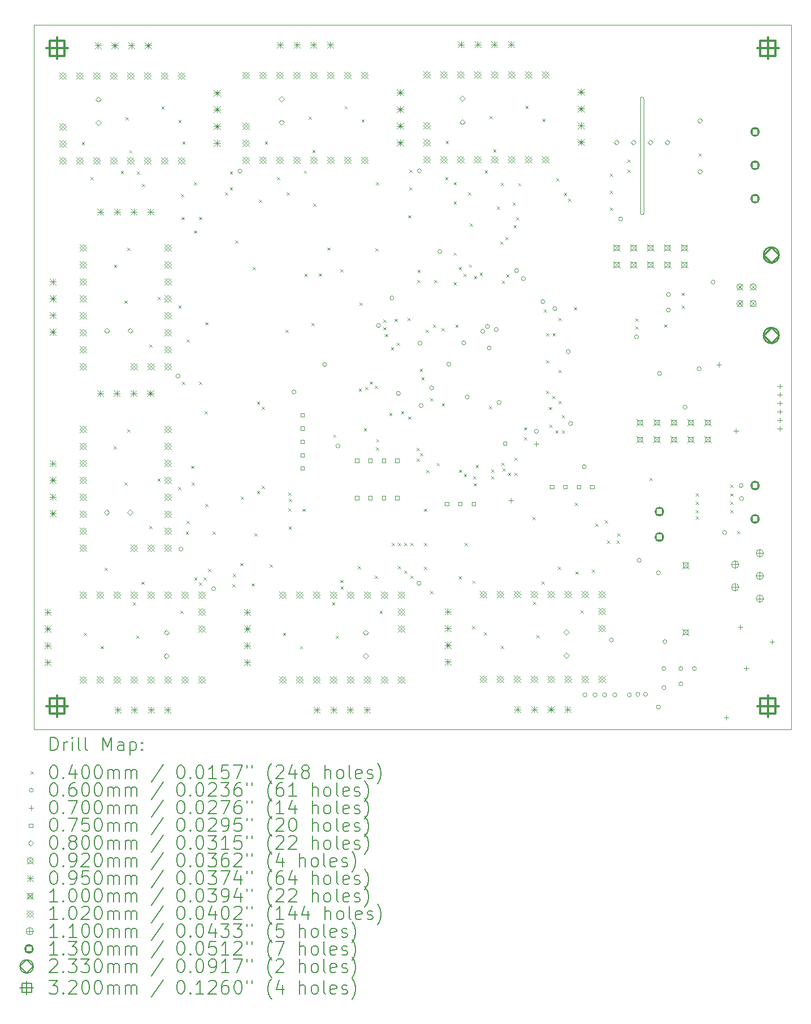
<source format=gbr>
%TF.GenerationSoftware,KiCad,Pcbnew,6.0.10*%
%TF.CreationDate,2023-03-14T21:17:02+03:00*%
%TF.ProjectId,multistepper,6d756c74-6973-4746-9570-7065722e6b69,rev?*%
%TF.SameCoordinates,Original*%
%TF.FileFunction,Drillmap*%
%TF.FilePolarity,Positive*%
%FSLAX45Y45*%
G04 Gerber Fmt 4.5, Leading zero omitted, Abs format (unit mm)*
G04 Created by KiCad (PCBNEW 6.0.10) date 2023-03-14 21:17:02*
%MOMM*%
%LPD*%
G01*
G04 APERTURE LIST*
%ADD10C,0.100000*%
%ADD11C,0.200000*%
%ADD12C,0.040000*%
%ADD13C,0.060000*%
%ADD14C,0.070000*%
%ADD15C,0.075000*%
%ADD16C,0.080000*%
%ADD17C,0.092000*%
%ADD18C,0.095000*%
%ADD19C,0.102000*%
%ADD20C,0.110000*%
%ADD21C,0.130000*%
%ADD22C,0.233000*%
%ADD23C,0.320000*%
G04 APERTURE END LIST*
D10*
X14640000Y-6670000D02*
G75*
G03*
X14690000Y-6670000I25000J0D01*
G01*
X14690000Y-4960000D02*
G75*
G03*
X14640000Y-4960000I-25000J5000D01*
G01*
X14640000Y-4960000D02*
X14640000Y-6670000D01*
X14690000Y-6670000D02*
X14690000Y-4960000D01*
X5550000Y-3850000D02*
X16900000Y-3850000D01*
X16900000Y-3850000D02*
X16900000Y-14400000D01*
X16900000Y-14400000D02*
X5550000Y-14400000D01*
X5550000Y-14400000D02*
X5550000Y-3850000D01*
D11*
D12*
X6270800Y-5601765D02*
X6310800Y-5641765D01*
X6310800Y-5601765D02*
X6270800Y-5641765D01*
X6299292Y-12950800D02*
X6339292Y-12990800D01*
X6339292Y-12950800D02*
X6299292Y-12990800D01*
X6401120Y-6126800D02*
X6441120Y-6166800D01*
X6441120Y-6126800D02*
X6401120Y-6166800D01*
X6553292Y-13150800D02*
X6593292Y-13190800D01*
X6593292Y-13150800D02*
X6553292Y-13190800D01*
X6614480Y-11978960D02*
X6654480Y-12018960D01*
X6654480Y-11978960D02*
X6614480Y-12018960D01*
X6749800Y-10161560D02*
X6789800Y-10201560D01*
X6789800Y-10161560D02*
X6749800Y-10201560D01*
X6752600Y-7442800D02*
X6792600Y-7482800D01*
X6792600Y-7442800D02*
X6752600Y-7482800D01*
X6855000Y-6036765D02*
X6895000Y-6076765D01*
X6895000Y-6036765D02*
X6855000Y-6076765D01*
X6907850Y-10698650D02*
X6947850Y-10738650D01*
X6947850Y-10698650D02*
X6907850Y-10738650D01*
X6910650Y-7979890D02*
X6950650Y-8019890D01*
X6950650Y-7979890D02*
X6910650Y-8019890D01*
X6927510Y-5229615D02*
X6967510Y-5269615D01*
X6967510Y-5229615D02*
X6927510Y-5269615D01*
X6949800Y-9907560D02*
X6989800Y-9947560D01*
X6989800Y-9907560D02*
X6949800Y-9947560D01*
X6952600Y-7188800D02*
X6992600Y-7228800D01*
X6992600Y-7188800D02*
X6952600Y-7228800D01*
X6982000Y-5726885D02*
X7022000Y-5766885D01*
X7022000Y-5726885D02*
X6982000Y-5766885D01*
X7035892Y-12495480D02*
X7075892Y-12535480D01*
X7075892Y-12495480D02*
X7035892Y-12535480D01*
X7090382Y-12992750D02*
X7130382Y-13032750D01*
X7130382Y-12992750D02*
X7090382Y-13032750D01*
X7097080Y-6045520D02*
X7137080Y-6085520D01*
X7137080Y-6045520D02*
X7097080Y-6085520D01*
X7162892Y-12185600D02*
X7202892Y-12225600D01*
X7202892Y-12185600D02*
X7162892Y-12225600D01*
X7174400Y-6228365D02*
X7214400Y-6268365D01*
X7214400Y-6228365D02*
X7174400Y-6268365D01*
X7280000Y-11355360D02*
X7320000Y-11395360D01*
X7320000Y-11355360D02*
X7280000Y-11395360D01*
X7282800Y-8636600D02*
X7322800Y-8676600D01*
X7322800Y-8636600D02*
X7282800Y-8676600D01*
X7405120Y-10644160D02*
X7445120Y-10684160D01*
X7445120Y-10644160D02*
X7405120Y-10684160D01*
X7407920Y-7925400D02*
X7447920Y-7965400D01*
X7447920Y-7925400D02*
X7407920Y-7965400D01*
X7464600Y-5071565D02*
X7504600Y-5111565D01*
X7504600Y-5071565D02*
X7464600Y-5111565D01*
X7715000Y-10771160D02*
X7755000Y-10811160D01*
X7755000Y-10771160D02*
X7715000Y-10811160D01*
X7717800Y-8052400D02*
X7757800Y-8092400D01*
X7757800Y-8052400D02*
X7717800Y-8092400D01*
X7718600Y-5271565D02*
X7758600Y-5311565D01*
X7758600Y-5271565D02*
X7718600Y-5311565D01*
X7747092Y-12620600D02*
X7787092Y-12660600D01*
X7787092Y-12620600D02*
X7747092Y-12660600D01*
X7757480Y-6384790D02*
X7797480Y-6424790D01*
X7797480Y-6384790D02*
X7757480Y-6424790D01*
X7767640Y-6726240D02*
X7807640Y-6766240D01*
X7807640Y-6726240D02*
X7767640Y-6766240D01*
X7772720Y-9195120D02*
X7812720Y-9235120D01*
X7812720Y-9195120D02*
X7772720Y-9235120D01*
X7777800Y-5598480D02*
X7817800Y-5638480D01*
X7817800Y-5598480D02*
X7777800Y-5638480D01*
X7828600Y-11440480D02*
X7868600Y-11480480D01*
X7868600Y-11440480D02*
X7828600Y-11480480D01*
X7838760Y-8560120D02*
X7878760Y-8600120D01*
X7878760Y-8560120D02*
X7838760Y-8600120D01*
X7838760Y-11277920D02*
X7878760Y-11317920D01*
X7878760Y-11277920D02*
X7838760Y-11317920D01*
X7906600Y-10451760D02*
X7946600Y-10491760D01*
X7946600Y-10451760D02*
X7906600Y-10491760D01*
X7920040Y-10698800D02*
X7960040Y-10738800D01*
X7960040Y-10698800D02*
X7920040Y-10738800D01*
X7950520Y-6208080D02*
X7990520Y-6248080D01*
X7990520Y-6208080D02*
X7950520Y-6248080D01*
X7950520Y-6929440D02*
X7990520Y-6969440D01*
X7990520Y-6929440D02*
X7950520Y-6969440D01*
X7955600Y-12126280D02*
X7995600Y-12166280D01*
X7995600Y-12126280D02*
X7955600Y-12166280D01*
X8026720Y-6726240D02*
X8066720Y-6766240D01*
X8066720Y-6726240D02*
X8026720Y-6766240D01*
X8026720Y-9195120D02*
X8066720Y-9235120D01*
X8066720Y-9195120D02*
X8026720Y-9235120D01*
X8026720Y-12197400D02*
X8066720Y-12237400D01*
X8066720Y-12197400D02*
X8026720Y-12237400D01*
X8092760Y-12126280D02*
X8132760Y-12166280D01*
X8132760Y-12126280D02*
X8092760Y-12166280D01*
X8113080Y-9632000D02*
X8153080Y-9672000D01*
X8153080Y-9632000D02*
X8113080Y-9672000D01*
X8123240Y-8301040D02*
X8163240Y-8341040D01*
X8163240Y-8301040D02*
X8123240Y-8341040D01*
X8123240Y-11023920D02*
X8163240Y-11063920D01*
X8163240Y-11023920D02*
X8123240Y-11063920D01*
X8163880Y-11999280D02*
X8203880Y-12039280D01*
X8203880Y-11999280D02*
X8163880Y-12039280D01*
X8229920Y-11435400D02*
X8269920Y-11475400D01*
X8269920Y-11435400D02*
X8229920Y-11475400D01*
X8417880Y-6355400D02*
X8457880Y-6395400D01*
X8457880Y-6355400D02*
X8417880Y-6395400D01*
X8489000Y-6045520D02*
X8529000Y-6085520D01*
X8529000Y-6045520D02*
X8489000Y-6085520D01*
X8489000Y-6284280D02*
X8529000Y-6324280D01*
X8529000Y-6284280D02*
X8489000Y-6324280D01*
X8529640Y-12222800D02*
X8569640Y-12262800D01*
X8569640Y-12222800D02*
X8529640Y-12262800D01*
X8534720Y-12070400D02*
X8574720Y-12110400D01*
X8574720Y-12070400D02*
X8534720Y-12110400D01*
X8570280Y-7076760D02*
X8610280Y-7116760D01*
X8610280Y-7076760D02*
X8570280Y-7116760D01*
X8646480Y-11907840D02*
X8686480Y-11947840D01*
X8686480Y-11907840D02*
X8646480Y-11947840D01*
X8651560Y-10912160D02*
X8691560Y-10952160D01*
X8691560Y-10912160D02*
X8651560Y-10952160D01*
X8814120Y-12212640D02*
X8854120Y-12252640D01*
X8854120Y-12212640D02*
X8814120Y-12252640D01*
X8829360Y-7473000D02*
X8869360Y-7513000D01*
X8869360Y-7473000D02*
X8829360Y-7513000D01*
X8857300Y-11463340D02*
X8897300Y-11503340D01*
X8897300Y-11463340D02*
X8857300Y-11503340D01*
X8895400Y-9489760D02*
X8935400Y-9529760D01*
X8935400Y-9489760D02*
X8895400Y-9529760D01*
X8895400Y-10825800D02*
X8935400Y-10865800D01*
X8935400Y-10825800D02*
X8895400Y-10865800D01*
X8925880Y-6467160D02*
X8965880Y-6507160D01*
X8965880Y-6467160D02*
X8925880Y-6507160D01*
X8966520Y-9565960D02*
X9006520Y-9605960D01*
X9006520Y-9565960D02*
X8966520Y-9605960D01*
X8966520Y-10754680D02*
X9006520Y-10794680D01*
X9006520Y-10754680D02*
X8966520Y-10794680D01*
X9012908Y-5595583D02*
X9052908Y-5635583D01*
X9052908Y-5595583D02*
X9012908Y-5635583D01*
X9083360Y-11928160D02*
X9123360Y-11968160D01*
X9123360Y-11928160D02*
X9083360Y-11968160D01*
X9195120Y-6126800D02*
X9235120Y-6166800D01*
X9235120Y-6126800D02*
X9195120Y-6166800D01*
X9285400Y-12950800D02*
X9325400Y-12990800D01*
X9325400Y-12950800D02*
X9285400Y-12990800D01*
X9322120Y-8417880D02*
X9362120Y-8457880D01*
X9362120Y-8417880D02*
X9322120Y-8457880D01*
X9337360Y-6355400D02*
X9377360Y-6395400D01*
X9377360Y-6355400D02*
X9337360Y-6395400D01*
X9367840Y-10856280D02*
X9407840Y-10896280D01*
X9407840Y-10856280D02*
X9367840Y-10896280D01*
X9367840Y-11089960D02*
X9407840Y-11129960D01*
X9407840Y-11089960D02*
X9367840Y-11129960D01*
X9368253Y-11364280D02*
X9408253Y-11404280D01*
X9408253Y-11364280D02*
X9368253Y-11404280D01*
X9372920Y-10947720D02*
X9412920Y-10987720D01*
X9412920Y-10947720D02*
X9372920Y-10987720D01*
X9539400Y-13150800D02*
X9579400Y-13190800D01*
X9579400Y-13150800D02*
X9539400Y-13190800D01*
X9576120Y-11095040D02*
X9616120Y-11135040D01*
X9616120Y-11095040D02*
X9576120Y-11135040D01*
X9597108Y-6030583D02*
X9637108Y-6070583D01*
X9637108Y-6030583D02*
X9597108Y-6070583D01*
X9606600Y-7574600D02*
X9646600Y-7614600D01*
X9646600Y-7574600D02*
X9606600Y-7614600D01*
X9669618Y-5223433D02*
X9709618Y-5263433D01*
X9709618Y-5223433D02*
X9669618Y-5263433D01*
X9713280Y-8311200D02*
X9753280Y-8351200D01*
X9753280Y-8311200D02*
X9713280Y-8351200D01*
X9724108Y-5720703D02*
X9764108Y-5760703D01*
X9764108Y-5720703D02*
X9724108Y-5760703D01*
X9738680Y-6528120D02*
X9778680Y-6568120D01*
X9778680Y-6528120D02*
X9738680Y-6568120D01*
X9819960Y-7573150D02*
X9859960Y-7613150D01*
X9859960Y-7573150D02*
X9819960Y-7613150D01*
X9946960Y-7183440D02*
X9986960Y-7223440D01*
X9986960Y-7183440D02*
X9946960Y-7223440D01*
X10022000Y-12495480D02*
X10062000Y-12535480D01*
X10062000Y-12495480D02*
X10022000Y-12535480D01*
X10038400Y-9985600D02*
X10078400Y-10025600D01*
X10078400Y-9985600D02*
X10038400Y-10025600D01*
X10076490Y-12992750D02*
X10116490Y-13032750D01*
X10116490Y-12992750D02*
X10076490Y-13032750D01*
X10145080Y-7508560D02*
X10185080Y-7548560D01*
X10185080Y-7508560D02*
X10145080Y-7548560D01*
X10145080Y-12161840D02*
X10185080Y-12201840D01*
X10185080Y-12161840D02*
X10145080Y-12201840D01*
X10149000Y-12258360D02*
X10189000Y-12298360D01*
X10189000Y-12258360D02*
X10149000Y-12298360D01*
X10206708Y-5065383D02*
X10246708Y-5105383D01*
X10246708Y-5065383D02*
X10206708Y-5105383D01*
X10404160Y-11953560D02*
X10444160Y-11993560D01*
X10444160Y-11953560D02*
X10404160Y-11993560D01*
X10419400Y-9296720D02*
X10459400Y-9336720D01*
X10459400Y-9296720D02*
X10419400Y-9336720D01*
X10429560Y-8011480D02*
X10469560Y-8051480D01*
X10469560Y-8011480D02*
X10429560Y-8051480D01*
X10460708Y-5265383D02*
X10500708Y-5305383D01*
X10500708Y-5265383D02*
X10460708Y-5305383D01*
X10495600Y-9886000D02*
X10535600Y-9926000D01*
X10535600Y-9886000D02*
X10495600Y-9926000D01*
X10515980Y-9268953D02*
X10555980Y-9308953D01*
X10555980Y-9268953D02*
X10515980Y-9308953D01*
X10587040Y-9190040D02*
X10627040Y-9230040D01*
X10627040Y-9190040D02*
X10587040Y-9230040D01*
X10663240Y-9256080D02*
X10703240Y-9296080D01*
X10703240Y-9256080D02*
X10663240Y-9296080D01*
X10663240Y-12095800D02*
X10703240Y-12135800D01*
X10703240Y-12095800D02*
X10663240Y-12135800D01*
X10668113Y-7193807D02*
X10708113Y-7233807D01*
X10708113Y-7193807D02*
X10668113Y-7233807D01*
X10678298Y-10175378D02*
X10718298Y-10215378D01*
X10718298Y-10175378D02*
X10678298Y-10215378D01*
X10678480Y-6208080D02*
X10718480Y-6248080D01*
X10718480Y-6208080D02*
X10678480Y-6248080D01*
X10680400Y-10052200D02*
X10720400Y-10092200D01*
X10720400Y-10052200D02*
X10680400Y-10092200D01*
X10733200Y-12620600D02*
X10773200Y-12660600D01*
X10773200Y-12620600D02*
X10733200Y-12660600D01*
X10790240Y-8265480D02*
X10830240Y-8305480D01*
X10830240Y-8265480D02*
X10790240Y-8305480D01*
X10790240Y-8377240D02*
X10830240Y-8417240D01*
X10830240Y-8377240D02*
X10790240Y-8417240D01*
X10815640Y-8478840D02*
X10855640Y-8518840D01*
X10855640Y-8478840D02*
X10815640Y-8518840D01*
X10876600Y-9657400D02*
X10916600Y-9697400D01*
X10916600Y-9657400D02*
X10876600Y-9697400D01*
X10902000Y-8676960D02*
X10942000Y-8716960D01*
X10942000Y-8676960D02*
X10902000Y-8716960D01*
X10912160Y-11608120D02*
X10952160Y-11648120D01*
X10952160Y-11608120D02*
X10912160Y-11648120D01*
X10957880Y-8250240D02*
X10997880Y-8290240D01*
X10997880Y-8250240D02*
X10957880Y-8290240D01*
X10993440Y-8610920D02*
X11033440Y-8650920D01*
X11033440Y-8610920D02*
X10993440Y-8650920D01*
X11008680Y-11608120D02*
X11048680Y-11648120D01*
X11048680Y-11608120D02*
X11008680Y-11648120D01*
X11008680Y-11953560D02*
X11048680Y-11993560D01*
X11048680Y-11953560D02*
X11008680Y-11993560D01*
X11054400Y-9632000D02*
X11094400Y-9672000D01*
X11094400Y-9632000D02*
X11054400Y-9672000D01*
X11100120Y-11608120D02*
X11140120Y-11648120D01*
X11140120Y-11608120D02*
X11100120Y-11648120D01*
X11100120Y-12024680D02*
X11140120Y-12064680D01*
X11140120Y-12024680D02*
X11100120Y-12064680D01*
X11150920Y-8235000D02*
X11190920Y-8275000D01*
X11190920Y-8235000D02*
X11150920Y-8275000D01*
X11161080Y-6700840D02*
X11201080Y-6740840D01*
X11201080Y-6700840D02*
X11161080Y-6740840D01*
X11161500Y-9713700D02*
X11201500Y-9753700D01*
X11201500Y-9713700D02*
X11161500Y-9753700D01*
X11176320Y-6020120D02*
X11216320Y-6060120D01*
X11216320Y-6020120D02*
X11176320Y-6060120D01*
X11176320Y-6284280D02*
X11216320Y-6324280D01*
X11216320Y-6284280D02*
X11176320Y-6324280D01*
X11191560Y-11608120D02*
X11231560Y-11648120D01*
X11231560Y-11608120D02*
X11191560Y-11648120D01*
X11191560Y-12095800D02*
X11231560Y-12135800D01*
X11231560Y-12095800D02*
X11191560Y-12135800D01*
X11289520Y-10182560D02*
X11329520Y-10222560D01*
X11329520Y-10182560D02*
X11289520Y-10222560D01*
X11289520Y-10342560D02*
X11329520Y-10382560D01*
X11329520Y-10342560D02*
X11289520Y-10382560D01*
X11298240Y-7671120D02*
X11338240Y-7711120D01*
X11338240Y-7671120D02*
X11298240Y-7711120D01*
X11300573Y-7516387D02*
X11340573Y-7556387D01*
X11340573Y-7516387D02*
X11300573Y-7556387D01*
X11333800Y-8997000D02*
X11373800Y-9037000D01*
X11373800Y-8997000D02*
X11333800Y-9037000D01*
X11338880Y-10261920D02*
X11378880Y-10301920D01*
X11378880Y-10261920D02*
X11338880Y-10301920D01*
X11359200Y-9124000D02*
X11399200Y-9164000D01*
X11399200Y-9124000D02*
X11359200Y-9164000D01*
X11394760Y-11095040D02*
X11434760Y-11135040D01*
X11434760Y-11095040D02*
X11394760Y-11135040D01*
X11394760Y-11608120D02*
X11434760Y-11648120D01*
X11434760Y-11608120D02*
X11394760Y-11648120D01*
X11394760Y-11964810D02*
X11434760Y-12004810D01*
X11434760Y-11964810D02*
X11394760Y-12004810D01*
X11420160Y-8412800D02*
X11460160Y-8452800D01*
X11460160Y-8412800D02*
X11420160Y-8452800D01*
X11430320Y-10515920D02*
X11470320Y-10555920D01*
X11470320Y-10515920D02*
X11430320Y-10555920D01*
X11491280Y-9438850D02*
X11531280Y-9478850D01*
X11531280Y-9438850D02*
X11491280Y-9478850D01*
X11491280Y-12324400D02*
X11531280Y-12364400D01*
X11531280Y-12324400D02*
X11491280Y-12364400D01*
X11529380Y-8336600D02*
X11569380Y-8376600D01*
X11569380Y-8336600D02*
X11529380Y-8376600D01*
X11547160Y-7671120D02*
X11587160Y-7711120D01*
X11587160Y-7671120D02*
X11547160Y-7711120D01*
X11587800Y-10409240D02*
X11627800Y-10449240D01*
X11627800Y-10409240D02*
X11587800Y-10449240D01*
X11658920Y-8389940D02*
X11698920Y-8429940D01*
X11698920Y-8389940D02*
X11658920Y-8429940D01*
X11664000Y-9513160D02*
X11704000Y-9553160D01*
X11704000Y-9513160D02*
X11664000Y-9553160D01*
X11714800Y-6126800D02*
X11754800Y-6166800D01*
X11754800Y-6126800D02*
X11714800Y-6166800D01*
X11723445Y-5589400D02*
X11763445Y-5629400D01*
X11763445Y-5589400D02*
X11723445Y-5629400D01*
X11841800Y-6208080D02*
X11881800Y-6248080D01*
X11881800Y-6208080D02*
X11841800Y-6248080D01*
X11841800Y-6492560D02*
X11881800Y-6532560D01*
X11881800Y-6492560D02*
X11841800Y-6532560D01*
X11841800Y-7259640D02*
X11881800Y-7299640D01*
X11881800Y-7259640D02*
X11841800Y-7299640D01*
X11841800Y-7701600D02*
X11881800Y-7741600D01*
X11881800Y-7701600D02*
X11841800Y-7741600D01*
X11867200Y-8336600D02*
X11907200Y-8376600D01*
X11907200Y-8336600D02*
X11867200Y-8376600D01*
X11918000Y-7473000D02*
X11958000Y-7513000D01*
X11958000Y-7473000D02*
X11918000Y-7513000D01*
X11918000Y-12105960D02*
X11958000Y-12145960D01*
X11958000Y-12105960D02*
X11918000Y-12145960D01*
X11923080Y-10510840D02*
X11963080Y-10550840D01*
X11963080Y-10510840D02*
X11923080Y-10550840D01*
X11987950Y-7579680D02*
X12027950Y-7619680D01*
X12027950Y-7579680D02*
X11987950Y-7619680D01*
X11994200Y-10571800D02*
X12034200Y-10611800D01*
X12034200Y-10571800D02*
X11994200Y-10611800D01*
X12009440Y-11608120D02*
X12049440Y-11648120D01*
X12049440Y-11608120D02*
X12009440Y-11648120D01*
X12055160Y-6355400D02*
X12095160Y-6395400D01*
X12095160Y-6355400D02*
X12055160Y-6395400D01*
X12070400Y-7437440D02*
X12110400Y-7477440D01*
X12110400Y-7437440D02*
X12070400Y-7477440D01*
X12085640Y-6822760D02*
X12125640Y-6862760D01*
X12125640Y-6822760D02*
X12085640Y-6862760D01*
X12116120Y-12852720D02*
X12156120Y-12892720D01*
X12156120Y-12852720D02*
X12116120Y-12892720D01*
X12121200Y-12170910D02*
X12161200Y-12210910D01*
X12161200Y-12170910D02*
X12121200Y-12210910D01*
X12136440Y-10607360D02*
X12176440Y-10647360D01*
X12176440Y-10607360D02*
X12136440Y-10647360D01*
X12141727Y-10714247D02*
X12181727Y-10754247D01*
X12181727Y-10714247D02*
X12141727Y-10754247D01*
X12146600Y-7612700D02*
X12186600Y-7652700D01*
X12186600Y-7612700D02*
X12146600Y-7652700D01*
X12170910Y-10439720D02*
X12210910Y-10479720D01*
X12210910Y-10439720D02*
X12170910Y-10479720D01*
X12230801Y-7558295D02*
X12270801Y-7598295D01*
X12270801Y-7558295D02*
X12230801Y-7598295D01*
X12291400Y-12944800D02*
X12331400Y-12984800D01*
X12331400Y-12944800D02*
X12291400Y-12984800D01*
X12307645Y-6024400D02*
X12347645Y-6064400D01*
X12347645Y-6024400D02*
X12307645Y-6064400D01*
X12370120Y-9560880D02*
X12410120Y-9600880D01*
X12410120Y-9560880D02*
X12370120Y-9600880D01*
X12380155Y-5217250D02*
X12420155Y-5257250D01*
X12420155Y-5217250D02*
X12380155Y-5257250D01*
X12401690Y-10503771D02*
X12441690Y-10543771D01*
X12441690Y-10503771D02*
X12401690Y-10543771D01*
X12401690Y-10607360D02*
X12441690Y-10647360D01*
X12441690Y-10607360D02*
X12401690Y-10647360D01*
X12434645Y-5714520D02*
X12474645Y-5754520D01*
X12474645Y-5714520D02*
X12434645Y-5754520D01*
X12492040Y-6568760D02*
X12532040Y-6608760D01*
X12532040Y-6568760D02*
X12492040Y-6608760D01*
X12537760Y-7097080D02*
X12577760Y-7137080D01*
X12577760Y-7097080D02*
X12537760Y-7137080D01*
X12545400Y-13144800D02*
X12585400Y-13184800D01*
X12585400Y-13144800D02*
X12545400Y-13184800D01*
X12547045Y-6216000D02*
X12587045Y-6256000D01*
X12587045Y-6216000D02*
X12547045Y-6256000D01*
X12558080Y-10404160D02*
X12598080Y-10444160D01*
X12598080Y-10404160D02*
X12558080Y-10444160D01*
X12568240Y-7681280D02*
X12608240Y-7721280D01*
X12608240Y-7681280D02*
X12568240Y-7721280D01*
X12576420Y-10492238D02*
X12616420Y-10532238D01*
X12616420Y-10492238D02*
X12576420Y-10532238D01*
X12619040Y-7025960D02*
X12659040Y-7065960D01*
X12659040Y-7025960D02*
X12619040Y-7065960D01*
X12629200Y-7583670D02*
X12669200Y-7623670D01*
X12669200Y-7583670D02*
X12629200Y-7623670D01*
X12654600Y-10558550D02*
X12694600Y-10598550D01*
X12694600Y-10558550D02*
X12654600Y-10598550D01*
X12725720Y-6512880D02*
X12765720Y-6552880D01*
X12765720Y-6512880D02*
X12725720Y-6552880D01*
X12737980Y-6848160D02*
X12777980Y-6888160D01*
X12777980Y-6848160D02*
X12737980Y-6888160D01*
X12749600Y-10331050D02*
X12789600Y-10371050D01*
X12789600Y-10331050D02*
X12749600Y-10371050D01*
X12749600Y-10558550D02*
X12789600Y-10598550D01*
X12789600Y-10558550D02*
X12749600Y-10598550D01*
X12776520Y-6731320D02*
X12816520Y-6771320D01*
X12816520Y-6731320D02*
X12776520Y-6771320D01*
X12807000Y-6218240D02*
X12847000Y-6258240D01*
X12847000Y-6218240D02*
X12807000Y-6258240D01*
X12893360Y-9875840D02*
X12933360Y-9915840D01*
X12933360Y-9875840D02*
X12893360Y-9915840D01*
X12893360Y-10023160D02*
X12933360Y-10063160D01*
X12933360Y-10023160D02*
X12893360Y-10063160D01*
X12917245Y-5059200D02*
X12957245Y-5099200D01*
X12957245Y-5059200D02*
X12917245Y-5099200D01*
X13025440Y-11216960D02*
X13065440Y-11256960D01*
X13065440Y-11216960D02*
X13025440Y-11256960D01*
X13028000Y-12489480D02*
X13068000Y-12529480D01*
X13068000Y-12489480D02*
X13028000Y-12529480D01*
X13082490Y-12986750D02*
X13122490Y-13026750D01*
X13122490Y-12986750D02*
X13082490Y-13026750D01*
X13155000Y-12179600D02*
X13195000Y-12219600D01*
X13195000Y-12179600D02*
X13155000Y-12219600D01*
X13171245Y-5259200D02*
X13211245Y-5299200D01*
X13211245Y-5259200D02*
X13171245Y-5299200D01*
X13193080Y-8108000D02*
X13233080Y-8148000D01*
X13233080Y-8108000D02*
X13193080Y-8148000D01*
X13223300Y-8463600D02*
X13263300Y-8503600D01*
X13263300Y-8463600D02*
X13223300Y-8503600D01*
X13223560Y-8870000D02*
X13263560Y-8910000D01*
X13263560Y-8870000D02*
X13223560Y-8910000D01*
X13223560Y-9327200D02*
X13263560Y-9367200D01*
X13263560Y-9327200D02*
X13223560Y-9367200D01*
X13269280Y-9571040D02*
X13309280Y-9611040D01*
X13309280Y-9571040D02*
X13269280Y-9611040D01*
X13274360Y-9835200D02*
X13314360Y-9875200D01*
X13314360Y-9835200D02*
X13274360Y-9875200D01*
X13320080Y-9403400D02*
X13360080Y-9443400D01*
X13360080Y-9403400D02*
X13320080Y-9443400D01*
X13323250Y-8463600D02*
X13363250Y-8503600D01*
X13363250Y-8463600D02*
X13323250Y-8503600D01*
X13365800Y-9923550D02*
X13405800Y-9963550D01*
X13405800Y-9923550D02*
X13365800Y-9963550D01*
X13375960Y-6147120D02*
X13415960Y-6187120D01*
X13415960Y-6147120D02*
X13375960Y-6187120D01*
X13406440Y-11963720D02*
X13446440Y-12003720D01*
X13446440Y-11963720D02*
X13406440Y-12003720D01*
X13411520Y-9479600D02*
X13451520Y-9519600D01*
X13451520Y-9479600D02*
X13411520Y-9519600D01*
X13413300Y-8236100D02*
X13453300Y-8276100D01*
X13453300Y-8236100D02*
X13413300Y-8276100D01*
X13413300Y-9016150D02*
X13453300Y-9056150D01*
X13453300Y-9016150D02*
X13413300Y-9056150D01*
X13460800Y-9696050D02*
X13500800Y-9736050D01*
X13500800Y-9696050D02*
X13460800Y-9736050D01*
X13460800Y-9923550D02*
X13500800Y-9963550D01*
X13500800Y-9923550D02*
X13460800Y-9963550D01*
X13492800Y-6365560D02*
X13532800Y-6405560D01*
X13532800Y-6365560D02*
X13492800Y-6405560D01*
X13558840Y-6451920D02*
X13598840Y-6491920D01*
X13598840Y-6451920D02*
X13558840Y-6491920D01*
X13645200Y-8077519D02*
X13685200Y-8117519D01*
X13685200Y-8077519D02*
X13645200Y-8117519D01*
X13660440Y-11003600D02*
X13700440Y-11043600D01*
X13700440Y-11003600D02*
X13660440Y-11043600D01*
X13665520Y-12034840D02*
X13705520Y-12074840D01*
X13705520Y-12034840D02*
X13665520Y-12074840D01*
X13739200Y-12614600D02*
X13779200Y-12654600D01*
X13779200Y-12614600D02*
X13739200Y-12654600D01*
X13914440Y-12004360D02*
X13954440Y-12044360D01*
X13954440Y-12004360D02*
X13914440Y-12044360D01*
X13960160Y-11318560D02*
X14000160Y-11358560D01*
X14000160Y-11318560D02*
X13960160Y-11358560D01*
X14107480Y-11267760D02*
X14147480Y-11307760D01*
X14147480Y-11267760D02*
X14107480Y-11307760D01*
X14137960Y-11572560D02*
X14177960Y-11612560D01*
X14177960Y-11572560D02*
X14137960Y-11612560D01*
X14183300Y-6076000D02*
X14223300Y-6116000D01*
X14223300Y-6076000D02*
X14183300Y-6116000D01*
X14183300Y-6330000D02*
X14223300Y-6370000D01*
X14223300Y-6330000D02*
X14183300Y-6370000D01*
X14183300Y-6584000D02*
X14223300Y-6624000D01*
X14223300Y-6584000D02*
X14183300Y-6624000D01*
X14285280Y-11572560D02*
X14325280Y-11612560D01*
X14325280Y-11572560D02*
X14285280Y-11612560D01*
X14290360Y-11465880D02*
X14330360Y-11505880D01*
X14330360Y-11465880D02*
X14290360Y-11505880D01*
X14442760Y-5866470D02*
X14482760Y-5906470D01*
X14482760Y-5866470D02*
X14442760Y-5906470D01*
X14442760Y-6020120D02*
X14482760Y-6060120D01*
X14482760Y-6020120D02*
X14442760Y-6060120D01*
X14562100Y-8247700D02*
X14602100Y-8287700D01*
X14602100Y-8247700D02*
X14562100Y-8287700D01*
X14562140Y-8367080D02*
X14602140Y-8407080D01*
X14602140Y-8367080D02*
X14562140Y-8407080D01*
X14778040Y-10632760D02*
X14818040Y-10672760D01*
X14818040Y-10632760D02*
X14778040Y-10672760D01*
X14996480Y-8334800D02*
X15036480Y-8374800D01*
X15036480Y-8334800D02*
X14996480Y-8374800D01*
X15258650Y-7861200D02*
X15298650Y-7901200D01*
X15298650Y-7861200D02*
X15258650Y-7901200D01*
X15258650Y-8051200D02*
X15298650Y-8091200D01*
X15298650Y-8051200D02*
X15258650Y-8091200D01*
X15468920Y-11206800D02*
X15508920Y-11246800D01*
X15508920Y-11206800D02*
X15468920Y-11246800D01*
X15470500Y-10863900D02*
X15510500Y-10903900D01*
X15510500Y-10863900D02*
X15470500Y-10903900D01*
X15470500Y-10990900D02*
X15510500Y-11030900D01*
X15510500Y-10990900D02*
X15470500Y-11030900D01*
X15470500Y-11117900D02*
X15510500Y-11157900D01*
X15510500Y-11117900D02*
X15470500Y-11157900D01*
X15509560Y-5773800D02*
X15549560Y-5813800D01*
X15549560Y-5773800D02*
X15509560Y-5813800D01*
X15985500Y-10736900D02*
X16025500Y-10776900D01*
X16025500Y-10736900D02*
X15985500Y-10776900D01*
X15987080Y-10866440D02*
X16027080Y-10906440D01*
X16027080Y-10866440D02*
X15987080Y-10906440D01*
X15987080Y-10988360D02*
X16027080Y-11028360D01*
X16027080Y-10988360D02*
X15987080Y-11028360D01*
X15987080Y-11115360D02*
X16027080Y-11155360D01*
X16027080Y-11115360D02*
X15987080Y-11155360D01*
X16088680Y-11430320D02*
X16128680Y-11470320D01*
X16128680Y-11430320D02*
X16088680Y-11470320D01*
D13*
X7741440Y-9108440D02*
G75*
G03*
X7741440Y-9108440I-30000J0D01*
G01*
X7787160Y-11699240D02*
G75*
G03*
X7787160Y-11699240I-30000J0D01*
G01*
X8274840Y-12293600D02*
G75*
G03*
X8274840Y-12293600I-30000J0D01*
G01*
X8671080Y-6040120D02*
G75*
G03*
X8671080Y-6040120I-30000J0D01*
G01*
X9478800Y-9347200D02*
G75*
G03*
X9478800Y-9347200I-30000J0D01*
G01*
X9941080Y-8935720D02*
G75*
G03*
X9941080Y-8935720I-30000J0D01*
G01*
X10139200Y-10154920D02*
G75*
G03*
X10139200Y-10154920I-30000J0D01*
G01*
X10743720Y-8351520D02*
G75*
G03*
X10743720Y-8351520I-30000J0D01*
G01*
X10946920Y-7940040D02*
G75*
G03*
X10946920Y-7940040I-30000J0D01*
G01*
X11043440Y-9367520D02*
G75*
G03*
X11043440Y-9367520I-30000J0D01*
G01*
X11353320Y-12212320D02*
G75*
G03*
X11353320Y-12212320I-30000J0D01*
G01*
X11358400Y-6035040D02*
G75*
G03*
X11358400Y-6035040I-30000J0D01*
G01*
X11368560Y-8615680D02*
G75*
G03*
X11368560Y-8615680I-30000J0D01*
G01*
X11383800Y-9550400D02*
G75*
G03*
X11383800Y-9550400I-30000J0D01*
G01*
X11541280Y-9286350D02*
G75*
G03*
X11541280Y-9286350I-30000J0D01*
G01*
X11663200Y-7244080D02*
G75*
G03*
X11663200Y-7244080I-30000J0D01*
G01*
X11798360Y-8930640D02*
G75*
G03*
X11798360Y-8930640I-30000J0D01*
G01*
X12023880Y-8610600D02*
G75*
G03*
X12023880Y-8610600I-30000J0D01*
G01*
X12074680Y-9420210D02*
G75*
G03*
X12074680Y-9420210I-30000J0D01*
G01*
X12308360Y-8437880D02*
G75*
G03*
X12308360Y-8437880I-30000J0D01*
G01*
X12379480Y-8366760D02*
G75*
G03*
X12379480Y-8366760I-30000J0D01*
G01*
X12403480Y-8686800D02*
G75*
G03*
X12403480Y-8686800I-30000J0D01*
G01*
X12511560Y-8412480D02*
G75*
G03*
X12511560Y-8412480I-30000J0D01*
G01*
X12552200Y-9504680D02*
G75*
G03*
X12552200Y-9504680I-30000J0D01*
G01*
X12643640Y-10119360D02*
G75*
G03*
X12643640Y-10119360I-30000J0D01*
G01*
X12816360Y-7528560D02*
G75*
G03*
X12816360Y-7528560I-30000J0D01*
G01*
X12917960Y-7650480D02*
G75*
G03*
X12917960Y-7650480I-30000J0D01*
G01*
X13111000Y-9936480D02*
G75*
G03*
X13111000Y-9936480I-30000J0D01*
G01*
X13209222Y-7992542D02*
G75*
G03*
X13209222Y-7992542I-30000J0D01*
G01*
X13387860Y-8097520D02*
G75*
G03*
X13387860Y-8097520I-30000J0D01*
G01*
X13588520Y-8742680D02*
G75*
G03*
X13588520Y-8742680I-30000J0D01*
G01*
X13624080Y-9819640D02*
G75*
G03*
X13624080Y-9819640I-30000J0D01*
G01*
X13827280Y-10464800D02*
G75*
G03*
X13827280Y-10464800I-30000J0D01*
G01*
X13837440Y-13883640D02*
G75*
G03*
X13837440Y-13883640I-30000J0D01*
G01*
X13989840Y-13883640D02*
G75*
G03*
X13989840Y-13883640I-30000J0D01*
G01*
X14132080Y-13883640D02*
G75*
G03*
X14132080Y-13883640I-30000J0D01*
G01*
X14233680Y-13060680D02*
G75*
G03*
X14233680Y-13060680I-30000J0D01*
G01*
X14284480Y-13883640D02*
G75*
G03*
X14284480Y-13883640I-30000J0D01*
G01*
X14374650Y-6757670D02*
G75*
G03*
X14374650Y-6757670I-30000J0D01*
G01*
X14504300Y-13883640D02*
G75*
G03*
X14504300Y-13883640I-30000J0D01*
G01*
X14612100Y-8521700D02*
G75*
G03*
X14612100Y-8521700I-30000J0D01*
G01*
X14629920Y-13873480D02*
G75*
G03*
X14629920Y-13873480I-30000J0D01*
G01*
X14650240Y-11866880D02*
G75*
G03*
X14650240Y-11866880I-30000J0D01*
G01*
X14746760Y-13873480D02*
G75*
G03*
X14746760Y-13873480I-30000J0D01*
G01*
X14938813Y-14065533D02*
G75*
G03*
X14938813Y-14065533I-30000J0D01*
G01*
X14939800Y-12054840D02*
G75*
G03*
X14939800Y-12054840I-30000J0D01*
G01*
X14957580Y-9070340D02*
G75*
G03*
X14957580Y-9070340I-30000J0D01*
G01*
X15021080Y-13487400D02*
G75*
G03*
X15021080Y-13487400I-30000J0D01*
G01*
X15021080Y-13774900D02*
G75*
G03*
X15021080Y-13774900I-30000J0D01*
G01*
X15036320Y-13086080D02*
G75*
G03*
X15036320Y-13086080I-30000J0D01*
G01*
X15090000Y-7887040D02*
G75*
G03*
X15090000Y-7887040I-30000J0D01*
G01*
X15090000Y-8120000D02*
G75*
G03*
X15090000Y-8120000I-30000J0D01*
G01*
X15275000Y-13487400D02*
G75*
G03*
X15275000Y-13487400I-30000J0D01*
G01*
X15275000Y-13717400D02*
G75*
G03*
X15275000Y-13717400I-30000J0D01*
G01*
X15338580Y-9575800D02*
G75*
G03*
X15338580Y-9575800I-30000J0D01*
G01*
X15478280Y-13487400D02*
G75*
G03*
X15478280Y-13487400I-30000J0D01*
G01*
X15549790Y-9000312D02*
G75*
G03*
X15549790Y-9000312I-30000J0D01*
G01*
X15757680Y-7701280D02*
G75*
G03*
X15757680Y-7701280I-30000J0D01*
G01*
X15930400Y-11450320D02*
G75*
G03*
X15930400Y-11450320I-30000J0D01*
G01*
X16178240Y-10748200D02*
G75*
G03*
X16178240Y-10748200I-30000J0D01*
G01*
X16184400Y-10942320D02*
G75*
G03*
X16184400Y-10942320I-30000J0D01*
G01*
D14*
X12700000Y-10937800D02*
X12700000Y-11007800D01*
X12665000Y-10972800D02*
X12735000Y-10972800D01*
X13081000Y-10089440D02*
X13081000Y-10159440D01*
X13046000Y-10124440D02*
X13116000Y-10124440D01*
X15816750Y-8899800D02*
X15816750Y-8969800D01*
X15781750Y-8934800D02*
X15851750Y-8934800D01*
X15925800Y-14189000D02*
X15925800Y-14259000D01*
X15890800Y-14224000D02*
X15960800Y-14224000D01*
X16073120Y-9896400D02*
X16073120Y-9966400D01*
X16038120Y-9931400D02*
X16108120Y-9931400D01*
X16136620Y-12835180D02*
X16136620Y-12905180D01*
X16101620Y-12870180D02*
X16171620Y-12870180D01*
X16225520Y-13447320D02*
X16225520Y-13517320D01*
X16190520Y-13482320D02*
X16260520Y-13482320D01*
X16609060Y-13051080D02*
X16609060Y-13121080D01*
X16574060Y-13086080D02*
X16644060Y-13086080D01*
X16725860Y-9225840D02*
X16725860Y-9295840D01*
X16690860Y-9260840D02*
X16760860Y-9260840D01*
X16725860Y-9352840D02*
X16725860Y-9422840D01*
X16690860Y-9387840D02*
X16760860Y-9387840D01*
X16725860Y-9479840D02*
X16725860Y-9549840D01*
X16690860Y-9514840D02*
X16760860Y-9514840D01*
X16725860Y-9606840D02*
X16725860Y-9676840D01*
X16690860Y-9641840D02*
X16760860Y-9641840D01*
X16725860Y-9733840D02*
X16725860Y-9803840D01*
X16690860Y-9768840D02*
X16760860Y-9768840D01*
X16725860Y-9860840D02*
X16725860Y-9930840D01*
X16690860Y-9895840D02*
X16760860Y-9895840D01*
D15*
X9602317Y-9716717D02*
X9602317Y-9663683D01*
X9549283Y-9663683D01*
X9549283Y-9716717D01*
X9602317Y-9716717D01*
X9602317Y-9916717D02*
X9602317Y-9863683D01*
X9549283Y-9863683D01*
X9549283Y-9916717D01*
X9602317Y-9916717D01*
X9602317Y-10116717D02*
X9602317Y-10063683D01*
X9549283Y-10063683D01*
X9549283Y-10116717D01*
X9602317Y-10116717D01*
X9602317Y-10316717D02*
X9602317Y-10263683D01*
X9549283Y-10263683D01*
X9549283Y-10316717D01*
X9602317Y-10316717D01*
X9602317Y-10516717D02*
X9602317Y-10463683D01*
X9549283Y-10463683D01*
X9549283Y-10516717D01*
X9602317Y-10516717D01*
X10419917Y-10399877D02*
X10419917Y-10346843D01*
X10366883Y-10346843D01*
X10366883Y-10399877D01*
X10419917Y-10399877D01*
X10419917Y-10958677D02*
X10419917Y-10905643D01*
X10366883Y-10905643D01*
X10366883Y-10958677D01*
X10419917Y-10958677D01*
X10619917Y-10399877D02*
X10619917Y-10346843D01*
X10566883Y-10346843D01*
X10566883Y-10399877D01*
X10619917Y-10399877D01*
X10619917Y-10958677D02*
X10619917Y-10905643D01*
X10566883Y-10905643D01*
X10566883Y-10958677D01*
X10619917Y-10958677D01*
X10819917Y-10399877D02*
X10819917Y-10346843D01*
X10766883Y-10346843D01*
X10766883Y-10399877D01*
X10819917Y-10399877D01*
X10819917Y-10958677D02*
X10819917Y-10905643D01*
X10766883Y-10905643D01*
X10766883Y-10958677D01*
X10819917Y-10958677D01*
X11019917Y-10399877D02*
X11019917Y-10346843D01*
X10966883Y-10346843D01*
X10966883Y-10399877D01*
X11019917Y-10399877D01*
X11019917Y-10958677D02*
X11019917Y-10905643D01*
X10966883Y-10905643D01*
X10966883Y-10958677D01*
X11019917Y-10958677D01*
X11764517Y-11045917D02*
X11764517Y-10992883D01*
X11711483Y-10992883D01*
X11711483Y-11045917D01*
X11764517Y-11045917D01*
X11964517Y-11045917D02*
X11964517Y-10992883D01*
X11911483Y-10992883D01*
X11911483Y-11045917D01*
X11964517Y-11045917D01*
X12164517Y-11045917D02*
X12164517Y-10992883D01*
X12111483Y-10992883D01*
X12111483Y-11045917D01*
X12164517Y-11045917D01*
X13340917Y-10796997D02*
X13340917Y-10743963D01*
X13287883Y-10743963D01*
X13287883Y-10796997D01*
X13340917Y-10796997D01*
X13540917Y-10796997D02*
X13540917Y-10743963D01*
X13487883Y-10743963D01*
X13487883Y-10796997D01*
X13540917Y-10796997D01*
X13740917Y-10796997D02*
X13740917Y-10743963D01*
X13687883Y-10743963D01*
X13687883Y-10796997D01*
X13740917Y-10796997D01*
X13940917Y-10796997D02*
X13940917Y-10743963D01*
X13887883Y-10743963D01*
X13887883Y-10796997D01*
X13940917Y-10796997D01*
D16*
X6519400Y-5004565D02*
X6559400Y-4964565D01*
X6519400Y-4924565D01*
X6479400Y-4964565D01*
X6519400Y-5004565D01*
X6519400Y-5354565D02*
X6559400Y-5314565D01*
X6519400Y-5274565D01*
X6479400Y-5314565D01*
X6519400Y-5354565D01*
X6642800Y-11186760D02*
X6682800Y-11146760D01*
X6642800Y-11106760D01*
X6602800Y-11146760D01*
X6642800Y-11186760D01*
X6645600Y-8468000D02*
X6685600Y-8428000D01*
X6645600Y-8388000D01*
X6605600Y-8428000D01*
X6645600Y-8468000D01*
X6992800Y-11186760D02*
X7032800Y-11146760D01*
X6992800Y-11106760D01*
X6952800Y-11146760D01*
X6992800Y-11186760D01*
X6995600Y-8468000D02*
X7035600Y-8428000D01*
X6995600Y-8388000D01*
X6955600Y-8428000D01*
X6995600Y-8468000D01*
X7538492Y-12987800D02*
X7578492Y-12947800D01*
X7538492Y-12907800D01*
X7498492Y-12947800D01*
X7538492Y-12987800D01*
X7538492Y-13337800D02*
X7578492Y-13297800D01*
X7538492Y-13257800D01*
X7498492Y-13297800D01*
X7538492Y-13337800D01*
X9261508Y-4998383D02*
X9301508Y-4958383D01*
X9261508Y-4918383D01*
X9221508Y-4958383D01*
X9261508Y-4998383D01*
X9261508Y-5348383D02*
X9301508Y-5308383D01*
X9261508Y-5268383D01*
X9221508Y-5308383D01*
X9261508Y-5348383D01*
X10524600Y-12987800D02*
X10564600Y-12947800D01*
X10524600Y-12907800D01*
X10484600Y-12947800D01*
X10524600Y-12987800D01*
X10524600Y-13337800D02*
X10564600Y-13297800D01*
X10524600Y-13257800D01*
X10484600Y-13297800D01*
X10524600Y-13337800D01*
X11972045Y-4992200D02*
X12012045Y-4952200D01*
X11972045Y-4912200D01*
X11932045Y-4952200D01*
X11972045Y-4992200D01*
X11972045Y-5342200D02*
X12012045Y-5302200D01*
X11972045Y-5262200D01*
X11932045Y-5302200D01*
X11972045Y-5342200D01*
X13530600Y-12981800D02*
X13570600Y-12941800D01*
X13530600Y-12901800D01*
X13490600Y-12941800D01*
X13530600Y-12981800D01*
X13530600Y-13331800D02*
X13570600Y-13291800D01*
X13530600Y-13251800D01*
X13490600Y-13291800D01*
X13530600Y-13331800D01*
X14279880Y-5648320D02*
X14319880Y-5608320D01*
X14279880Y-5568320D01*
X14239880Y-5608320D01*
X14279880Y-5648320D01*
X14533880Y-5648320D02*
X14573880Y-5608320D01*
X14533880Y-5568320D01*
X14493880Y-5608320D01*
X14533880Y-5648320D01*
X14787880Y-5648320D02*
X14827880Y-5608320D01*
X14787880Y-5568320D01*
X14747880Y-5608320D01*
X14787880Y-5648320D01*
X15041880Y-5648320D02*
X15081880Y-5608320D01*
X15041880Y-5568320D01*
X15001880Y-5608320D01*
X15041880Y-5648320D01*
X15529560Y-5323200D02*
X15569560Y-5283200D01*
X15529560Y-5243200D01*
X15489560Y-5283200D01*
X15529560Y-5323200D01*
X15529560Y-6085200D02*
X15569560Y-6045200D01*
X15529560Y-6005200D01*
X15489560Y-6045200D01*
X15529560Y-6085200D01*
D17*
X16083000Y-7727000D02*
X16175000Y-7819000D01*
X16175000Y-7727000D02*
X16083000Y-7819000D01*
X16175000Y-7773000D02*
G75*
G03*
X16175000Y-7773000I-46000J0D01*
G01*
X16083000Y-7977000D02*
X16175000Y-8069000D01*
X16175000Y-7977000D02*
X16083000Y-8069000D01*
X16175000Y-8023000D02*
G75*
G03*
X16175000Y-8023000I-46000J0D01*
G01*
X16283000Y-7727000D02*
X16375000Y-7819000D01*
X16375000Y-7727000D02*
X16283000Y-7819000D01*
X16375000Y-7773000D02*
G75*
G03*
X16375000Y-7773000I-46000J0D01*
G01*
X16283000Y-7977000D02*
X16375000Y-8069000D01*
X16375000Y-7977000D02*
X16283000Y-8069000D01*
X16375000Y-8023000D02*
G75*
G03*
X16375000Y-8023000I-46000J0D01*
G01*
D18*
X5712992Y-12595900D02*
X5807992Y-12690900D01*
X5807992Y-12595900D02*
X5712992Y-12690900D01*
X5760492Y-12595900D02*
X5760492Y-12690900D01*
X5712992Y-12643400D02*
X5807992Y-12643400D01*
X5712992Y-12845900D02*
X5807992Y-12940900D01*
X5807992Y-12845900D02*
X5712992Y-12940900D01*
X5760492Y-12845900D02*
X5760492Y-12940900D01*
X5712992Y-12893400D02*
X5807992Y-12893400D01*
X5712992Y-13095900D02*
X5807992Y-13190900D01*
X5807992Y-13095900D02*
X5712992Y-13190900D01*
X5760492Y-13095900D02*
X5760492Y-13190900D01*
X5712992Y-13143400D02*
X5807992Y-13143400D01*
X5712992Y-13345900D02*
X5807992Y-13440900D01*
X5807992Y-13345900D02*
X5712992Y-13440900D01*
X5760492Y-13345900D02*
X5760492Y-13440900D01*
X5712992Y-13393400D02*
X5807992Y-13393400D01*
X5787100Y-10368660D02*
X5882100Y-10463660D01*
X5882100Y-10368660D02*
X5787100Y-10463660D01*
X5834600Y-10368660D02*
X5834600Y-10463660D01*
X5787100Y-10416160D02*
X5882100Y-10416160D01*
X5787100Y-10618660D02*
X5882100Y-10713660D01*
X5882100Y-10618660D02*
X5787100Y-10713660D01*
X5834600Y-10618660D02*
X5834600Y-10713660D01*
X5787100Y-10666160D02*
X5882100Y-10666160D01*
X5787100Y-10868660D02*
X5882100Y-10963660D01*
X5882100Y-10868660D02*
X5787100Y-10963660D01*
X5834600Y-10868660D02*
X5834600Y-10963660D01*
X5787100Y-10916160D02*
X5882100Y-10916160D01*
X5787100Y-11118660D02*
X5882100Y-11213660D01*
X5882100Y-11118660D02*
X5787100Y-11213660D01*
X5834600Y-11118660D02*
X5834600Y-11213660D01*
X5787100Y-11166160D02*
X5882100Y-11166160D01*
X5789900Y-7649900D02*
X5884900Y-7744900D01*
X5884900Y-7649900D02*
X5789900Y-7744900D01*
X5837400Y-7649900D02*
X5837400Y-7744900D01*
X5789900Y-7697400D02*
X5884900Y-7697400D01*
X5789900Y-7899900D02*
X5884900Y-7994900D01*
X5884900Y-7899900D02*
X5789900Y-7994900D01*
X5837400Y-7899900D02*
X5837400Y-7994900D01*
X5789900Y-7947400D02*
X5884900Y-7947400D01*
X5789900Y-8149900D02*
X5884900Y-8244900D01*
X5884900Y-8149900D02*
X5789900Y-8244900D01*
X5837400Y-8149900D02*
X5837400Y-8244900D01*
X5789900Y-8197400D02*
X5884900Y-8197400D01*
X5789900Y-8399900D02*
X5884900Y-8494900D01*
X5884900Y-8399900D02*
X5789900Y-8494900D01*
X5837400Y-8399900D02*
X5837400Y-8494900D01*
X5789900Y-8447400D02*
X5884900Y-8447400D01*
X6466900Y-4108865D02*
X6561900Y-4203865D01*
X6561900Y-4108865D02*
X6466900Y-4203865D01*
X6514400Y-4108865D02*
X6514400Y-4203865D01*
X6466900Y-4156365D02*
X6561900Y-4156365D01*
X6499700Y-9321260D02*
X6594700Y-9416260D01*
X6594700Y-9321260D02*
X6499700Y-9416260D01*
X6547200Y-9321260D02*
X6547200Y-9416260D01*
X6499700Y-9368760D02*
X6594700Y-9368760D01*
X6502500Y-6602500D02*
X6597500Y-6697500D01*
X6597500Y-6602500D02*
X6502500Y-6697500D01*
X6550000Y-6602500D02*
X6550000Y-6697500D01*
X6502500Y-6650000D02*
X6597500Y-6650000D01*
X6716900Y-4108865D02*
X6811900Y-4203865D01*
X6811900Y-4108865D02*
X6716900Y-4203865D01*
X6764400Y-4108865D02*
X6764400Y-4203865D01*
X6716900Y-4156365D02*
X6811900Y-4156365D01*
X6749700Y-9321260D02*
X6844700Y-9416260D01*
X6844700Y-9321260D02*
X6749700Y-9416260D01*
X6797200Y-9321260D02*
X6797200Y-9416260D01*
X6749700Y-9368760D02*
X6844700Y-9368760D01*
X6752500Y-6602500D02*
X6847500Y-6697500D01*
X6847500Y-6602500D02*
X6752500Y-6697500D01*
X6800000Y-6602500D02*
X6800000Y-6697500D01*
X6752500Y-6650000D02*
X6847500Y-6650000D01*
X6760392Y-14058500D02*
X6855392Y-14153500D01*
X6855392Y-14058500D02*
X6760392Y-14153500D01*
X6807892Y-14058500D02*
X6807892Y-14153500D01*
X6760392Y-14106000D02*
X6855392Y-14106000D01*
X6966900Y-4108865D02*
X7061900Y-4203865D01*
X7061900Y-4108865D02*
X6966900Y-4203865D01*
X7014400Y-4108865D02*
X7014400Y-4203865D01*
X6966900Y-4156365D02*
X7061900Y-4156365D01*
X6999700Y-9321260D02*
X7094700Y-9416260D01*
X7094700Y-9321260D02*
X6999700Y-9416260D01*
X7047200Y-9321260D02*
X7047200Y-9416260D01*
X6999700Y-9368760D02*
X7094700Y-9368760D01*
X7002500Y-6602500D02*
X7097500Y-6697500D01*
X7097500Y-6602500D02*
X7002500Y-6697500D01*
X7050000Y-6602500D02*
X7050000Y-6697500D01*
X7002500Y-6650000D02*
X7097500Y-6650000D01*
X7010392Y-14058500D02*
X7105392Y-14153500D01*
X7105392Y-14058500D02*
X7010392Y-14153500D01*
X7057892Y-14058500D02*
X7057892Y-14153500D01*
X7010392Y-14106000D02*
X7105392Y-14106000D01*
X7216900Y-4108865D02*
X7311900Y-4203865D01*
X7311900Y-4108865D02*
X7216900Y-4203865D01*
X7264400Y-4108865D02*
X7264400Y-4203865D01*
X7216900Y-4156365D02*
X7311900Y-4156365D01*
X7249700Y-9321260D02*
X7344700Y-9416260D01*
X7344700Y-9321260D02*
X7249700Y-9416260D01*
X7297200Y-9321260D02*
X7297200Y-9416260D01*
X7249700Y-9368760D02*
X7344700Y-9368760D01*
X7252500Y-6602500D02*
X7347500Y-6697500D01*
X7347500Y-6602500D02*
X7252500Y-6697500D01*
X7300000Y-6602500D02*
X7300000Y-6697500D01*
X7252500Y-6650000D02*
X7347500Y-6650000D01*
X7260392Y-14058500D02*
X7355392Y-14153500D01*
X7355392Y-14058500D02*
X7260392Y-14153500D01*
X7307892Y-14058500D02*
X7307892Y-14153500D01*
X7260392Y-14106000D02*
X7355392Y-14106000D01*
X7510392Y-14058500D02*
X7605392Y-14153500D01*
X7605392Y-14058500D02*
X7510392Y-14153500D01*
X7557892Y-14058500D02*
X7557892Y-14153500D01*
X7510392Y-14106000D02*
X7605392Y-14106000D01*
X8249900Y-4821465D02*
X8344900Y-4916465D01*
X8344900Y-4821465D02*
X8249900Y-4916465D01*
X8297400Y-4821465D02*
X8297400Y-4916465D01*
X8249900Y-4868965D02*
X8344900Y-4868965D01*
X8249900Y-5071465D02*
X8344900Y-5166465D01*
X8344900Y-5071465D02*
X8249900Y-5166465D01*
X8297400Y-5071465D02*
X8297400Y-5166465D01*
X8249900Y-5118965D02*
X8344900Y-5118965D01*
X8249900Y-5321465D02*
X8344900Y-5416465D01*
X8344900Y-5321465D02*
X8249900Y-5416465D01*
X8297400Y-5321465D02*
X8297400Y-5416465D01*
X8249900Y-5368965D02*
X8344900Y-5368965D01*
X8249900Y-5571465D02*
X8344900Y-5666465D01*
X8344900Y-5571465D02*
X8249900Y-5666465D01*
X8297400Y-5571465D02*
X8297400Y-5666465D01*
X8249900Y-5618965D02*
X8344900Y-5618965D01*
X8699100Y-12595900D02*
X8794100Y-12690900D01*
X8794100Y-12595900D02*
X8699100Y-12690900D01*
X8746600Y-12595900D02*
X8746600Y-12690900D01*
X8699100Y-12643400D02*
X8794100Y-12643400D01*
X8699100Y-12845900D02*
X8794100Y-12940900D01*
X8794100Y-12845900D02*
X8699100Y-12940900D01*
X8746600Y-12845900D02*
X8746600Y-12940900D01*
X8699100Y-12893400D02*
X8794100Y-12893400D01*
X8699100Y-13095900D02*
X8794100Y-13190900D01*
X8794100Y-13095900D02*
X8699100Y-13190900D01*
X8746600Y-13095900D02*
X8746600Y-13190900D01*
X8699100Y-13143400D02*
X8794100Y-13143400D01*
X8699100Y-13345900D02*
X8794100Y-13440900D01*
X8794100Y-13345900D02*
X8699100Y-13440900D01*
X8746600Y-13345900D02*
X8746600Y-13440900D01*
X8699100Y-13393400D02*
X8794100Y-13393400D01*
X9194608Y-4102683D02*
X9289608Y-4197683D01*
X9289608Y-4102683D02*
X9194608Y-4197683D01*
X9242108Y-4102683D02*
X9242108Y-4197683D01*
X9194608Y-4150183D02*
X9289608Y-4150183D01*
X9444608Y-4102683D02*
X9539608Y-4197683D01*
X9539608Y-4102683D02*
X9444608Y-4197683D01*
X9492108Y-4102683D02*
X9492108Y-4197683D01*
X9444608Y-4150183D02*
X9539608Y-4150183D01*
X9694608Y-4102683D02*
X9789608Y-4197683D01*
X9789608Y-4102683D02*
X9694608Y-4197683D01*
X9742108Y-4102683D02*
X9742108Y-4197683D01*
X9694608Y-4150183D02*
X9789608Y-4150183D01*
X9746500Y-14058500D02*
X9841500Y-14153500D01*
X9841500Y-14058500D02*
X9746500Y-14153500D01*
X9794000Y-14058500D02*
X9794000Y-14153500D01*
X9746500Y-14106000D02*
X9841500Y-14106000D01*
X9944608Y-4102683D02*
X10039608Y-4197683D01*
X10039608Y-4102683D02*
X9944608Y-4197683D01*
X9992108Y-4102683D02*
X9992108Y-4197683D01*
X9944608Y-4150183D02*
X10039608Y-4150183D01*
X9996500Y-14058500D02*
X10091500Y-14153500D01*
X10091500Y-14058500D02*
X9996500Y-14153500D01*
X10044000Y-14058500D02*
X10044000Y-14153500D01*
X9996500Y-14106000D02*
X10091500Y-14106000D01*
X10246500Y-14058500D02*
X10341500Y-14153500D01*
X10341500Y-14058500D02*
X10246500Y-14153500D01*
X10294000Y-14058500D02*
X10294000Y-14153500D01*
X10246500Y-14106000D02*
X10341500Y-14106000D01*
X10496500Y-14058500D02*
X10591500Y-14153500D01*
X10591500Y-14058500D02*
X10496500Y-14153500D01*
X10544000Y-14058500D02*
X10544000Y-14153500D01*
X10496500Y-14106000D02*
X10591500Y-14106000D01*
X10992008Y-4815283D02*
X11087008Y-4910283D01*
X11087008Y-4815283D02*
X10992008Y-4910283D01*
X11039508Y-4815283D02*
X11039508Y-4910283D01*
X10992008Y-4862783D02*
X11087008Y-4862783D01*
X10992008Y-5065283D02*
X11087008Y-5160283D01*
X11087008Y-5065283D02*
X10992008Y-5160283D01*
X11039508Y-5065283D02*
X11039508Y-5160283D01*
X10992008Y-5112783D02*
X11087008Y-5112783D01*
X10992008Y-5315283D02*
X11087008Y-5410283D01*
X11087008Y-5315283D02*
X10992008Y-5410283D01*
X11039508Y-5315283D02*
X11039508Y-5410283D01*
X10992008Y-5362783D02*
X11087008Y-5362783D01*
X10992008Y-5565283D02*
X11087008Y-5660283D01*
X11087008Y-5565283D02*
X10992008Y-5660283D01*
X11039508Y-5565283D02*
X11039508Y-5660283D01*
X10992008Y-5612783D02*
X11087008Y-5612783D01*
X11705100Y-12589900D02*
X11800100Y-12684900D01*
X11800100Y-12589900D02*
X11705100Y-12684900D01*
X11752600Y-12589900D02*
X11752600Y-12684900D01*
X11705100Y-12637400D02*
X11800100Y-12637400D01*
X11705100Y-12839900D02*
X11800100Y-12934900D01*
X11800100Y-12839900D02*
X11705100Y-12934900D01*
X11752600Y-12839900D02*
X11752600Y-12934900D01*
X11705100Y-12887400D02*
X11800100Y-12887400D01*
X11705100Y-13089900D02*
X11800100Y-13184900D01*
X11800100Y-13089900D02*
X11705100Y-13184900D01*
X11752600Y-13089900D02*
X11752600Y-13184900D01*
X11705100Y-13137400D02*
X11800100Y-13137400D01*
X11705100Y-13339900D02*
X11800100Y-13434900D01*
X11800100Y-13339900D02*
X11705100Y-13434900D01*
X11752600Y-13339900D02*
X11752600Y-13434900D01*
X11705100Y-13387400D02*
X11800100Y-13387400D01*
X11905145Y-4096500D02*
X12000145Y-4191500D01*
X12000145Y-4096500D02*
X11905145Y-4191500D01*
X11952645Y-4096500D02*
X11952645Y-4191500D01*
X11905145Y-4144000D02*
X12000145Y-4144000D01*
X12155145Y-4096500D02*
X12250145Y-4191500D01*
X12250145Y-4096500D02*
X12155145Y-4191500D01*
X12202645Y-4096500D02*
X12202645Y-4191500D01*
X12155145Y-4144000D02*
X12250145Y-4144000D01*
X12405145Y-4096500D02*
X12500145Y-4191500D01*
X12500145Y-4096500D02*
X12405145Y-4191500D01*
X12452645Y-4096500D02*
X12452645Y-4191500D01*
X12405145Y-4144000D02*
X12500145Y-4144000D01*
X12655145Y-4096500D02*
X12750145Y-4191500D01*
X12750145Y-4096500D02*
X12655145Y-4191500D01*
X12702645Y-4096500D02*
X12702645Y-4191500D01*
X12655145Y-4144000D02*
X12750145Y-4144000D01*
X12752500Y-14052500D02*
X12847500Y-14147500D01*
X12847500Y-14052500D02*
X12752500Y-14147500D01*
X12800000Y-14052500D02*
X12800000Y-14147500D01*
X12752500Y-14100000D02*
X12847500Y-14100000D01*
X13002500Y-14052500D02*
X13097500Y-14147500D01*
X13097500Y-14052500D02*
X13002500Y-14147500D01*
X13050000Y-14052500D02*
X13050000Y-14147500D01*
X13002500Y-14100000D02*
X13097500Y-14100000D01*
X13252500Y-14052500D02*
X13347500Y-14147500D01*
X13347500Y-14052500D02*
X13252500Y-14147500D01*
X13300000Y-14052500D02*
X13300000Y-14147500D01*
X13252500Y-14100000D02*
X13347500Y-14100000D01*
X13502500Y-14052500D02*
X13597500Y-14147500D01*
X13597500Y-14052500D02*
X13502500Y-14147500D01*
X13550000Y-14052500D02*
X13550000Y-14147500D01*
X13502500Y-14100000D02*
X13597500Y-14100000D01*
X13702545Y-4809100D02*
X13797545Y-4904100D01*
X13797545Y-4809100D02*
X13702545Y-4904100D01*
X13750045Y-4809100D02*
X13750045Y-4904100D01*
X13702545Y-4856600D02*
X13797545Y-4856600D01*
X13702545Y-5059100D02*
X13797545Y-5154100D01*
X13797545Y-5059100D02*
X13702545Y-5154100D01*
X13750045Y-5059100D02*
X13750045Y-5154100D01*
X13702545Y-5106600D02*
X13797545Y-5106600D01*
X13702545Y-5309100D02*
X13797545Y-5404100D01*
X13797545Y-5309100D02*
X13702545Y-5404100D01*
X13750045Y-5309100D02*
X13750045Y-5404100D01*
X13702545Y-5356600D02*
X13797545Y-5356600D01*
X13702545Y-5559100D02*
X13797545Y-5654100D01*
X13797545Y-5559100D02*
X13702545Y-5654100D01*
X13750045Y-5559100D02*
X13750045Y-5654100D01*
X13702545Y-5606600D02*
X13797545Y-5606600D01*
D10*
X14229880Y-7134070D02*
X14329880Y-7234070D01*
X14329880Y-7134070D02*
X14229880Y-7234070D01*
X14315236Y-7219426D02*
X14315236Y-7148714D01*
X14244524Y-7148714D01*
X14244524Y-7219426D01*
X14315236Y-7219426D01*
X14229880Y-7388070D02*
X14329880Y-7488070D01*
X14329880Y-7388070D02*
X14229880Y-7488070D01*
X14315236Y-7473426D02*
X14315236Y-7402714D01*
X14244524Y-7402714D01*
X14244524Y-7473426D01*
X14315236Y-7473426D01*
X14483880Y-7134070D02*
X14583880Y-7234070D01*
X14583880Y-7134070D02*
X14483880Y-7234070D01*
X14569236Y-7219426D02*
X14569236Y-7148714D01*
X14498524Y-7148714D01*
X14498524Y-7219426D01*
X14569236Y-7219426D01*
X14483880Y-7388070D02*
X14583880Y-7488070D01*
X14583880Y-7388070D02*
X14483880Y-7488070D01*
X14569236Y-7473426D02*
X14569236Y-7402714D01*
X14498524Y-7402714D01*
X14498524Y-7473426D01*
X14569236Y-7473426D01*
X14580400Y-9754400D02*
X14680400Y-9854400D01*
X14680400Y-9754400D02*
X14580400Y-9854400D01*
X14665756Y-9839756D02*
X14665756Y-9769044D01*
X14595044Y-9769044D01*
X14595044Y-9839756D01*
X14665756Y-9839756D01*
X14580400Y-10008400D02*
X14680400Y-10108400D01*
X14680400Y-10008400D02*
X14580400Y-10108400D01*
X14665756Y-10093756D02*
X14665756Y-10023044D01*
X14595044Y-10023044D01*
X14595044Y-10093756D01*
X14665756Y-10093756D01*
X14737880Y-7134070D02*
X14837880Y-7234070D01*
X14837880Y-7134070D02*
X14737880Y-7234070D01*
X14823236Y-7219426D02*
X14823236Y-7148714D01*
X14752524Y-7148714D01*
X14752524Y-7219426D01*
X14823236Y-7219426D01*
X14737880Y-7388070D02*
X14837880Y-7488070D01*
X14837880Y-7388070D02*
X14737880Y-7488070D01*
X14823236Y-7473426D02*
X14823236Y-7402714D01*
X14752524Y-7402714D01*
X14752524Y-7473426D01*
X14823236Y-7473426D01*
X14834400Y-9754400D02*
X14934400Y-9854400D01*
X14934400Y-9754400D02*
X14834400Y-9854400D01*
X14919756Y-9839756D02*
X14919756Y-9769044D01*
X14849044Y-9769044D01*
X14849044Y-9839756D01*
X14919756Y-9839756D01*
X14834400Y-10008400D02*
X14934400Y-10108400D01*
X14934400Y-10008400D02*
X14834400Y-10108400D01*
X14919756Y-10093756D02*
X14919756Y-10023044D01*
X14849044Y-10023044D01*
X14849044Y-10093756D01*
X14919756Y-10093756D01*
X14991880Y-7134070D02*
X15091880Y-7234070D01*
X15091880Y-7134070D02*
X14991880Y-7234070D01*
X15077236Y-7219426D02*
X15077236Y-7148714D01*
X15006524Y-7148714D01*
X15006524Y-7219426D01*
X15077236Y-7219426D01*
X14991880Y-7388070D02*
X15091880Y-7488070D01*
X15091880Y-7388070D02*
X14991880Y-7488070D01*
X15077236Y-7473426D02*
X15077236Y-7402714D01*
X15006524Y-7402714D01*
X15006524Y-7473426D01*
X15077236Y-7473426D01*
X15088400Y-9754400D02*
X15188400Y-9854400D01*
X15188400Y-9754400D02*
X15088400Y-9854400D01*
X15173756Y-9839756D02*
X15173756Y-9769044D01*
X15103044Y-9769044D01*
X15103044Y-9839756D01*
X15173756Y-9839756D01*
X15088400Y-10008400D02*
X15188400Y-10108400D01*
X15188400Y-10008400D02*
X15088400Y-10108400D01*
X15173756Y-10093756D02*
X15173756Y-10023044D01*
X15103044Y-10023044D01*
X15103044Y-10093756D01*
X15173756Y-10093756D01*
X15245880Y-7134070D02*
X15345880Y-7234070D01*
X15345880Y-7134070D02*
X15245880Y-7234070D01*
X15331236Y-7219426D02*
X15331236Y-7148714D01*
X15260524Y-7148714D01*
X15260524Y-7219426D01*
X15331236Y-7219426D01*
X15245880Y-7388070D02*
X15345880Y-7488070D01*
X15345880Y-7388070D02*
X15245880Y-7488070D01*
X15331236Y-7473426D02*
X15331236Y-7402714D01*
X15260524Y-7402714D01*
X15260524Y-7473426D01*
X15331236Y-7473426D01*
X15266200Y-11890920D02*
X15366200Y-11990920D01*
X15366200Y-11890920D02*
X15266200Y-11990920D01*
X15351556Y-11976276D02*
X15351556Y-11905564D01*
X15280844Y-11905564D01*
X15280844Y-11976276D01*
X15351556Y-11976276D01*
X15266200Y-12890920D02*
X15366200Y-12990920D01*
X15366200Y-12890920D02*
X15266200Y-12990920D01*
X15351556Y-12976276D02*
X15351556Y-12905564D01*
X15280844Y-12905564D01*
X15280844Y-12976276D01*
X15351556Y-12976276D01*
X15342400Y-9754400D02*
X15442400Y-9854400D01*
X15442400Y-9754400D02*
X15342400Y-9854400D01*
X15427756Y-9839756D02*
X15427756Y-9769044D01*
X15357044Y-9769044D01*
X15357044Y-9839756D01*
X15427756Y-9839756D01*
X15342400Y-10008400D02*
X15442400Y-10108400D01*
X15442400Y-10008400D02*
X15342400Y-10108400D01*
X15427756Y-10093756D02*
X15427756Y-10023044D01*
X15357044Y-10023044D01*
X15357044Y-10093756D01*
X15427756Y-10093756D01*
X15596400Y-9754400D02*
X15696400Y-9854400D01*
X15696400Y-9754400D02*
X15596400Y-9854400D01*
X15681756Y-9839756D02*
X15681756Y-9769044D01*
X15611044Y-9769044D01*
X15611044Y-9839756D01*
X15681756Y-9839756D01*
X15596400Y-10008400D02*
X15696400Y-10108400D01*
X15696400Y-10008400D02*
X15596400Y-10108400D01*
X15681756Y-10093756D02*
X15681756Y-10023044D01*
X15611044Y-10023044D01*
X15611044Y-10093756D01*
X15681756Y-10093756D01*
D19*
X5935000Y-4557965D02*
X6037000Y-4659965D01*
X6037000Y-4557965D02*
X5935000Y-4659965D01*
X5986000Y-4659965D02*
X6037000Y-4608965D01*
X5986000Y-4557965D01*
X5935000Y-4608965D01*
X5986000Y-4659965D01*
X5935000Y-5319965D02*
X6037000Y-5421965D01*
X6037000Y-5319965D02*
X5935000Y-5421965D01*
X5986000Y-5421965D02*
X6037000Y-5370965D01*
X5986000Y-5319965D01*
X5935000Y-5370965D01*
X5986000Y-5421965D01*
X5935000Y-5573965D02*
X6037000Y-5675965D01*
X6037000Y-5573965D02*
X5935000Y-5675965D01*
X5986000Y-5675965D02*
X6037000Y-5624965D01*
X5986000Y-5573965D01*
X5935000Y-5624965D01*
X5986000Y-5675965D01*
X5935000Y-5827965D02*
X6037000Y-5929965D01*
X6037000Y-5827965D02*
X5935000Y-5929965D01*
X5986000Y-5929965D02*
X6037000Y-5878965D01*
X5986000Y-5827965D01*
X5935000Y-5878965D01*
X5986000Y-5929965D01*
X6189000Y-4557965D02*
X6291000Y-4659965D01*
X6291000Y-4557965D02*
X6189000Y-4659965D01*
X6240000Y-4659965D02*
X6291000Y-4608965D01*
X6240000Y-4557965D01*
X6189000Y-4608965D01*
X6240000Y-4659965D01*
X6189000Y-5827965D02*
X6291000Y-5929965D01*
X6291000Y-5827965D02*
X6189000Y-5929965D01*
X6240000Y-5929965D02*
X6291000Y-5878965D01*
X6240000Y-5827965D01*
X6189000Y-5878965D01*
X6240000Y-5929965D01*
X6236200Y-9851160D02*
X6338200Y-9953160D01*
X6338200Y-9851160D02*
X6236200Y-9953160D01*
X6287200Y-9953160D02*
X6338200Y-9902160D01*
X6287200Y-9851160D01*
X6236200Y-9902160D01*
X6287200Y-9953160D01*
X6236200Y-10105160D02*
X6338200Y-10207160D01*
X6338200Y-10105160D02*
X6236200Y-10207160D01*
X6287200Y-10207160D02*
X6338200Y-10156160D01*
X6287200Y-10105160D01*
X6236200Y-10156160D01*
X6287200Y-10207160D01*
X6236200Y-10359160D02*
X6338200Y-10461160D01*
X6338200Y-10359160D02*
X6236200Y-10461160D01*
X6287200Y-10461160D02*
X6338200Y-10410160D01*
X6287200Y-10359160D01*
X6236200Y-10410160D01*
X6287200Y-10461160D01*
X6236200Y-10613160D02*
X6338200Y-10715160D01*
X6338200Y-10613160D02*
X6236200Y-10715160D01*
X6287200Y-10715160D02*
X6338200Y-10664160D01*
X6287200Y-10613160D01*
X6236200Y-10664160D01*
X6287200Y-10715160D01*
X6236200Y-10867160D02*
X6338200Y-10969160D01*
X6338200Y-10867160D02*
X6236200Y-10969160D01*
X6287200Y-10969160D02*
X6338200Y-10918160D01*
X6287200Y-10867160D01*
X6236200Y-10918160D01*
X6287200Y-10969160D01*
X6236200Y-11121160D02*
X6338200Y-11223160D01*
X6338200Y-11121160D02*
X6236200Y-11223160D01*
X6287200Y-11223160D02*
X6338200Y-11172160D01*
X6287200Y-11121160D01*
X6236200Y-11172160D01*
X6287200Y-11223160D01*
X6236200Y-11375160D02*
X6338200Y-11477160D01*
X6338200Y-11375160D02*
X6236200Y-11477160D01*
X6287200Y-11477160D02*
X6338200Y-11426160D01*
X6287200Y-11375160D01*
X6236200Y-11426160D01*
X6287200Y-11477160D01*
X6236200Y-11629160D02*
X6338200Y-11731160D01*
X6338200Y-11629160D02*
X6236200Y-11731160D01*
X6287200Y-11731160D02*
X6338200Y-11680160D01*
X6287200Y-11629160D01*
X6236200Y-11680160D01*
X6287200Y-11731160D01*
X6239000Y-7132400D02*
X6341000Y-7234400D01*
X6341000Y-7132400D02*
X6239000Y-7234400D01*
X6290000Y-7234400D02*
X6341000Y-7183400D01*
X6290000Y-7132400D01*
X6239000Y-7183400D01*
X6290000Y-7234400D01*
X6239000Y-7386400D02*
X6341000Y-7488400D01*
X6341000Y-7386400D02*
X6239000Y-7488400D01*
X6290000Y-7488400D02*
X6341000Y-7437400D01*
X6290000Y-7386400D01*
X6239000Y-7437400D01*
X6290000Y-7488400D01*
X6239000Y-7640400D02*
X6341000Y-7742400D01*
X6341000Y-7640400D02*
X6239000Y-7742400D01*
X6290000Y-7742400D02*
X6341000Y-7691400D01*
X6290000Y-7640400D01*
X6239000Y-7691400D01*
X6290000Y-7742400D01*
X6239000Y-7894400D02*
X6341000Y-7996400D01*
X6341000Y-7894400D02*
X6239000Y-7996400D01*
X6290000Y-7996400D02*
X6341000Y-7945400D01*
X6290000Y-7894400D01*
X6239000Y-7945400D01*
X6290000Y-7996400D01*
X6239000Y-8148400D02*
X6341000Y-8250400D01*
X6341000Y-8148400D02*
X6239000Y-8250400D01*
X6290000Y-8250400D02*
X6341000Y-8199400D01*
X6290000Y-8148400D01*
X6239000Y-8199400D01*
X6290000Y-8250400D01*
X6239000Y-8402400D02*
X6341000Y-8504400D01*
X6341000Y-8402400D02*
X6239000Y-8504400D01*
X6290000Y-8504400D02*
X6341000Y-8453400D01*
X6290000Y-8402400D01*
X6239000Y-8453400D01*
X6290000Y-8504400D01*
X6239000Y-8656400D02*
X6341000Y-8758400D01*
X6341000Y-8656400D02*
X6239000Y-8758400D01*
X6290000Y-8758400D02*
X6341000Y-8707400D01*
X6290000Y-8656400D01*
X6239000Y-8707400D01*
X6290000Y-8758400D01*
X6239000Y-8910400D02*
X6341000Y-9012400D01*
X6341000Y-8910400D02*
X6239000Y-9012400D01*
X6290000Y-9012400D02*
X6341000Y-8961400D01*
X6290000Y-8910400D01*
X6239000Y-8961400D01*
X6290000Y-9012400D01*
X6242892Y-12332400D02*
X6344892Y-12434400D01*
X6344892Y-12332400D02*
X6242892Y-12434400D01*
X6293892Y-12434400D02*
X6344892Y-12383400D01*
X6293892Y-12332400D01*
X6242892Y-12383400D01*
X6293892Y-12434400D01*
X6242892Y-13602400D02*
X6344892Y-13704400D01*
X6344892Y-13602400D02*
X6242892Y-13704400D01*
X6293892Y-13704400D02*
X6344892Y-13653400D01*
X6293892Y-13602400D01*
X6242892Y-13653400D01*
X6293892Y-13704400D01*
X6443000Y-4557965D02*
X6545000Y-4659965D01*
X6545000Y-4557965D02*
X6443000Y-4659965D01*
X6494000Y-4659965D02*
X6545000Y-4608965D01*
X6494000Y-4557965D01*
X6443000Y-4608965D01*
X6494000Y-4659965D01*
X6443000Y-5827965D02*
X6545000Y-5929965D01*
X6545000Y-5827965D02*
X6443000Y-5929965D01*
X6494000Y-5929965D02*
X6545000Y-5878965D01*
X6494000Y-5827965D01*
X6443000Y-5878965D01*
X6494000Y-5929965D01*
X6496892Y-12332400D02*
X6598892Y-12434400D01*
X6598892Y-12332400D02*
X6496892Y-12434400D01*
X6547892Y-12434400D02*
X6598892Y-12383400D01*
X6547892Y-12332400D01*
X6496892Y-12383400D01*
X6547892Y-12434400D01*
X6496892Y-13602400D02*
X6598892Y-13704400D01*
X6598892Y-13602400D02*
X6496892Y-13704400D01*
X6547892Y-13704400D02*
X6598892Y-13653400D01*
X6547892Y-13602400D01*
X6496892Y-13653400D01*
X6547892Y-13704400D01*
X6697000Y-4557965D02*
X6799000Y-4659965D01*
X6799000Y-4557965D02*
X6697000Y-4659965D01*
X6748000Y-4659965D02*
X6799000Y-4608965D01*
X6748000Y-4557965D01*
X6697000Y-4608965D01*
X6748000Y-4659965D01*
X6697000Y-5827965D02*
X6799000Y-5929965D01*
X6799000Y-5827965D02*
X6697000Y-5929965D01*
X6748000Y-5929965D02*
X6799000Y-5878965D01*
X6748000Y-5827965D01*
X6697000Y-5878965D01*
X6748000Y-5929965D01*
X6750892Y-12332400D02*
X6852892Y-12434400D01*
X6852892Y-12332400D02*
X6750892Y-12434400D01*
X6801892Y-12434400D02*
X6852892Y-12383400D01*
X6801892Y-12332400D01*
X6750892Y-12383400D01*
X6801892Y-12434400D01*
X6750892Y-13602400D02*
X6852892Y-13704400D01*
X6852892Y-13602400D02*
X6750892Y-13704400D01*
X6801892Y-13704400D02*
X6852892Y-13653400D01*
X6801892Y-13602400D01*
X6750892Y-13653400D01*
X6801892Y-13704400D01*
X6951000Y-4557965D02*
X7053000Y-4659965D01*
X7053000Y-4557965D02*
X6951000Y-4659965D01*
X7002000Y-4659965D02*
X7053000Y-4608965D01*
X7002000Y-4557965D01*
X6951000Y-4608965D01*
X7002000Y-4659965D01*
X6951000Y-5827965D02*
X7053000Y-5929965D01*
X7053000Y-5827965D02*
X6951000Y-5929965D01*
X7002000Y-5929965D02*
X7053000Y-5878965D01*
X7002000Y-5827965D01*
X6951000Y-5878965D01*
X7002000Y-5929965D01*
X6998200Y-11629160D02*
X7100200Y-11731160D01*
X7100200Y-11629160D02*
X6998200Y-11731160D01*
X7049200Y-11731160D02*
X7100200Y-11680160D01*
X7049200Y-11629160D01*
X6998200Y-11680160D01*
X7049200Y-11731160D01*
X7001000Y-8910400D02*
X7103000Y-9012400D01*
X7103000Y-8910400D02*
X7001000Y-9012400D01*
X7052000Y-9012400D02*
X7103000Y-8961400D01*
X7052000Y-8910400D01*
X7001000Y-8961400D01*
X7052000Y-9012400D01*
X7004892Y-12332400D02*
X7106892Y-12434400D01*
X7106892Y-12332400D02*
X7004892Y-12434400D01*
X7055892Y-12434400D02*
X7106892Y-12383400D01*
X7055892Y-12332400D01*
X7004892Y-12383400D01*
X7055892Y-12434400D01*
X7004892Y-13602400D02*
X7106892Y-13704400D01*
X7106892Y-13602400D02*
X7004892Y-13704400D01*
X7055892Y-13704400D02*
X7106892Y-13653400D01*
X7055892Y-13602400D01*
X7004892Y-13653400D01*
X7055892Y-13704400D01*
X7205000Y-4557965D02*
X7307000Y-4659965D01*
X7307000Y-4557965D02*
X7205000Y-4659965D01*
X7256000Y-4659965D02*
X7307000Y-4608965D01*
X7256000Y-4557965D01*
X7205000Y-4608965D01*
X7256000Y-4659965D01*
X7205000Y-5827965D02*
X7307000Y-5929965D01*
X7307000Y-5827965D02*
X7205000Y-5929965D01*
X7256000Y-5929965D02*
X7307000Y-5878965D01*
X7256000Y-5827965D01*
X7205000Y-5878965D01*
X7256000Y-5929965D01*
X7252200Y-11629160D02*
X7354200Y-11731160D01*
X7354200Y-11629160D02*
X7252200Y-11731160D01*
X7303200Y-11731160D02*
X7354200Y-11680160D01*
X7303200Y-11629160D01*
X7252200Y-11680160D01*
X7303200Y-11731160D01*
X7255000Y-8910400D02*
X7357000Y-9012400D01*
X7357000Y-8910400D02*
X7255000Y-9012400D01*
X7306000Y-9012400D02*
X7357000Y-8961400D01*
X7306000Y-8910400D01*
X7255000Y-8961400D01*
X7306000Y-9012400D01*
X7258892Y-12332400D02*
X7360892Y-12434400D01*
X7360892Y-12332400D02*
X7258892Y-12434400D01*
X7309892Y-12434400D02*
X7360892Y-12383400D01*
X7309892Y-12332400D01*
X7258892Y-12383400D01*
X7309892Y-12434400D01*
X7258892Y-13602400D02*
X7360892Y-13704400D01*
X7360892Y-13602400D02*
X7258892Y-13704400D01*
X7309892Y-13704400D02*
X7360892Y-13653400D01*
X7309892Y-13602400D01*
X7258892Y-13653400D01*
X7309892Y-13704400D01*
X7459000Y-4557965D02*
X7561000Y-4659965D01*
X7561000Y-4557965D02*
X7459000Y-4659965D01*
X7510000Y-4659965D02*
X7561000Y-4608965D01*
X7510000Y-4557965D01*
X7459000Y-4608965D01*
X7510000Y-4659965D01*
X7459000Y-5827965D02*
X7561000Y-5929965D01*
X7561000Y-5827965D02*
X7459000Y-5929965D01*
X7510000Y-5929965D02*
X7561000Y-5878965D01*
X7510000Y-5827965D01*
X7459000Y-5878965D01*
X7510000Y-5929965D01*
X7506200Y-9851160D02*
X7608200Y-9953160D01*
X7608200Y-9851160D02*
X7506200Y-9953160D01*
X7557200Y-9953160D02*
X7608200Y-9902160D01*
X7557200Y-9851160D01*
X7506200Y-9902160D01*
X7557200Y-9953160D01*
X7506200Y-10105160D02*
X7608200Y-10207160D01*
X7608200Y-10105160D02*
X7506200Y-10207160D01*
X7557200Y-10207160D02*
X7608200Y-10156160D01*
X7557200Y-10105160D01*
X7506200Y-10156160D01*
X7557200Y-10207160D01*
X7506200Y-10359160D02*
X7608200Y-10461160D01*
X7608200Y-10359160D02*
X7506200Y-10461160D01*
X7557200Y-10461160D02*
X7608200Y-10410160D01*
X7557200Y-10359160D01*
X7506200Y-10410160D01*
X7557200Y-10461160D01*
X7506200Y-10613160D02*
X7608200Y-10715160D01*
X7608200Y-10613160D02*
X7506200Y-10715160D01*
X7557200Y-10715160D02*
X7608200Y-10664160D01*
X7557200Y-10613160D01*
X7506200Y-10664160D01*
X7557200Y-10715160D01*
X7506200Y-10867160D02*
X7608200Y-10969160D01*
X7608200Y-10867160D02*
X7506200Y-10969160D01*
X7557200Y-10969160D02*
X7608200Y-10918160D01*
X7557200Y-10867160D01*
X7506200Y-10918160D01*
X7557200Y-10969160D01*
X7506200Y-11121160D02*
X7608200Y-11223160D01*
X7608200Y-11121160D02*
X7506200Y-11223160D01*
X7557200Y-11223160D02*
X7608200Y-11172160D01*
X7557200Y-11121160D01*
X7506200Y-11172160D01*
X7557200Y-11223160D01*
X7506200Y-11375160D02*
X7608200Y-11477160D01*
X7608200Y-11375160D02*
X7506200Y-11477160D01*
X7557200Y-11477160D02*
X7608200Y-11426160D01*
X7557200Y-11375160D01*
X7506200Y-11426160D01*
X7557200Y-11477160D01*
X7506200Y-11629160D02*
X7608200Y-11731160D01*
X7608200Y-11629160D02*
X7506200Y-11731160D01*
X7557200Y-11731160D02*
X7608200Y-11680160D01*
X7557200Y-11629160D01*
X7506200Y-11680160D01*
X7557200Y-11731160D01*
X7509000Y-7132400D02*
X7611000Y-7234400D01*
X7611000Y-7132400D02*
X7509000Y-7234400D01*
X7560000Y-7234400D02*
X7611000Y-7183400D01*
X7560000Y-7132400D01*
X7509000Y-7183400D01*
X7560000Y-7234400D01*
X7509000Y-7386400D02*
X7611000Y-7488400D01*
X7611000Y-7386400D02*
X7509000Y-7488400D01*
X7560000Y-7488400D02*
X7611000Y-7437400D01*
X7560000Y-7386400D01*
X7509000Y-7437400D01*
X7560000Y-7488400D01*
X7509000Y-7640400D02*
X7611000Y-7742400D01*
X7611000Y-7640400D02*
X7509000Y-7742400D01*
X7560000Y-7742400D02*
X7611000Y-7691400D01*
X7560000Y-7640400D01*
X7509000Y-7691400D01*
X7560000Y-7742400D01*
X7509000Y-7894400D02*
X7611000Y-7996400D01*
X7611000Y-7894400D02*
X7509000Y-7996400D01*
X7560000Y-7996400D02*
X7611000Y-7945400D01*
X7560000Y-7894400D01*
X7509000Y-7945400D01*
X7560000Y-7996400D01*
X7509000Y-8148400D02*
X7611000Y-8250400D01*
X7611000Y-8148400D02*
X7509000Y-8250400D01*
X7560000Y-8250400D02*
X7611000Y-8199400D01*
X7560000Y-8148400D01*
X7509000Y-8199400D01*
X7560000Y-8250400D01*
X7509000Y-8402400D02*
X7611000Y-8504400D01*
X7611000Y-8402400D02*
X7509000Y-8504400D01*
X7560000Y-8504400D02*
X7611000Y-8453400D01*
X7560000Y-8402400D01*
X7509000Y-8453400D01*
X7560000Y-8504400D01*
X7509000Y-8656400D02*
X7611000Y-8758400D01*
X7611000Y-8656400D02*
X7509000Y-8758400D01*
X7560000Y-8758400D02*
X7611000Y-8707400D01*
X7560000Y-8656400D01*
X7509000Y-8707400D01*
X7560000Y-8758400D01*
X7509000Y-8910400D02*
X7611000Y-9012400D01*
X7611000Y-8910400D02*
X7509000Y-9012400D01*
X7560000Y-9012400D02*
X7611000Y-8961400D01*
X7560000Y-8910400D01*
X7509000Y-8961400D01*
X7560000Y-9012400D01*
X7512892Y-12332400D02*
X7614892Y-12434400D01*
X7614892Y-12332400D02*
X7512892Y-12434400D01*
X7563892Y-12434400D02*
X7614892Y-12383400D01*
X7563892Y-12332400D01*
X7512892Y-12383400D01*
X7563892Y-12434400D01*
X7512892Y-13602400D02*
X7614892Y-13704400D01*
X7614892Y-13602400D02*
X7512892Y-13704400D01*
X7563892Y-13704400D02*
X7614892Y-13653400D01*
X7563892Y-13602400D01*
X7512892Y-13653400D01*
X7563892Y-13704400D01*
X7713000Y-4557965D02*
X7815000Y-4659965D01*
X7815000Y-4557965D02*
X7713000Y-4659965D01*
X7764000Y-4659965D02*
X7815000Y-4608965D01*
X7764000Y-4557965D01*
X7713000Y-4608965D01*
X7764000Y-4659965D01*
X7713000Y-5827965D02*
X7815000Y-5929965D01*
X7815000Y-5827965D02*
X7713000Y-5929965D01*
X7764000Y-5929965D02*
X7815000Y-5878965D01*
X7764000Y-5827965D01*
X7713000Y-5878965D01*
X7764000Y-5929965D01*
X7766892Y-12332400D02*
X7868892Y-12434400D01*
X7868892Y-12332400D02*
X7766892Y-12434400D01*
X7817892Y-12434400D02*
X7868892Y-12383400D01*
X7817892Y-12332400D01*
X7766892Y-12383400D01*
X7817892Y-12434400D01*
X7766892Y-13602400D02*
X7868892Y-13704400D01*
X7868892Y-13602400D02*
X7766892Y-13704400D01*
X7817892Y-13704400D02*
X7868892Y-13653400D01*
X7817892Y-13602400D01*
X7766892Y-13653400D01*
X7817892Y-13704400D01*
X8020892Y-12332400D02*
X8122892Y-12434400D01*
X8122892Y-12332400D02*
X8020892Y-12434400D01*
X8071892Y-12434400D02*
X8122892Y-12383400D01*
X8071892Y-12332400D01*
X8020892Y-12383400D01*
X8071892Y-12434400D01*
X8020892Y-12586400D02*
X8122892Y-12688400D01*
X8122892Y-12586400D02*
X8020892Y-12688400D01*
X8071892Y-12688400D02*
X8122892Y-12637400D01*
X8071892Y-12586400D01*
X8020892Y-12637400D01*
X8071892Y-12688400D01*
X8020892Y-12840400D02*
X8122892Y-12942400D01*
X8122892Y-12840400D02*
X8020892Y-12942400D01*
X8071892Y-12942400D02*
X8122892Y-12891400D01*
X8071892Y-12840400D01*
X8020892Y-12891400D01*
X8071892Y-12942400D01*
X8020892Y-13602400D02*
X8122892Y-13704400D01*
X8122892Y-13602400D02*
X8020892Y-13704400D01*
X8071892Y-13704400D02*
X8122892Y-13653400D01*
X8071892Y-13602400D01*
X8020892Y-13653400D01*
X8071892Y-13704400D01*
X8677108Y-4551783D02*
X8779108Y-4653783D01*
X8779108Y-4551783D02*
X8677108Y-4653783D01*
X8728108Y-4653783D02*
X8779108Y-4602783D01*
X8728108Y-4551783D01*
X8677108Y-4602783D01*
X8728108Y-4653783D01*
X8677108Y-5313783D02*
X8779108Y-5415783D01*
X8779108Y-5313783D02*
X8677108Y-5415783D01*
X8728108Y-5415783D02*
X8779108Y-5364783D01*
X8728108Y-5313783D01*
X8677108Y-5364783D01*
X8728108Y-5415783D01*
X8677108Y-5567783D02*
X8779108Y-5669783D01*
X8779108Y-5567783D02*
X8677108Y-5669783D01*
X8728108Y-5669783D02*
X8779108Y-5618783D01*
X8728108Y-5567783D01*
X8677108Y-5618783D01*
X8728108Y-5669783D01*
X8677108Y-5821783D02*
X8779108Y-5923783D01*
X8779108Y-5821783D02*
X8677108Y-5923783D01*
X8728108Y-5923783D02*
X8779108Y-5872783D01*
X8728108Y-5821783D01*
X8677108Y-5872783D01*
X8728108Y-5923783D01*
X8931108Y-4551783D02*
X9033108Y-4653783D01*
X9033108Y-4551783D02*
X8931108Y-4653783D01*
X8982108Y-4653783D02*
X9033108Y-4602783D01*
X8982108Y-4551783D01*
X8931108Y-4602783D01*
X8982108Y-4653783D01*
X8931108Y-5821783D02*
X9033108Y-5923783D01*
X9033108Y-5821783D02*
X8931108Y-5923783D01*
X8982108Y-5923783D02*
X9033108Y-5872783D01*
X8982108Y-5821783D01*
X8931108Y-5872783D01*
X8982108Y-5923783D01*
X9185108Y-4551783D02*
X9287108Y-4653783D01*
X9287108Y-4551783D02*
X9185108Y-4653783D01*
X9236108Y-4653783D02*
X9287108Y-4602783D01*
X9236108Y-4551783D01*
X9185108Y-4602783D01*
X9236108Y-4653783D01*
X9185108Y-5821783D02*
X9287108Y-5923783D01*
X9287108Y-5821783D02*
X9185108Y-5923783D01*
X9236108Y-5923783D02*
X9287108Y-5872783D01*
X9236108Y-5821783D01*
X9185108Y-5872783D01*
X9236108Y-5923783D01*
X9229000Y-12332400D02*
X9331000Y-12434400D01*
X9331000Y-12332400D02*
X9229000Y-12434400D01*
X9280000Y-12434400D02*
X9331000Y-12383400D01*
X9280000Y-12332400D01*
X9229000Y-12383400D01*
X9280000Y-12434400D01*
X9229000Y-13602400D02*
X9331000Y-13704400D01*
X9331000Y-13602400D02*
X9229000Y-13704400D01*
X9280000Y-13704400D02*
X9331000Y-13653400D01*
X9280000Y-13602400D01*
X9229000Y-13653400D01*
X9280000Y-13704400D01*
X9439108Y-4551783D02*
X9541108Y-4653783D01*
X9541108Y-4551783D02*
X9439108Y-4653783D01*
X9490108Y-4653783D02*
X9541108Y-4602783D01*
X9490108Y-4551783D01*
X9439108Y-4602783D01*
X9490108Y-4653783D01*
X9439108Y-5821783D02*
X9541108Y-5923783D01*
X9541108Y-5821783D02*
X9439108Y-5923783D01*
X9490108Y-5923783D02*
X9541108Y-5872783D01*
X9490108Y-5821783D01*
X9439108Y-5872783D01*
X9490108Y-5923783D01*
X9483000Y-12332400D02*
X9585000Y-12434400D01*
X9585000Y-12332400D02*
X9483000Y-12434400D01*
X9534000Y-12434400D02*
X9585000Y-12383400D01*
X9534000Y-12332400D01*
X9483000Y-12383400D01*
X9534000Y-12434400D01*
X9483000Y-13602400D02*
X9585000Y-13704400D01*
X9585000Y-13602400D02*
X9483000Y-13704400D01*
X9534000Y-13704400D02*
X9585000Y-13653400D01*
X9534000Y-13602400D01*
X9483000Y-13653400D01*
X9534000Y-13704400D01*
X9693108Y-4551783D02*
X9795108Y-4653783D01*
X9795108Y-4551783D02*
X9693108Y-4653783D01*
X9744108Y-4653783D02*
X9795108Y-4602783D01*
X9744108Y-4551783D01*
X9693108Y-4602783D01*
X9744108Y-4653783D01*
X9693108Y-5821783D02*
X9795108Y-5923783D01*
X9795108Y-5821783D02*
X9693108Y-5923783D01*
X9744108Y-5923783D02*
X9795108Y-5872783D01*
X9744108Y-5821783D01*
X9693108Y-5872783D01*
X9744108Y-5923783D01*
X9737000Y-12332400D02*
X9839000Y-12434400D01*
X9839000Y-12332400D02*
X9737000Y-12434400D01*
X9788000Y-12434400D02*
X9839000Y-12383400D01*
X9788000Y-12332400D01*
X9737000Y-12383400D01*
X9788000Y-12434400D01*
X9737000Y-13602400D02*
X9839000Y-13704400D01*
X9839000Y-13602400D02*
X9737000Y-13704400D01*
X9788000Y-13704400D02*
X9839000Y-13653400D01*
X9788000Y-13602400D01*
X9737000Y-13653400D01*
X9788000Y-13704400D01*
X9947108Y-4551783D02*
X10049108Y-4653783D01*
X10049108Y-4551783D02*
X9947108Y-4653783D01*
X9998108Y-4653783D02*
X10049108Y-4602783D01*
X9998108Y-4551783D01*
X9947108Y-4602783D01*
X9998108Y-4653783D01*
X9947108Y-5821783D02*
X10049108Y-5923783D01*
X10049108Y-5821783D02*
X9947108Y-5923783D01*
X9998108Y-5923783D02*
X10049108Y-5872783D01*
X9998108Y-5821783D01*
X9947108Y-5872783D01*
X9998108Y-5923783D01*
X9991000Y-12332400D02*
X10093000Y-12434400D01*
X10093000Y-12332400D02*
X9991000Y-12434400D01*
X10042000Y-12434400D02*
X10093000Y-12383400D01*
X10042000Y-12332400D01*
X9991000Y-12383400D01*
X10042000Y-12434400D01*
X9991000Y-13602400D02*
X10093000Y-13704400D01*
X10093000Y-13602400D02*
X9991000Y-13704400D01*
X10042000Y-13704400D02*
X10093000Y-13653400D01*
X10042000Y-13602400D01*
X9991000Y-13653400D01*
X10042000Y-13704400D01*
X10201108Y-4551783D02*
X10303108Y-4653783D01*
X10303108Y-4551783D02*
X10201108Y-4653783D01*
X10252108Y-4653783D02*
X10303108Y-4602783D01*
X10252108Y-4551783D01*
X10201108Y-4602783D01*
X10252108Y-4653783D01*
X10201108Y-5821783D02*
X10303108Y-5923783D01*
X10303108Y-5821783D02*
X10201108Y-5923783D01*
X10252108Y-5923783D02*
X10303108Y-5872783D01*
X10252108Y-5821783D01*
X10201108Y-5872783D01*
X10252108Y-5923783D01*
X10245000Y-12332400D02*
X10347000Y-12434400D01*
X10347000Y-12332400D02*
X10245000Y-12434400D01*
X10296000Y-12434400D02*
X10347000Y-12383400D01*
X10296000Y-12332400D01*
X10245000Y-12383400D01*
X10296000Y-12434400D01*
X10245000Y-13602400D02*
X10347000Y-13704400D01*
X10347000Y-13602400D02*
X10245000Y-13704400D01*
X10296000Y-13704400D02*
X10347000Y-13653400D01*
X10296000Y-13602400D01*
X10245000Y-13653400D01*
X10296000Y-13704400D01*
X10455108Y-4551783D02*
X10557108Y-4653783D01*
X10557108Y-4551783D02*
X10455108Y-4653783D01*
X10506108Y-4653783D02*
X10557108Y-4602783D01*
X10506108Y-4551783D01*
X10455108Y-4602783D01*
X10506108Y-4653783D01*
X10455108Y-5821783D02*
X10557108Y-5923783D01*
X10557108Y-5821783D02*
X10455108Y-5923783D01*
X10506108Y-5923783D02*
X10557108Y-5872783D01*
X10506108Y-5821783D01*
X10455108Y-5872783D01*
X10506108Y-5923783D01*
X10499000Y-12332400D02*
X10601000Y-12434400D01*
X10601000Y-12332400D02*
X10499000Y-12434400D01*
X10550000Y-12434400D02*
X10601000Y-12383400D01*
X10550000Y-12332400D01*
X10499000Y-12383400D01*
X10550000Y-12434400D01*
X10499000Y-13602400D02*
X10601000Y-13704400D01*
X10601000Y-13602400D02*
X10499000Y-13704400D01*
X10550000Y-13704400D02*
X10601000Y-13653400D01*
X10550000Y-13602400D01*
X10499000Y-13653400D01*
X10550000Y-13704400D01*
X10753000Y-12332400D02*
X10855000Y-12434400D01*
X10855000Y-12332400D02*
X10753000Y-12434400D01*
X10804000Y-12434400D02*
X10855000Y-12383400D01*
X10804000Y-12332400D01*
X10753000Y-12383400D01*
X10804000Y-12434400D01*
X10753000Y-13602400D02*
X10855000Y-13704400D01*
X10855000Y-13602400D02*
X10753000Y-13704400D01*
X10804000Y-13704400D02*
X10855000Y-13653400D01*
X10804000Y-13602400D01*
X10753000Y-13653400D01*
X10804000Y-13704400D01*
X11007000Y-12332400D02*
X11109000Y-12434400D01*
X11109000Y-12332400D02*
X11007000Y-12434400D01*
X11058000Y-12434400D02*
X11109000Y-12383400D01*
X11058000Y-12332400D01*
X11007000Y-12383400D01*
X11058000Y-12434400D01*
X11007000Y-12586400D02*
X11109000Y-12688400D01*
X11109000Y-12586400D02*
X11007000Y-12688400D01*
X11058000Y-12688400D02*
X11109000Y-12637400D01*
X11058000Y-12586400D01*
X11007000Y-12637400D01*
X11058000Y-12688400D01*
X11007000Y-12840400D02*
X11109000Y-12942400D01*
X11109000Y-12840400D02*
X11007000Y-12942400D01*
X11058000Y-12942400D02*
X11109000Y-12891400D01*
X11058000Y-12840400D01*
X11007000Y-12891400D01*
X11058000Y-12942400D01*
X11007000Y-13602400D02*
X11109000Y-13704400D01*
X11109000Y-13602400D02*
X11007000Y-13704400D01*
X11058000Y-13704400D02*
X11109000Y-13653400D01*
X11058000Y-13602400D01*
X11007000Y-13653400D01*
X11058000Y-13704400D01*
X11387645Y-4545600D02*
X11489645Y-4647600D01*
X11489645Y-4545600D02*
X11387645Y-4647600D01*
X11438645Y-4647600D02*
X11489645Y-4596600D01*
X11438645Y-4545600D01*
X11387645Y-4596600D01*
X11438645Y-4647600D01*
X11387645Y-5307600D02*
X11489645Y-5409600D01*
X11489645Y-5307600D02*
X11387645Y-5409600D01*
X11438645Y-5409600D02*
X11489645Y-5358600D01*
X11438645Y-5307600D01*
X11387645Y-5358600D01*
X11438645Y-5409600D01*
X11387645Y-5561600D02*
X11489645Y-5663600D01*
X11489645Y-5561600D02*
X11387645Y-5663600D01*
X11438645Y-5663600D02*
X11489645Y-5612600D01*
X11438645Y-5561600D01*
X11387645Y-5612600D01*
X11438645Y-5663600D01*
X11387645Y-5815600D02*
X11489645Y-5917600D01*
X11489645Y-5815600D02*
X11387645Y-5917600D01*
X11438645Y-5917600D02*
X11489645Y-5866600D01*
X11438645Y-5815600D01*
X11387645Y-5866600D01*
X11438645Y-5917600D01*
X11641645Y-4545600D02*
X11743645Y-4647600D01*
X11743645Y-4545600D02*
X11641645Y-4647600D01*
X11692645Y-4647600D02*
X11743645Y-4596600D01*
X11692645Y-4545600D01*
X11641645Y-4596600D01*
X11692645Y-4647600D01*
X11641645Y-5815600D02*
X11743645Y-5917600D01*
X11743645Y-5815600D02*
X11641645Y-5917600D01*
X11692645Y-5917600D02*
X11743645Y-5866600D01*
X11692645Y-5815600D01*
X11641645Y-5866600D01*
X11692645Y-5917600D01*
X11895645Y-4545600D02*
X11997645Y-4647600D01*
X11997645Y-4545600D02*
X11895645Y-4647600D01*
X11946645Y-4647600D02*
X11997645Y-4596600D01*
X11946645Y-4545600D01*
X11895645Y-4596600D01*
X11946645Y-4647600D01*
X11895645Y-5815600D02*
X11997645Y-5917600D01*
X11997645Y-5815600D02*
X11895645Y-5917600D01*
X11946645Y-5917600D02*
X11997645Y-5866600D01*
X11946645Y-5815600D01*
X11895645Y-5866600D01*
X11946645Y-5917600D01*
X12149645Y-4545600D02*
X12251645Y-4647600D01*
X12251645Y-4545600D02*
X12149645Y-4647600D01*
X12200645Y-4647600D02*
X12251645Y-4596600D01*
X12200645Y-4545600D01*
X12149645Y-4596600D01*
X12200645Y-4647600D01*
X12149645Y-5815600D02*
X12251645Y-5917600D01*
X12251645Y-5815600D02*
X12149645Y-5917600D01*
X12200645Y-5917600D02*
X12251645Y-5866600D01*
X12200645Y-5815600D01*
X12149645Y-5866600D01*
X12200645Y-5917600D01*
X12235000Y-12326400D02*
X12337000Y-12428400D01*
X12337000Y-12326400D02*
X12235000Y-12428400D01*
X12286000Y-12428400D02*
X12337000Y-12377400D01*
X12286000Y-12326400D01*
X12235000Y-12377400D01*
X12286000Y-12428400D01*
X12235000Y-13596400D02*
X12337000Y-13698400D01*
X12337000Y-13596400D02*
X12235000Y-13698400D01*
X12286000Y-13698400D02*
X12337000Y-13647400D01*
X12286000Y-13596400D01*
X12235000Y-13647400D01*
X12286000Y-13698400D01*
X12403645Y-4545600D02*
X12505645Y-4647600D01*
X12505645Y-4545600D02*
X12403645Y-4647600D01*
X12454645Y-4647600D02*
X12505645Y-4596600D01*
X12454645Y-4545600D01*
X12403645Y-4596600D01*
X12454645Y-4647600D01*
X12403645Y-5815600D02*
X12505645Y-5917600D01*
X12505645Y-5815600D02*
X12403645Y-5917600D01*
X12454645Y-5917600D02*
X12505645Y-5866600D01*
X12454645Y-5815600D01*
X12403645Y-5866600D01*
X12454645Y-5917600D01*
X12489000Y-12326400D02*
X12591000Y-12428400D01*
X12591000Y-12326400D02*
X12489000Y-12428400D01*
X12540000Y-12428400D02*
X12591000Y-12377400D01*
X12540000Y-12326400D01*
X12489000Y-12377400D01*
X12540000Y-12428400D01*
X12489000Y-13596400D02*
X12591000Y-13698400D01*
X12591000Y-13596400D02*
X12489000Y-13698400D01*
X12540000Y-13698400D02*
X12591000Y-13647400D01*
X12540000Y-13596400D01*
X12489000Y-13647400D01*
X12540000Y-13698400D01*
X12657645Y-4545600D02*
X12759645Y-4647600D01*
X12759645Y-4545600D02*
X12657645Y-4647600D01*
X12708645Y-4647600D02*
X12759645Y-4596600D01*
X12708645Y-4545600D01*
X12657645Y-4596600D01*
X12708645Y-4647600D01*
X12657645Y-5815600D02*
X12759645Y-5917600D01*
X12759645Y-5815600D02*
X12657645Y-5917600D01*
X12708645Y-5917600D02*
X12759645Y-5866600D01*
X12708645Y-5815600D01*
X12657645Y-5866600D01*
X12708645Y-5917600D01*
X12743000Y-12326400D02*
X12845000Y-12428400D01*
X12845000Y-12326400D02*
X12743000Y-12428400D01*
X12794000Y-12428400D02*
X12845000Y-12377400D01*
X12794000Y-12326400D01*
X12743000Y-12377400D01*
X12794000Y-12428400D01*
X12743000Y-13596400D02*
X12845000Y-13698400D01*
X12845000Y-13596400D02*
X12743000Y-13698400D01*
X12794000Y-13698400D02*
X12845000Y-13647400D01*
X12794000Y-13596400D01*
X12743000Y-13647400D01*
X12794000Y-13698400D01*
X12911645Y-4545600D02*
X13013645Y-4647600D01*
X13013645Y-4545600D02*
X12911645Y-4647600D01*
X12962645Y-4647600D02*
X13013645Y-4596600D01*
X12962645Y-4545600D01*
X12911645Y-4596600D01*
X12962645Y-4647600D01*
X12911645Y-5815600D02*
X13013645Y-5917600D01*
X13013645Y-5815600D02*
X12911645Y-5917600D01*
X12962645Y-5917600D02*
X13013645Y-5866600D01*
X12962645Y-5815600D01*
X12911645Y-5866600D01*
X12962645Y-5917600D01*
X12997000Y-12326400D02*
X13099000Y-12428400D01*
X13099000Y-12326400D02*
X12997000Y-12428400D01*
X13048000Y-12428400D02*
X13099000Y-12377400D01*
X13048000Y-12326400D01*
X12997000Y-12377400D01*
X13048000Y-12428400D01*
X12997000Y-13596400D02*
X13099000Y-13698400D01*
X13099000Y-13596400D02*
X12997000Y-13698400D01*
X13048000Y-13698400D02*
X13099000Y-13647400D01*
X13048000Y-13596400D01*
X12997000Y-13647400D01*
X13048000Y-13698400D01*
X13165645Y-4545600D02*
X13267645Y-4647600D01*
X13267645Y-4545600D02*
X13165645Y-4647600D01*
X13216645Y-4647600D02*
X13267645Y-4596600D01*
X13216645Y-4545600D01*
X13165645Y-4596600D01*
X13216645Y-4647600D01*
X13165645Y-5815600D02*
X13267645Y-5917600D01*
X13267645Y-5815600D02*
X13165645Y-5917600D01*
X13216645Y-5917600D02*
X13267645Y-5866600D01*
X13216645Y-5815600D01*
X13165645Y-5866600D01*
X13216645Y-5917600D01*
X13251000Y-12326400D02*
X13353000Y-12428400D01*
X13353000Y-12326400D02*
X13251000Y-12428400D01*
X13302000Y-12428400D02*
X13353000Y-12377400D01*
X13302000Y-12326400D01*
X13251000Y-12377400D01*
X13302000Y-12428400D01*
X13251000Y-13596400D02*
X13353000Y-13698400D01*
X13353000Y-13596400D02*
X13251000Y-13698400D01*
X13302000Y-13698400D02*
X13353000Y-13647400D01*
X13302000Y-13596400D01*
X13251000Y-13647400D01*
X13302000Y-13698400D01*
X13505000Y-12326400D02*
X13607000Y-12428400D01*
X13607000Y-12326400D02*
X13505000Y-12428400D01*
X13556000Y-12428400D02*
X13607000Y-12377400D01*
X13556000Y-12326400D01*
X13505000Y-12377400D01*
X13556000Y-12428400D01*
X13505000Y-13596400D02*
X13607000Y-13698400D01*
X13607000Y-13596400D02*
X13505000Y-13698400D01*
X13556000Y-13698400D02*
X13607000Y-13647400D01*
X13556000Y-13596400D01*
X13505000Y-13647400D01*
X13556000Y-13698400D01*
X13759000Y-12326400D02*
X13861000Y-12428400D01*
X13861000Y-12326400D02*
X13759000Y-12428400D01*
X13810000Y-12428400D02*
X13861000Y-12377400D01*
X13810000Y-12326400D01*
X13759000Y-12377400D01*
X13810000Y-12428400D01*
X13759000Y-13596400D02*
X13861000Y-13698400D01*
X13861000Y-13596400D02*
X13759000Y-13698400D01*
X13810000Y-13698400D02*
X13861000Y-13647400D01*
X13810000Y-13596400D01*
X13759000Y-13647400D01*
X13810000Y-13698400D01*
X14013000Y-12326400D02*
X14115000Y-12428400D01*
X14115000Y-12326400D02*
X14013000Y-12428400D01*
X14064000Y-12428400D02*
X14115000Y-12377400D01*
X14064000Y-12326400D01*
X14013000Y-12377400D01*
X14064000Y-12428400D01*
X14013000Y-12580400D02*
X14115000Y-12682400D01*
X14115000Y-12580400D02*
X14013000Y-12682400D01*
X14064000Y-12682400D02*
X14115000Y-12631400D01*
X14064000Y-12580400D01*
X14013000Y-12631400D01*
X14064000Y-12682400D01*
X14013000Y-12834400D02*
X14115000Y-12936400D01*
X14115000Y-12834400D02*
X14013000Y-12936400D01*
X14064000Y-12936400D02*
X14115000Y-12885400D01*
X14064000Y-12834400D01*
X14013000Y-12885400D01*
X14064000Y-12936400D01*
X14013000Y-13596400D02*
X14115000Y-13698400D01*
X14115000Y-13596400D02*
X14013000Y-13698400D01*
X14064000Y-13698400D02*
X14115000Y-13647400D01*
X14064000Y-13596400D01*
X14013000Y-13647400D01*
X14064000Y-13698400D01*
D20*
X16058720Y-11875200D02*
X16058720Y-11985200D01*
X16003720Y-11930200D02*
X16113720Y-11930200D01*
X16113720Y-11930200D02*
G75*
G03*
X16113720Y-11930200I-55000J0D01*
G01*
X16058720Y-12215200D02*
X16058720Y-12325200D01*
X16003720Y-12270200D02*
X16113720Y-12270200D01*
X16113720Y-12270200D02*
G75*
G03*
X16113720Y-12270200I-55000J0D01*
G01*
X16428720Y-11705200D02*
X16428720Y-11815200D01*
X16373720Y-11760200D02*
X16483720Y-11760200D01*
X16483720Y-11760200D02*
G75*
G03*
X16483720Y-11760200I-55000J0D01*
G01*
X16428720Y-12045200D02*
X16428720Y-12155200D01*
X16373720Y-12100200D02*
X16483720Y-12100200D01*
X16483720Y-12100200D02*
G75*
G03*
X16483720Y-12100200I-55000J0D01*
G01*
X16428720Y-12385200D02*
X16428720Y-12495200D01*
X16373720Y-12440200D02*
X16483720Y-12440200D01*
X16483720Y-12440200D02*
G75*
G03*
X16483720Y-12440200I-55000J0D01*
G01*
D21*
X14971002Y-11184402D02*
X14971002Y-11092478D01*
X14879078Y-11092478D01*
X14879078Y-11184402D01*
X14971002Y-11184402D01*
X14990040Y-11138440D02*
G75*
G03*
X14990040Y-11138440I-65000J0D01*
G01*
X14971002Y-11565402D02*
X14971002Y-11473478D01*
X14879078Y-11473478D01*
X14879078Y-11565402D01*
X14971002Y-11565402D01*
X14990040Y-11519440D02*
G75*
G03*
X14990040Y-11519440I-65000J0D01*
G01*
X16403562Y-5497562D02*
X16403562Y-5405638D01*
X16311638Y-5405638D01*
X16311638Y-5497562D01*
X16403562Y-5497562D01*
X16422600Y-5451600D02*
G75*
G03*
X16422600Y-5451600I-65000J0D01*
G01*
X16403562Y-5997562D02*
X16403562Y-5905638D01*
X16311638Y-5905638D01*
X16311638Y-5997562D01*
X16403562Y-5997562D01*
X16422600Y-5951600D02*
G75*
G03*
X16422600Y-5951600I-65000J0D01*
G01*
X16403562Y-6497562D02*
X16403562Y-6405638D01*
X16311638Y-6405638D01*
X16311638Y-6497562D01*
X16403562Y-6497562D01*
X16422600Y-6451600D02*
G75*
G03*
X16422600Y-6451600I-65000J0D01*
G01*
X16403562Y-10794162D02*
X16403562Y-10702238D01*
X16311638Y-10702238D01*
X16311638Y-10794162D01*
X16403562Y-10794162D01*
X16422600Y-10748200D02*
G75*
G03*
X16422600Y-10748200I-65000J0D01*
G01*
X16403562Y-11294162D02*
X16403562Y-11202238D01*
X16311638Y-11202238D01*
X16311638Y-11294162D01*
X16403562Y-11294162D01*
X16422600Y-11248200D02*
G75*
G03*
X16422600Y-11248200I-65000J0D01*
G01*
D22*
X16600000Y-7412500D02*
X16716500Y-7296000D01*
X16600000Y-7179500D01*
X16483500Y-7296000D01*
X16600000Y-7412500D01*
X16716500Y-7296000D02*
G75*
G03*
X16716500Y-7296000I-116500J0D01*
G01*
X16600000Y-8616500D02*
X16716500Y-8500000D01*
X16600000Y-8383500D01*
X16483500Y-8500000D01*
X16600000Y-8616500D01*
X16716500Y-8500000D02*
G75*
G03*
X16716500Y-8500000I-116500J0D01*
G01*
D23*
X5900000Y-4040000D02*
X5900000Y-4360000D01*
X5740000Y-4200000D02*
X6060000Y-4200000D01*
X6013138Y-4313138D02*
X6013138Y-4086862D01*
X5786862Y-4086862D01*
X5786862Y-4313138D01*
X6013138Y-4313138D01*
X5900000Y-13890000D02*
X5900000Y-14210000D01*
X5740000Y-14050000D02*
X6060000Y-14050000D01*
X6013138Y-14163138D02*
X6013138Y-13936862D01*
X5786862Y-13936862D01*
X5786862Y-14163138D01*
X6013138Y-14163138D01*
X16550000Y-4040000D02*
X16550000Y-4360000D01*
X16390000Y-4200000D02*
X16710000Y-4200000D01*
X16663138Y-4313138D02*
X16663138Y-4086862D01*
X16436862Y-4086862D01*
X16436862Y-4313138D01*
X16663138Y-4313138D01*
X16550000Y-13890000D02*
X16550000Y-14210000D01*
X16390000Y-14050000D02*
X16710000Y-14050000D01*
X16663138Y-14163138D02*
X16663138Y-13936862D01*
X16436862Y-13936862D01*
X16436862Y-14163138D01*
X16663138Y-14163138D01*
D11*
X5802619Y-14715476D02*
X5802619Y-14515476D01*
X5850238Y-14515476D01*
X5878809Y-14525000D01*
X5897857Y-14544048D01*
X5907381Y-14563095D01*
X5916905Y-14601190D01*
X5916905Y-14629762D01*
X5907381Y-14667857D01*
X5897857Y-14686905D01*
X5878809Y-14705952D01*
X5850238Y-14715476D01*
X5802619Y-14715476D01*
X6002619Y-14715476D02*
X6002619Y-14582143D01*
X6002619Y-14620238D02*
X6012143Y-14601190D01*
X6021667Y-14591667D01*
X6040714Y-14582143D01*
X6059762Y-14582143D01*
X6126428Y-14715476D02*
X6126428Y-14582143D01*
X6126428Y-14515476D02*
X6116905Y-14525000D01*
X6126428Y-14534524D01*
X6135952Y-14525000D01*
X6126428Y-14515476D01*
X6126428Y-14534524D01*
X6250238Y-14715476D02*
X6231190Y-14705952D01*
X6221667Y-14686905D01*
X6221667Y-14515476D01*
X6355000Y-14715476D02*
X6335952Y-14705952D01*
X6326428Y-14686905D01*
X6326428Y-14515476D01*
X6583571Y-14715476D02*
X6583571Y-14515476D01*
X6650238Y-14658333D01*
X6716905Y-14515476D01*
X6716905Y-14715476D01*
X6897857Y-14715476D02*
X6897857Y-14610714D01*
X6888333Y-14591667D01*
X6869286Y-14582143D01*
X6831190Y-14582143D01*
X6812143Y-14591667D01*
X6897857Y-14705952D02*
X6878809Y-14715476D01*
X6831190Y-14715476D01*
X6812143Y-14705952D01*
X6802619Y-14686905D01*
X6802619Y-14667857D01*
X6812143Y-14648809D01*
X6831190Y-14639286D01*
X6878809Y-14639286D01*
X6897857Y-14629762D01*
X6993095Y-14582143D02*
X6993095Y-14782143D01*
X6993095Y-14591667D02*
X7012143Y-14582143D01*
X7050238Y-14582143D01*
X7069286Y-14591667D01*
X7078809Y-14601190D01*
X7088333Y-14620238D01*
X7088333Y-14677381D01*
X7078809Y-14696428D01*
X7069286Y-14705952D01*
X7050238Y-14715476D01*
X7012143Y-14715476D01*
X6993095Y-14705952D01*
X7174048Y-14696428D02*
X7183571Y-14705952D01*
X7174048Y-14715476D01*
X7164524Y-14705952D01*
X7174048Y-14696428D01*
X7174048Y-14715476D01*
X7174048Y-14591667D02*
X7183571Y-14601190D01*
X7174048Y-14610714D01*
X7164524Y-14601190D01*
X7174048Y-14591667D01*
X7174048Y-14610714D01*
D12*
X5505000Y-15025000D02*
X5545000Y-15065000D01*
X5545000Y-15025000D02*
X5505000Y-15065000D01*
D11*
X5840714Y-14935476D02*
X5859762Y-14935476D01*
X5878809Y-14945000D01*
X5888333Y-14954524D01*
X5897857Y-14973571D01*
X5907381Y-15011667D01*
X5907381Y-15059286D01*
X5897857Y-15097381D01*
X5888333Y-15116428D01*
X5878809Y-15125952D01*
X5859762Y-15135476D01*
X5840714Y-15135476D01*
X5821667Y-15125952D01*
X5812143Y-15116428D01*
X5802619Y-15097381D01*
X5793095Y-15059286D01*
X5793095Y-15011667D01*
X5802619Y-14973571D01*
X5812143Y-14954524D01*
X5821667Y-14945000D01*
X5840714Y-14935476D01*
X5993095Y-15116428D02*
X6002619Y-15125952D01*
X5993095Y-15135476D01*
X5983571Y-15125952D01*
X5993095Y-15116428D01*
X5993095Y-15135476D01*
X6174048Y-15002143D02*
X6174048Y-15135476D01*
X6126428Y-14925952D02*
X6078809Y-15068809D01*
X6202619Y-15068809D01*
X6316905Y-14935476D02*
X6335952Y-14935476D01*
X6355000Y-14945000D01*
X6364524Y-14954524D01*
X6374048Y-14973571D01*
X6383571Y-15011667D01*
X6383571Y-15059286D01*
X6374048Y-15097381D01*
X6364524Y-15116428D01*
X6355000Y-15125952D01*
X6335952Y-15135476D01*
X6316905Y-15135476D01*
X6297857Y-15125952D01*
X6288333Y-15116428D01*
X6278809Y-15097381D01*
X6269286Y-15059286D01*
X6269286Y-15011667D01*
X6278809Y-14973571D01*
X6288333Y-14954524D01*
X6297857Y-14945000D01*
X6316905Y-14935476D01*
X6507381Y-14935476D02*
X6526428Y-14935476D01*
X6545476Y-14945000D01*
X6555000Y-14954524D01*
X6564524Y-14973571D01*
X6574048Y-15011667D01*
X6574048Y-15059286D01*
X6564524Y-15097381D01*
X6555000Y-15116428D01*
X6545476Y-15125952D01*
X6526428Y-15135476D01*
X6507381Y-15135476D01*
X6488333Y-15125952D01*
X6478809Y-15116428D01*
X6469286Y-15097381D01*
X6459762Y-15059286D01*
X6459762Y-15011667D01*
X6469286Y-14973571D01*
X6478809Y-14954524D01*
X6488333Y-14945000D01*
X6507381Y-14935476D01*
X6659762Y-15135476D02*
X6659762Y-15002143D01*
X6659762Y-15021190D02*
X6669286Y-15011667D01*
X6688333Y-15002143D01*
X6716905Y-15002143D01*
X6735952Y-15011667D01*
X6745476Y-15030714D01*
X6745476Y-15135476D01*
X6745476Y-15030714D02*
X6755000Y-15011667D01*
X6774048Y-15002143D01*
X6802619Y-15002143D01*
X6821667Y-15011667D01*
X6831190Y-15030714D01*
X6831190Y-15135476D01*
X6926428Y-15135476D02*
X6926428Y-15002143D01*
X6926428Y-15021190D02*
X6935952Y-15011667D01*
X6955000Y-15002143D01*
X6983571Y-15002143D01*
X7002619Y-15011667D01*
X7012143Y-15030714D01*
X7012143Y-15135476D01*
X7012143Y-15030714D02*
X7021667Y-15011667D01*
X7040714Y-15002143D01*
X7069286Y-15002143D01*
X7088333Y-15011667D01*
X7097857Y-15030714D01*
X7097857Y-15135476D01*
X7488333Y-14925952D02*
X7316905Y-15183095D01*
X7745476Y-14935476D02*
X7764524Y-14935476D01*
X7783571Y-14945000D01*
X7793095Y-14954524D01*
X7802619Y-14973571D01*
X7812143Y-15011667D01*
X7812143Y-15059286D01*
X7802619Y-15097381D01*
X7793095Y-15116428D01*
X7783571Y-15125952D01*
X7764524Y-15135476D01*
X7745476Y-15135476D01*
X7726428Y-15125952D01*
X7716905Y-15116428D01*
X7707381Y-15097381D01*
X7697857Y-15059286D01*
X7697857Y-15011667D01*
X7707381Y-14973571D01*
X7716905Y-14954524D01*
X7726428Y-14945000D01*
X7745476Y-14935476D01*
X7897857Y-15116428D02*
X7907381Y-15125952D01*
X7897857Y-15135476D01*
X7888333Y-15125952D01*
X7897857Y-15116428D01*
X7897857Y-15135476D01*
X8031190Y-14935476D02*
X8050238Y-14935476D01*
X8069286Y-14945000D01*
X8078809Y-14954524D01*
X8088333Y-14973571D01*
X8097857Y-15011667D01*
X8097857Y-15059286D01*
X8088333Y-15097381D01*
X8078809Y-15116428D01*
X8069286Y-15125952D01*
X8050238Y-15135476D01*
X8031190Y-15135476D01*
X8012143Y-15125952D01*
X8002619Y-15116428D01*
X7993095Y-15097381D01*
X7983571Y-15059286D01*
X7983571Y-15011667D01*
X7993095Y-14973571D01*
X8002619Y-14954524D01*
X8012143Y-14945000D01*
X8031190Y-14935476D01*
X8288333Y-15135476D02*
X8174048Y-15135476D01*
X8231190Y-15135476D02*
X8231190Y-14935476D01*
X8212143Y-14964048D01*
X8193095Y-14983095D01*
X8174048Y-14992619D01*
X8469286Y-14935476D02*
X8374048Y-14935476D01*
X8364524Y-15030714D01*
X8374048Y-15021190D01*
X8393095Y-15011667D01*
X8440714Y-15011667D01*
X8459762Y-15021190D01*
X8469286Y-15030714D01*
X8478810Y-15049762D01*
X8478810Y-15097381D01*
X8469286Y-15116428D01*
X8459762Y-15125952D01*
X8440714Y-15135476D01*
X8393095Y-15135476D01*
X8374048Y-15125952D01*
X8364524Y-15116428D01*
X8545476Y-14935476D02*
X8678810Y-14935476D01*
X8593095Y-15135476D01*
X8745476Y-14935476D02*
X8745476Y-14973571D01*
X8821667Y-14935476D02*
X8821667Y-14973571D01*
X9116905Y-15211667D02*
X9107381Y-15202143D01*
X9088333Y-15173571D01*
X9078810Y-15154524D01*
X9069286Y-15125952D01*
X9059762Y-15078333D01*
X9059762Y-15040238D01*
X9069286Y-14992619D01*
X9078810Y-14964048D01*
X9088333Y-14945000D01*
X9107381Y-14916428D01*
X9116905Y-14906905D01*
X9183571Y-14954524D02*
X9193095Y-14945000D01*
X9212143Y-14935476D01*
X9259762Y-14935476D01*
X9278810Y-14945000D01*
X9288333Y-14954524D01*
X9297857Y-14973571D01*
X9297857Y-14992619D01*
X9288333Y-15021190D01*
X9174048Y-15135476D01*
X9297857Y-15135476D01*
X9469286Y-15002143D02*
X9469286Y-15135476D01*
X9421667Y-14925952D02*
X9374048Y-15068809D01*
X9497857Y-15068809D01*
X9602619Y-15021190D02*
X9583571Y-15011667D01*
X9574048Y-15002143D01*
X9564524Y-14983095D01*
X9564524Y-14973571D01*
X9574048Y-14954524D01*
X9583571Y-14945000D01*
X9602619Y-14935476D01*
X9640714Y-14935476D01*
X9659762Y-14945000D01*
X9669286Y-14954524D01*
X9678810Y-14973571D01*
X9678810Y-14983095D01*
X9669286Y-15002143D01*
X9659762Y-15011667D01*
X9640714Y-15021190D01*
X9602619Y-15021190D01*
X9583571Y-15030714D01*
X9574048Y-15040238D01*
X9564524Y-15059286D01*
X9564524Y-15097381D01*
X9574048Y-15116428D01*
X9583571Y-15125952D01*
X9602619Y-15135476D01*
X9640714Y-15135476D01*
X9659762Y-15125952D01*
X9669286Y-15116428D01*
X9678810Y-15097381D01*
X9678810Y-15059286D01*
X9669286Y-15040238D01*
X9659762Y-15030714D01*
X9640714Y-15021190D01*
X9916905Y-15135476D02*
X9916905Y-14935476D01*
X10002619Y-15135476D02*
X10002619Y-15030714D01*
X9993095Y-15011667D01*
X9974048Y-15002143D01*
X9945476Y-15002143D01*
X9926429Y-15011667D01*
X9916905Y-15021190D01*
X10126429Y-15135476D02*
X10107381Y-15125952D01*
X10097857Y-15116428D01*
X10088333Y-15097381D01*
X10088333Y-15040238D01*
X10097857Y-15021190D01*
X10107381Y-15011667D01*
X10126429Y-15002143D01*
X10155000Y-15002143D01*
X10174048Y-15011667D01*
X10183571Y-15021190D01*
X10193095Y-15040238D01*
X10193095Y-15097381D01*
X10183571Y-15116428D01*
X10174048Y-15125952D01*
X10155000Y-15135476D01*
X10126429Y-15135476D01*
X10307381Y-15135476D02*
X10288333Y-15125952D01*
X10278810Y-15106905D01*
X10278810Y-14935476D01*
X10459762Y-15125952D02*
X10440714Y-15135476D01*
X10402619Y-15135476D01*
X10383571Y-15125952D01*
X10374048Y-15106905D01*
X10374048Y-15030714D01*
X10383571Y-15011667D01*
X10402619Y-15002143D01*
X10440714Y-15002143D01*
X10459762Y-15011667D01*
X10469286Y-15030714D01*
X10469286Y-15049762D01*
X10374048Y-15068809D01*
X10545476Y-15125952D02*
X10564524Y-15135476D01*
X10602619Y-15135476D01*
X10621667Y-15125952D01*
X10631190Y-15106905D01*
X10631190Y-15097381D01*
X10621667Y-15078333D01*
X10602619Y-15068809D01*
X10574048Y-15068809D01*
X10555000Y-15059286D01*
X10545476Y-15040238D01*
X10545476Y-15030714D01*
X10555000Y-15011667D01*
X10574048Y-15002143D01*
X10602619Y-15002143D01*
X10621667Y-15011667D01*
X10697857Y-15211667D02*
X10707381Y-15202143D01*
X10726429Y-15173571D01*
X10735952Y-15154524D01*
X10745476Y-15125952D01*
X10755000Y-15078333D01*
X10755000Y-15040238D01*
X10745476Y-14992619D01*
X10735952Y-14964048D01*
X10726429Y-14945000D01*
X10707381Y-14916428D01*
X10697857Y-14906905D01*
D13*
X5545000Y-15309000D02*
G75*
G03*
X5545000Y-15309000I-30000J0D01*
G01*
D11*
X5840714Y-15199476D02*
X5859762Y-15199476D01*
X5878809Y-15209000D01*
X5888333Y-15218524D01*
X5897857Y-15237571D01*
X5907381Y-15275667D01*
X5907381Y-15323286D01*
X5897857Y-15361381D01*
X5888333Y-15380428D01*
X5878809Y-15389952D01*
X5859762Y-15399476D01*
X5840714Y-15399476D01*
X5821667Y-15389952D01*
X5812143Y-15380428D01*
X5802619Y-15361381D01*
X5793095Y-15323286D01*
X5793095Y-15275667D01*
X5802619Y-15237571D01*
X5812143Y-15218524D01*
X5821667Y-15209000D01*
X5840714Y-15199476D01*
X5993095Y-15380428D02*
X6002619Y-15389952D01*
X5993095Y-15399476D01*
X5983571Y-15389952D01*
X5993095Y-15380428D01*
X5993095Y-15399476D01*
X6174048Y-15199476D02*
X6135952Y-15199476D01*
X6116905Y-15209000D01*
X6107381Y-15218524D01*
X6088333Y-15247095D01*
X6078809Y-15285190D01*
X6078809Y-15361381D01*
X6088333Y-15380428D01*
X6097857Y-15389952D01*
X6116905Y-15399476D01*
X6155000Y-15399476D01*
X6174048Y-15389952D01*
X6183571Y-15380428D01*
X6193095Y-15361381D01*
X6193095Y-15313762D01*
X6183571Y-15294714D01*
X6174048Y-15285190D01*
X6155000Y-15275667D01*
X6116905Y-15275667D01*
X6097857Y-15285190D01*
X6088333Y-15294714D01*
X6078809Y-15313762D01*
X6316905Y-15199476D02*
X6335952Y-15199476D01*
X6355000Y-15209000D01*
X6364524Y-15218524D01*
X6374048Y-15237571D01*
X6383571Y-15275667D01*
X6383571Y-15323286D01*
X6374048Y-15361381D01*
X6364524Y-15380428D01*
X6355000Y-15389952D01*
X6335952Y-15399476D01*
X6316905Y-15399476D01*
X6297857Y-15389952D01*
X6288333Y-15380428D01*
X6278809Y-15361381D01*
X6269286Y-15323286D01*
X6269286Y-15275667D01*
X6278809Y-15237571D01*
X6288333Y-15218524D01*
X6297857Y-15209000D01*
X6316905Y-15199476D01*
X6507381Y-15199476D02*
X6526428Y-15199476D01*
X6545476Y-15209000D01*
X6555000Y-15218524D01*
X6564524Y-15237571D01*
X6574048Y-15275667D01*
X6574048Y-15323286D01*
X6564524Y-15361381D01*
X6555000Y-15380428D01*
X6545476Y-15389952D01*
X6526428Y-15399476D01*
X6507381Y-15399476D01*
X6488333Y-15389952D01*
X6478809Y-15380428D01*
X6469286Y-15361381D01*
X6459762Y-15323286D01*
X6459762Y-15275667D01*
X6469286Y-15237571D01*
X6478809Y-15218524D01*
X6488333Y-15209000D01*
X6507381Y-15199476D01*
X6659762Y-15399476D02*
X6659762Y-15266143D01*
X6659762Y-15285190D02*
X6669286Y-15275667D01*
X6688333Y-15266143D01*
X6716905Y-15266143D01*
X6735952Y-15275667D01*
X6745476Y-15294714D01*
X6745476Y-15399476D01*
X6745476Y-15294714D02*
X6755000Y-15275667D01*
X6774048Y-15266143D01*
X6802619Y-15266143D01*
X6821667Y-15275667D01*
X6831190Y-15294714D01*
X6831190Y-15399476D01*
X6926428Y-15399476D02*
X6926428Y-15266143D01*
X6926428Y-15285190D02*
X6935952Y-15275667D01*
X6955000Y-15266143D01*
X6983571Y-15266143D01*
X7002619Y-15275667D01*
X7012143Y-15294714D01*
X7012143Y-15399476D01*
X7012143Y-15294714D02*
X7021667Y-15275667D01*
X7040714Y-15266143D01*
X7069286Y-15266143D01*
X7088333Y-15275667D01*
X7097857Y-15294714D01*
X7097857Y-15399476D01*
X7488333Y-15189952D02*
X7316905Y-15447095D01*
X7745476Y-15199476D02*
X7764524Y-15199476D01*
X7783571Y-15209000D01*
X7793095Y-15218524D01*
X7802619Y-15237571D01*
X7812143Y-15275667D01*
X7812143Y-15323286D01*
X7802619Y-15361381D01*
X7793095Y-15380428D01*
X7783571Y-15389952D01*
X7764524Y-15399476D01*
X7745476Y-15399476D01*
X7726428Y-15389952D01*
X7716905Y-15380428D01*
X7707381Y-15361381D01*
X7697857Y-15323286D01*
X7697857Y-15275667D01*
X7707381Y-15237571D01*
X7716905Y-15218524D01*
X7726428Y-15209000D01*
X7745476Y-15199476D01*
X7897857Y-15380428D02*
X7907381Y-15389952D01*
X7897857Y-15399476D01*
X7888333Y-15389952D01*
X7897857Y-15380428D01*
X7897857Y-15399476D01*
X8031190Y-15199476D02*
X8050238Y-15199476D01*
X8069286Y-15209000D01*
X8078809Y-15218524D01*
X8088333Y-15237571D01*
X8097857Y-15275667D01*
X8097857Y-15323286D01*
X8088333Y-15361381D01*
X8078809Y-15380428D01*
X8069286Y-15389952D01*
X8050238Y-15399476D01*
X8031190Y-15399476D01*
X8012143Y-15389952D01*
X8002619Y-15380428D01*
X7993095Y-15361381D01*
X7983571Y-15323286D01*
X7983571Y-15275667D01*
X7993095Y-15237571D01*
X8002619Y-15218524D01*
X8012143Y-15209000D01*
X8031190Y-15199476D01*
X8174048Y-15218524D02*
X8183571Y-15209000D01*
X8202619Y-15199476D01*
X8250238Y-15199476D01*
X8269286Y-15209000D01*
X8278809Y-15218524D01*
X8288333Y-15237571D01*
X8288333Y-15256619D01*
X8278809Y-15285190D01*
X8164524Y-15399476D01*
X8288333Y-15399476D01*
X8355000Y-15199476D02*
X8478810Y-15199476D01*
X8412143Y-15275667D01*
X8440714Y-15275667D01*
X8459762Y-15285190D01*
X8469286Y-15294714D01*
X8478810Y-15313762D01*
X8478810Y-15361381D01*
X8469286Y-15380428D01*
X8459762Y-15389952D01*
X8440714Y-15399476D01*
X8383571Y-15399476D01*
X8364524Y-15389952D01*
X8355000Y-15380428D01*
X8650238Y-15199476D02*
X8612143Y-15199476D01*
X8593095Y-15209000D01*
X8583571Y-15218524D01*
X8564524Y-15247095D01*
X8555000Y-15285190D01*
X8555000Y-15361381D01*
X8564524Y-15380428D01*
X8574048Y-15389952D01*
X8593095Y-15399476D01*
X8631190Y-15399476D01*
X8650238Y-15389952D01*
X8659762Y-15380428D01*
X8669286Y-15361381D01*
X8669286Y-15313762D01*
X8659762Y-15294714D01*
X8650238Y-15285190D01*
X8631190Y-15275667D01*
X8593095Y-15275667D01*
X8574048Y-15285190D01*
X8564524Y-15294714D01*
X8555000Y-15313762D01*
X8745476Y-15199476D02*
X8745476Y-15237571D01*
X8821667Y-15199476D02*
X8821667Y-15237571D01*
X9116905Y-15475667D02*
X9107381Y-15466143D01*
X9088333Y-15437571D01*
X9078810Y-15418524D01*
X9069286Y-15389952D01*
X9059762Y-15342333D01*
X9059762Y-15304238D01*
X9069286Y-15256619D01*
X9078810Y-15228048D01*
X9088333Y-15209000D01*
X9107381Y-15180428D01*
X9116905Y-15170905D01*
X9278810Y-15199476D02*
X9240714Y-15199476D01*
X9221667Y-15209000D01*
X9212143Y-15218524D01*
X9193095Y-15247095D01*
X9183571Y-15285190D01*
X9183571Y-15361381D01*
X9193095Y-15380428D01*
X9202619Y-15389952D01*
X9221667Y-15399476D01*
X9259762Y-15399476D01*
X9278810Y-15389952D01*
X9288333Y-15380428D01*
X9297857Y-15361381D01*
X9297857Y-15313762D01*
X9288333Y-15294714D01*
X9278810Y-15285190D01*
X9259762Y-15275667D01*
X9221667Y-15275667D01*
X9202619Y-15285190D01*
X9193095Y-15294714D01*
X9183571Y-15313762D01*
X9488333Y-15399476D02*
X9374048Y-15399476D01*
X9431190Y-15399476D02*
X9431190Y-15199476D01*
X9412143Y-15228048D01*
X9393095Y-15247095D01*
X9374048Y-15256619D01*
X9726429Y-15399476D02*
X9726429Y-15199476D01*
X9812143Y-15399476D02*
X9812143Y-15294714D01*
X9802619Y-15275667D01*
X9783571Y-15266143D01*
X9755000Y-15266143D01*
X9735952Y-15275667D01*
X9726429Y-15285190D01*
X9935952Y-15399476D02*
X9916905Y-15389952D01*
X9907381Y-15380428D01*
X9897857Y-15361381D01*
X9897857Y-15304238D01*
X9907381Y-15285190D01*
X9916905Y-15275667D01*
X9935952Y-15266143D01*
X9964524Y-15266143D01*
X9983571Y-15275667D01*
X9993095Y-15285190D01*
X10002619Y-15304238D01*
X10002619Y-15361381D01*
X9993095Y-15380428D01*
X9983571Y-15389952D01*
X9964524Y-15399476D01*
X9935952Y-15399476D01*
X10116905Y-15399476D02*
X10097857Y-15389952D01*
X10088333Y-15370905D01*
X10088333Y-15199476D01*
X10269286Y-15389952D02*
X10250238Y-15399476D01*
X10212143Y-15399476D01*
X10193095Y-15389952D01*
X10183571Y-15370905D01*
X10183571Y-15294714D01*
X10193095Y-15275667D01*
X10212143Y-15266143D01*
X10250238Y-15266143D01*
X10269286Y-15275667D01*
X10278810Y-15294714D01*
X10278810Y-15313762D01*
X10183571Y-15332809D01*
X10355000Y-15389952D02*
X10374048Y-15399476D01*
X10412143Y-15399476D01*
X10431190Y-15389952D01*
X10440714Y-15370905D01*
X10440714Y-15361381D01*
X10431190Y-15342333D01*
X10412143Y-15332809D01*
X10383571Y-15332809D01*
X10364524Y-15323286D01*
X10355000Y-15304238D01*
X10355000Y-15294714D01*
X10364524Y-15275667D01*
X10383571Y-15266143D01*
X10412143Y-15266143D01*
X10431190Y-15275667D01*
X10507381Y-15475667D02*
X10516905Y-15466143D01*
X10535952Y-15437571D01*
X10545476Y-15418524D01*
X10555000Y-15389952D01*
X10564524Y-15342333D01*
X10564524Y-15304238D01*
X10555000Y-15256619D01*
X10545476Y-15228048D01*
X10535952Y-15209000D01*
X10516905Y-15180428D01*
X10507381Y-15170905D01*
D14*
X5510000Y-15538000D02*
X5510000Y-15608000D01*
X5475000Y-15573000D02*
X5545000Y-15573000D01*
D11*
X5840714Y-15463476D02*
X5859762Y-15463476D01*
X5878809Y-15473000D01*
X5888333Y-15482524D01*
X5897857Y-15501571D01*
X5907381Y-15539667D01*
X5907381Y-15587286D01*
X5897857Y-15625381D01*
X5888333Y-15644428D01*
X5878809Y-15653952D01*
X5859762Y-15663476D01*
X5840714Y-15663476D01*
X5821667Y-15653952D01*
X5812143Y-15644428D01*
X5802619Y-15625381D01*
X5793095Y-15587286D01*
X5793095Y-15539667D01*
X5802619Y-15501571D01*
X5812143Y-15482524D01*
X5821667Y-15473000D01*
X5840714Y-15463476D01*
X5993095Y-15644428D02*
X6002619Y-15653952D01*
X5993095Y-15663476D01*
X5983571Y-15653952D01*
X5993095Y-15644428D01*
X5993095Y-15663476D01*
X6069286Y-15463476D02*
X6202619Y-15463476D01*
X6116905Y-15663476D01*
X6316905Y-15463476D02*
X6335952Y-15463476D01*
X6355000Y-15473000D01*
X6364524Y-15482524D01*
X6374048Y-15501571D01*
X6383571Y-15539667D01*
X6383571Y-15587286D01*
X6374048Y-15625381D01*
X6364524Y-15644428D01*
X6355000Y-15653952D01*
X6335952Y-15663476D01*
X6316905Y-15663476D01*
X6297857Y-15653952D01*
X6288333Y-15644428D01*
X6278809Y-15625381D01*
X6269286Y-15587286D01*
X6269286Y-15539667D01*
X6278809Y-15501571D01*
X6288333Y-15482524D01*
X6297857Y-15473000D01*
X6316905Y-15463476D01*
X6507381Y-15463476D02*
X6526428Y-15463476D01*
X6545476Y-15473000D01*
X6555000Y-15482524D01*
X6564524Y-15501571D01*
X6574048Y-15539667D01*
X6574048Y-15587286D01*
X6564524Y-15625381D01*
X6555000Y-15644428D01*
X6545476Y-15653952D01*
X6526428Y-15663476D01*
X6507381Y-15663476D01*
X6488333Y-15653952D01*
X6478809Y-15644428D01*
X6469286Y-15625381D01*
X6459762Y-15587286D01*
X6459762Y-15539667D01*
X6469286Y-15501571D01*
X6478809Y-15482524D01*
X6488333Y-15473000D01*
X6507381Y-15463476D01*
X6659762Y-15663476D02*
X6659762Y-15530143D01*
X6659762Y-15549190D02*
X6669286Y-15539667D01*
X6688333Y-15530143D01*
X6716905Y-15530143D01*
X6735952Y-15539667D01*
X6745476Y-15558714D01*
X6745476Y-15663476D01*
X6745476Y-15558714D02*
X6755000Y-15539667D01*
X6774048Y-15530143D01*
X6802619Y-15530143D01*
X6821667Y-15539667D01*
X6831190Y-15558714D01*
X6831190Y-15663476D01*
X6926428Y-15663476D02*
X6926428Y-15530143D01*
X6926428Y-15549190D02*
X6935952Y-15539667D01*
X6955000Y-15530143D01*
X6983571Y-15530143D01*
X7002619Y-15539667D01*
X7012143Y-15558714D01*
X7012143Y-15663476D01*
X7012143Y-15558714D02*
X7021667Y-15539667D01*
X7040714Y-15530143D01*
X7069286Y-15530143D01*
X7088333Y-15539667D01*
X7097857Y-15558714D01*
X7097857Y-15663476D01*
X7488333Y-15453952D02*
X7316905Y-15711095D01*
X7745476Y-15463476D02*
X7764524Y-15463476D01*
X7783571Y-15473000D01*
X7793095Y-15482524D01*
X7802619Y-15501571D01*
X7812143Y-15539667D01*
X7812143Y-15587286D01*
X7802619Y-15625381D01*
X7793095Y-15644428D01*
X7783571Y-15653952D01*
X7764524Y-15663476D01*
X7745476Y-15663476D01*
X7726428Y-15653952D01*
X7716905Y-15644428D01*
X7707381Y-15625381D01*
X7697857Y-15587286D01*
X7697857Y-15539667D01*
X7707381Y-15501571D01*
X7716905Y-15482524D01*
X7726428Y-15473000D01*
X7745476Y-15463476D01*
X7897857Y-15644428D02*
X7907381Y-15653952D01*
X7897857Y-15663476D01*
X7888333Y-15653952D01*
X7897857Y-15644428D01*
X7897857Y-15663476D01*
X8031190Y-15463476D02*
X8050238Y-15463476D01*
X8069286Y-15473000D01*
X8078809Y-15482524D01*
X8088333Y-15501571D01*
X8097857Y-15539667D01*
X8097857Y-15587286D01*
X8088333Y-15625381D01*
X8078809Y-15644428D01*
X8069286Y-15653952D01*
X8050238Y-15663476D01*
X8031190Y-15663476D01*
X8012143Y-15653952D01*
X8002619Y-15644428D01*
X7993095Y-15625381D01*
X7983571Y-15587286D01*
X7983571Y-15539667D01*
X7993095Y-15501571D01*
X8002619Y-15482524D01*
X8012143Y-15473000D01*
X8031190Y-15463476D01*
X8174048Y-15482524D02*
X8183571Y-15473000D01*
X8202619Y-15463476D01*
X8250238Y-15463476D01*
X8269286Y-15473000D01*
X8278809Y-15482524D01*
X8288333Y-15501571D01*
X8288333Y-15520619D01*
X8278809Y-15549190D01*
X8164524Y-15663476D01*
X8288333Y-15663476D01*
X8355000Y-15463476D02*
X8488333Y-15463476D01*
X8402619Y-15663476D01*
X8650238Y-15463476D02*
X8612143Y-15463476D01*
X8593095Y-15473000D01*
X8583571Y-15482524D01*
X8564524Y-15511095D01*
X8555000Y-15549190D01*
X8555000Y-15625381D01*
X8564524Y-15644428D01*
X8574048Y-15653952D01*
X8593095Y-15663476D01*
X8631190Y-15663476D01*
X8650238Y-15653952D01*
X8659762Y-15644428D01*
X8669286Y-15625381D01*
X8669286Y-15577762D01*
X8659762Y-15558714D01*
X8650238Y-15549190D01*
X8631190Y-15539667D01*
X8593095Y-15539667D01*
X8574048Y-15549190D01*
X8564524Y-15558714D01*
X8555000Y-15577762D01*
X8745476Y-15463476D02*
X8745476Y-15501571D01*
X8821667Y-15463476D02*
X8821667Y-15501571D01*
X9116905Y-15739667D02*
X9107381Y-15730143D01*
X9088333Y-15701571D01*
X9078810Y-15682524D01*
X9069286Y-15653952D01*
X9059762Y-15606333D01*
X9059762Y-15568238D01*
X9069286Y-15520619D01*
X9078810Y-15492048D01*
X9088333Y-15473000D01*
X9107381Y-15444428D01*
X9116905Y-15434905D01*
X9297857Y-15663476D02*
X9183571Y-15663476D01*
X9240714Y-15663476D02*
X9240714Y-15463476D01*
X9221667Y-15492048D01*
X9202619Y-15511095D01*
X9183571Y-15520619D01*
X9469286Y-15530143D02*
X9469286Y-15663476D01*
X9421667Y-15453952D02*
X9374048Y-15596809D01*
X9497857Y-15596809D01*
X9726429Y-15663476D02*
X9726429Y-15463476D01*
X9812143Y-15663476D02*
X9812143Y-15558714D01*
X9802619Y-15539667D01*
X9783571Y-15530143D01*
X9755000Y-15530143D01*
X9735952Y-15539667D01*
X9726429Y-15549190D01*
X9935952Y-15663476D02*
X9916905Y-15653952D01*
X9907381Y-15644428D01*
X9897857Y-15625381D01*
X9897857Y-15568238D01*
X9907381Y-15549190D01*
X9916905Y-15539667D01*
X9935952Y-15530143D01*
X9964524Y-15530143D01*
X9983571Y-15539667D01*
X9993095Y-15549190D01*
X10002619Y-15568238D01*
X10002619Y-15625381D01*
X9993095Y-15644428D01*
X9983571Y-15653952D01*
X9964524Y-15663476D01*
X9935952Y-15663476D01*
X10116905Y-15663476D02*
X10097857Y-15653952D01*
X10088333Y-15634905D01*
X10088333Y-15463476D01*
X10269286Y-15653952D02*
X10250238Y-15663476D01*
X10212143Y-15663476D01*
X10193095Y-15653952D01*
X10183571Y-15634905D01*
X10183571Y-15558714D01*
X10193095Y-15539667D01*
X10212143Y-15530143D01*
X10250238Y-15530143D01*
X10269286Y-15539667D01*
X10278810Y-15558714D01*
X10278810Y-15577762D01*
X10183571Y-15596809D01*
X10355000Y-15653952D02*
X10374048Y-15663476D01*
X10412143Y-15663476D01*
X10431190Y-15653952D01*
X10440714Y-15634905D01*
X10440714Y-15625381D01*
X10431190Y-15606333D01*
X10412143Y-15596809D01*
X10383571Y-15596809D01*
X10364524Y-15587286D01*
X10355000Y-15568238D01*
X10355000Y-15558714D01*
X10364524Y-15539667D01*
X10383571Y-15530143D01*
X10412143Y-15530143D01*
X10431190Y-15539667D01*
X10507381Y-15739667D02*
X10516905Y-15730143D01*
X10535952Y-15701571D01*
X10545476Y-15682524D01*
X10555000Y-15653952D01*
X10564524Y-15606333D01*
X10564524Y-15568238D01*
X10555000Y-15520619D01*
X10545476Y-15492048D01*
X10535952Y-15473000D01*
X10516905Y-15444428D01*
X10507381Y-15434905D01*
D15*
X5534017Y-15863517D02*
X5534017Y-15810483D01*
X5480983Y-15810483D01*
X5480983Y-15863517D01*
X5534017Y-15863517D01*
D11*
X5840714Y-15727476D02*
X5859762Y-15727476D01*
X5878809Y-15737000D01*
X5888333Y-15746524D01*
X5897857Y-15765571D01*
X5907381Y-15803667D01*
X5907381Y-15851286D01*
X5897857Y-15889381D01*
X5888333Y-15908428D01*
X5878809Y-15917952D01*
X5859762Y-15927476D01*
X5840714Y-15927476D01*
X5821667Y-15917952D01*
X5812143Y-15908428D01*
X5802619Y-15889381D01*
X5793095Y-15851286D01*
X5793095Y-15803667D01*
X5802619Y-15765571D01*
X5812143Y-15746524D01*
X5821667Y-15737000D01*
X5840714Y-15727476D01*
X5993095Y-15908428D02*
X6002619Y-15917952D01*
X5993095Y-15927476D01*
X5983571Y-15917952D01*
X5993095Y-15908428D01*
X5993095Y-15927476D01*
X6069286Y-15727476D02*
X6202619Y-15727476D01*
X6116905Y-15927476D01*
X6374048Y-15727476D02*
X6278809Y-15727476D01*
X6269286Y-15822714D01*
X6278809Y-15813190D01*
X6297857Y-15803667D01*
X6345476Y-15803667D01*
X6364524Y-15813190D01*
X6374048Y-15822714D01*
X6383571Y-15841762D01*
X6383571Y-15889381D01*
X6374048Y-15908428D01*
X6364524Y-15917952D01*
X6345476Y-15927476D01*
X6297857Y-15927476D01*
X6278809Y-15917952D01*
X6269286Y-15908428D01*
X6507381Y-15727476D02*
X6526428Y-15727476D01*
X6545476Y-15737000D01*
X6555000Y-15746524D01*
X6564524Y-15765571D01*
X6574048Y-15803667D01*
X6574048Y-15851286D01*
X6564524Y-15889381D01*
X6555000Y-15908428D01*
X6545476Y-15917952D01*
X6526428Y-15927476D01*
X6507381Y-15927476D01*
X6488333Y-15917952D01*
X6478809Y-15908428D01*
X6469286Y-15889381D01*
X6459762Y-15851286D01*
X6459762Y-15803667D01*
X6469286Y-15765571D01*
X6478809Y-15746524D01*
X6488333Y-15737000D01*
X6507381Y-15727476D01*
X6659762Y-15927476D02*
X6659762Y-15794143D01*
X6659762Y-15813190D02*
X6669286Y-15803667D01*
X6688333Y-15794143D01*
X6716905Y-15794143D01*
X6735952Y-15803667D01*
X6745476Y-15822714D01*
X6745476Y-15927476D01*
X6745476Y-15822714D02*
X6755000Y-15803667D01*
X6774048Y-15794143D01*
X6802619Y-15794143D01*
X6821667Y-15803667D01*
X6831190Y-15822714D01*
X6831190Y-15927476D01*
X6926428Y-15927476D02*
X6926428Y-15794143D01*
X6926428Y-15813190D02*
X6935952Y-15803667D01*
X6955000Y-15794143D01*
X6983571Y-15794143D01*
X7002619Y-15803667D01*
X7012143Y-15822714D01*
X7012143Y-15927476D01*
X7012143Y-15822714D02*
X7021667Y-15803667D01*
X7040714Y-15794143D01*
X7069286Y-15794143D01*
X7088333Y-15803667D01*
X7097857Y-15822714D01*
X7097857Y-15927476D01*
X7488333Y-15717952D02*
X7316905Y-15975095D01*
X7745476Y-15727476D02*
X7764524Y-15727476D01*
X7783571Y-15737000D01*
X7793095Y-15746524D01*
X7802619Y-15765571D01*
X7812143Y-15803667D01*
X7812143Y-15851286D01*
X7802619Y-15889381D01*
X7793095Y-15908428D01*
X7783571Y-15917952D01*
X7764524Y-15927476D01*
X7745476Y-15927476D01*
X7726428Y-15917952D01*
X7716905Y-15908428D01*
X7707381Y-15889381D01*
X7697857Y-15851286D01*
X7697857Y-15803667D01*
X7707381Y-15765571D01*
X7716905Y-15746524D01*
X7726428Y-15737000D01*
X7745476Y-15727476D01*
X7897857Y-15908428D02*
X7907381Y-15917952D01*
X7897857Y-15927476D01*
X7888333Y-15917952D01*
X7897857Y-15908428D01*
X7897857Y-15927476D01*
X8031190Y-15727476D02*
X8050238Y-15727476D01*
X8069286Y-15737000D01*
X8078809Y-15746524D01*
X8088333Y-15765571D01*
X8097857Y-15803667D01*
X8097857Y-15851286D01*
X8088333Y-15889381D01*
X8078809Y-15908428D01*
X8069286Y-15917952D01*
X8050238Y-15927476D01*
X8031190Y-15927476D01*
X8012143Y-15917952D01*
X8002619Y-15908428D01*
X7993095Y-15889381D01*
X7983571Y-15851286D01*
X7983571Y-15803667D01*
X7993095Y-15765571D01*
X8002619Y-15746524D01*
X8012143Y-15737000D01*
X8031190Y-15727476D01*
X8174048Y-15746524D02*
X8183571Y-15737000D01*
X8202619Y-15727476D01*
X8250238Y-15727476D01*
X8269286Y-15737000D01*
X8278809Y-15746524D01*
X8288333Y-15765571D01*
X8288333Y-15784619D01*
X8278809Y-15813190D01*
X8164524Y-15927476D01*
X8288333Y-15927476D01*
X8383571Y-15927476D02*
X8421667Y-15927476D01*
X8440714Y-15917952D01*
X8450238Y-15908428D01*
X8469286Y-15879857D01*
X8478810Y-15841762D01*
X8478810Y-15765571D01*
X8469286Y-15746524D01*
X8459762Y-15737000D01*
X8440714Y-15727476D01*
X8402619Y-15727476D01*
X8383571Y-15737000D01*
X8374048Y-15746524D01*
X8364524Y-15765571D01*
X8364524Y-15813190D01*
X8374048Y-15832238D01*
X8383571Y-15841762D01*
X8402619Y-15851286D01*
X8440714Y-15851286D01*
X8459762Y-15841762D01*
X8469286Y-15832238D01*
X8478810Y-15813190D01*
X8659762Y-15727476D02*
X8564524Y-15727476D01*
X8555000Y-15822714D01*
X8564524Y-15813190D01*
X8583571Y-15803667D01*
X8631190Y-15803667D01*
X8650238Y-15813190D01*
X8659762Y-15822714D01*
X8669286Y-15841762D01*
X8669286Y-15889381D01*
X8659762Y-15908428D01*
X8650238Y-15917952D01*
X8631190Y-15927476D01*
X8583571Y-15927476D01*
X8564524Y-15917952D01*
X8555000Y-15908428D01*
X8745476Y-15727476D02*
X8745476Y-15765571D01*
X8821667Y-15727476D02*
X8821667Y-15765571D01*
X9116905Y-16003667D02*
X9107381Y-15994143D01*
X9088333Y-15965571D01*
X9078810Y-15946524D01*
X9069286Y-15917952D01*
X9059762Y-15870333D01*
X9059762Y-15832238D01*
X9069286Y-15784619D01*
X9078810Y-15756048D01*
X9088333Y-15737000D01*
X9107381Y-15708428D01*
X9116905Y-15698905D01*
X9183571Y-15746524D02*
X9193095Y-15737000D01*
X9212143Y-15727476D01*
X9259762Y-15727476D01*
X9278810Y-15737000D01*
X9288333Y-15746524D01*
X9297857Y-15765571D01*
X9297857Y-15784619D01*
X9288333Y-15813190D01*
X9174048Y-15927476D01*
X9297857Y-15927476D01*
X9421667Y-15727476D02*
X9440714Y-15727476D01*
X9459762Y-15737000D01*
X9469286Y-15746524D01*
X9478810Y-15765571D01*
X9488333Y-15803667D01*
X9488333Y-15851286D01*
X9478810Y-15889381D01*
X9469286Y-15908428D01*
X9459762Y-15917952D01*
X9440714Y-15927476D01*
X9421667Y-15927476D01*
X9402619Y-15917952D01*
X9393095Y-15908428D01*
X9383571Y-15889381D01*
X9374048Y-15851286D01*
X9374048Y-15803667D01*
X9383571Y-15765571D01*
X9393095Y-15746524D01*
X9402619Y-15737000D01*
X9421667Y-15727476D01*
X9726429Y-15927476D02*
X9726429Y-15727476D01*
X9812143Y-15927476D02*
X9812143Y-15822714D01*
X9802619Y-15803667D01*
X9783571Y-15794143D01*
X9755000Y-15794143D01*
X9735952Y-15803667D01*
X9726429Y-15813190D01*
X9935952Y-15927476D02*
X9916905Y-15917952D01*
X9907381Y-15908428D01*
X9897857Y-15889381D01*
X9897857Y-15832238D01*
X9907381Y-15813190D01*
X9916905Y-15803667D01*
X9935952Y-15794143D01*
X9964524Y-15794143D01*
X9983571Y-15803667D01*
X9993095Y-15813190D01*
X10002619Y-15832238D01*
X10002619Y-15889381D01*
X9993095Y-15908428D01*
X9983571Y-15917952D01*
X9964524Y-15927476D01*
X9935952Y-15927476D01*
X10116905Y-15927476D02*
X10097857Y-15917952D01*
X10088333Y-15898905D01*
X10088333Y-15727476D01*
X10269286Y-15917952D02*
X10250238Y-15927476D01*
X10212143Y-15927476D01*
X10193095Y-15917952D01*
X10183571Y-15898905D01*
X10183571Y-15822714D01*
X10193095Y-15803667D01*
X10212143Y-15794143D01*
X10250238Y-15794143D01*
X10269286Y-15803667D01*
X10278810Y-15822714D01*
X10278810Y-15841762D01*
X10183571Y-15860809D01*
X10355000Y-15917952D02*
X10374048Y-15927476D01*
X10412143Y-15927476D01*
X10431190Y-15917952D01*
X10440714Y-15898905D01*
X10440714Y-15889381D01*
X10431190Y-15870333D01*
X10412143Y-15860809D01*
X10383571Y-15860809D01*
X10364524Y-15851286D01*
X10355000Y-15832238D01*
X10355000Y-15822714D01*
X10364524Y-15803667D01*
X10383571Y-15794143D01*
X10412143Y-15794143D01*
X10431190Y-15803667D01*
X10507381Y-16003667D02*
X10516905Y-15994143D01*
X10535952Y-15965571D01*
X10545476Y-15946524D01*
X10555000Y-15917952D01*
X10564524Y-15870333D01*
X10564524Y-15832238D01*
X10555000Y-15784619D01*
X10545476Y-15756048D01*
X10535952Y-15737000D01*
X10516905Y-15708428D01*
X10507381Y-15698905D01*
D16*
X5505000Y-16141000D02*
X5545000Y-16101000D01*
X5505000Y-16061000D01*
X5465000Y-16101000D01*
X5505000Y-16141000D01*
D11*
X5840714Y-15991476D02*
X5859762Y-15991476D01*
X5878809Y-16001000D01*
X5888333Y-16010524D01*
X5897857Y-16029571D01*
X5907381Y-16067667D01*
X5907381Y-16115286D01*
X5897857Y-16153381D01*
X5888333Y-16172428D01*
X5878809Y-16181952D01*
X5859762Y-16191476D01*
X5840714Y-16191476D01*
X5821667Y-16181952D01*
X5812143Y-16172428D01*
X5802619Y-16153381D01*
X5793095Y-16115286D01*
X5793095Y-16067667D01*
X5802619Y-16029571D01*
X5812143Y-16010524D01*
X5821667Y-16001000D01*
X5840714Y-15991476D01*
X5993095Y-16172428D02*
X6002619Y-16181952D01*
X5993095Y-16191476D01*
X5983571Y-16181952D01*
X5993095Y-16172428D01*
X5993095Y-16191476D01*
X6116905Y-16077190D02*
X6097857Y-16067667D01*
X6088333Y-16058143D01*
X6078809Y-16039095D01*
X6078809Y-16029571D01*
X6088333Y-16010524D01*
X6097857Y-16001000D01*
X6116905Y-15991476D01*
X6155000Y-15991476D01*
X6174048Y-16001000D01*
X6183571Y-16010524D01*
X6193095Y-16029571D01*
X6193095Y-16039095D01*
X6183571Y-16058143D01*
X6174048Y-16067667D01*
X6155000Y-16077190D01*
X6116905Y-16077190D01*
X6097857Y-16086714D01*
X6088333Y-16096238D01*
X6078809Y-16115286D01*
X6078809Y-16153381D01*
X6088333Y-16172428D01*
X6097857Y-16181952D01*
X6116905Y-16191476D01*
X6155000Y-16191476D01*
X6174048Y-16181952D01*
X6183571Y-16172428D01*
X6193095Y-16153381D01*
X6193095Y-16115286D01*
X6183571Y-16096238D01*
X6174048Y-16086714D01*
X6155000Y-16077190D01*
X6316905Y-15991476D02*
X6335952Y-15991476D01*
X6355000Y-16001000D01*
X6364524Y-16010524D01*
X6374048Y-16029571D01*
X6383571Y-16067667D01*
X6383571Y-16115286D01*
X6374048Y-16153381D01*
X6364524Y-16172428D01*
X6355000Y-16181952D01*
X6335952Y-16191476D01*
X6316905Y-16191476D01*
X6297857Y-16181952D01*
X6288333Y-16172428D01*
X6278809Y-16153381D01*
X6269286Y-16115286D01*
X6269286Y-16067667D01*
X6278809Y-16029571D01*
X6288333Y-16010524D01*
X6297857Y-16001000D01*
X6316905Y-15991476D01*
X6507381Y-15991476D02*
X6526428Y-15991476D01*
X6545476Y-16001000D01*
X6555000Y-16010524D01*
X6564524Y-16029571D01*
X6574048Y-16067667D01*
X6574048Y-16115286D01*
X6564524Y-16153381D01*
X6555000Y-16172428D01*
X6545476Y-16181952D01*
X6526428Y-16191476D01*
X6507381Y-16191476D01*
X6488333Y-16181952D01*
X6478809Y-16172428D01*
X6469286Y-16153381D01*
X6459762Y-16115286D01*
X6459762Y-16067667D01*
X6469286Y-16029571D01*
X6478809Y-16010524D01*
X6488333Y-16001000D01*
X6507381Y-15991476D01*
X6659762Y-16191476D02*
X6659762Y-16058143D01*
X6659762Y-16077190D02*
X6669286Y-16067667D01*
X6688333Y-16058143D01*
X6716905Y-16058143D01*
X6735952Y-16067667D01*
X6745476Y-16086714D01*
X6745476Y-16191476D01*
X6745476Y-16086714D02*
X6755000Y-16067667D01*
X6774048Y-16058143D01*
X6802619Y-16058143D01*
X6821667Y-16067667D01*
X6831190Y-16086714D01*
X6831190Y-16191476D01*
X6926428Y-16191476D02*
X6926428Y-16058143D01*
X6926428Y-16077190D02*
X6935952Y-16067667D01*
X6955000Y-16058143D01*
X6983571Y-16058143D01*
X7002619Y-16067667D01*
X7012143Y-16086714D01*
X7012143Y-16191476D01*
X7012143Y-16086714D02*
X7021667Y-16067667D01*
X7040714Y-16058143D01*
X7069286Y-16058143D01*
X7088333Y-16067667D01*
X7097857Y-16086714D01*
X7097857Y-16191476D01*
X7488333Y-15981952D02*
X7316905Y-16239095D01*
X7745476Y-15991476D02*
X7764524Y-15991476D01*
X7783571Y-16001000D01*
X7793095Y-16010524D01*
X7802619Y-16029571D01*
X7812143Y-16067667D01*
X7812143Y-16115286D01*
X7802619Y-16153381D01*
X7793095Y-16172428D01*
X7783571Y-16181952D01*
X7764524Y-16191476D01*
X7745476Y-16191476D01*
X7726428Y-16181952D01*
X7716905Y-16172428D01*
X7707381Y-16153381D01*
X7697857Y-16115286D01*
X7697857Y-16067667D01*
X7707381Y-16029571D01*
X7716905Y-16010524D01*
X7726428Y-16001000D01*
X7745476Y-15991476D01*
X7897857Y-16172428D02*
X7907381Y-16181952D01*
X7897857Y-16191476D01*
X7888333Y-16181952D01*
X7897857Y-16172428D01*
X7897857Y-16191476D01*
X8031190Y-15991476D02*
X8050238Y-15991476D01*
X8069286Y-16001000D01*
X8078809Y-16010524D01*
X8088333Y-16029571D01*
X8097857Y-16067667D01*
X8097857Y-16115286D01*
X8088333Y-16153381D01*
X8078809Y-16172428D01*
X8069286Y-16181952D01*
X8050238Y-16191476D01*
X8031190Y-16191476D01*
X8012143Y-16181952D01*
X8002619Y-16172428D01*
X7993095Y-16153381D01*
X7983571Y-16115286D01*
X7983571Y-16067667D01*
X7993095Y-16029571D01*
X8002619Y-16010524D01*
X8012143Y-16001000D01*
X8031190Y-15991476D01*
X8164524Y-15991476D02*
X8288333Y-15991476D01*
X8221667Y-16067667D01*
X8250238Y-16067667D01*
X8269286Y-16077190D01*
X8278809Y-16086714D01*
X8288333Y-16105762D01*
X8288333Y-16153381D01*
X8278809Y-16172428D01*
X8269286Y-16181952D01*
X8250238Y-16191476D01*
X8193095Y-16191476D01*
X8174048Y-16181952D01*
X8164524Y-16172428D01*
X8478810Y-16191476D02*
X8364524Y-16191476D01*
X8421667Y-16191476D02*
X8421667Y-15991476D01*
X8402619Y-16020048D01*
X8383571Y-16039095D01*
X8364524Y-16048619D01*
X8659762Y-15991476D02*
X8564524Y-15991476D01*
X8555000Y-16086714D01*
X8564524Y-16077190D01*
X8583571Y-16067667D01*
X8631190Y-16067667D01*
X8650238Y-16077190D01*
X8659762Y-16086714D01*
X8669286Y-16105762D01*
X8669286Y-16153381D01*
X8659762Y-16172428D01*
X8650238Y-16181952D01*
X8631190Y-16191476D01*
X8583571Y-16191476D01*
X8564524Y-16181952D01*
X8555000Y-16172428D01*
X8745476Y-15991476D02*
X8745476Y-16029571D01*
X8821667Y-15991476D02*
X8821667Y-16029571D01*
X9116905Y-16267667D02*
X9107381Y-16258143D01*
X9088333Y-16229571D01*
X9078810Y-16210524D01*
X9069286Y-16181952D01*
X9059762Y-16134333D01*
X9059762Y-16096238D01*
X9069286Y-16048619D01*
X9078810Y-16020048D01*
X9088333Y-16001000D01*
X9107381Y-15972428D01*
X9116905Y-15962905D01*
X9183571Y-16010524D02*
X9193095Y-16001000D01*
X9212143Y-15991476D01*
X9259762Y-15991476D01*
X9278810Y-16001000D01*
X9288333Y-16010524D01*
X9297857Y-16029571D01*
X9297857Y-16048619D01*
X9288333Y-16077190D01*
X9174048Y-16191476D01*
X9297857Y-16191476D01*
X9374048Y-16010524D02*
X9383571Y-16001000D01*
X9402619Y-15991476D01*
X9450238Y-15991476D01*
X9469286Y-16001000D01*
X9478810Y-16010524D01*
X9488333Y-16029571D01*
X9488333Y-16048619D01*
X9478810Y-16077190D01*
X9364524Y-16191476D01*
X9488333Y-16191476D01*
X9726429Y-16191476D02*
X9726429Y-15991476D01*
X9812143Y-16191476D02*
X9812143Y-16086714D01*
X9802619Y-16067667D01*
X9783571Y-16058143D01*
X9755000Y-16058143D01*
X9735952Y-16067667D01*
X9726429Y-16077190D01*
X9935952Y-16191476D02*
X9916905Y-16181952D01*
X9907381Y-16172428D01*
X9897857Y-16153381D01*
X9897857Y-16096238D01*
X9907381Y-16077190D01*
X9916905Y-16067667D01*
X9935952Y-16058143D01*
X9964524Y-16058143D01*
X9983571Y-16067667D01*
X9993095Y-16077190D01*
X10002619Y-16096238D01*
X10002619Y-16153381D01*
X9993095Y-16172428D01*
X9983571Y-16181952D01*
X9964524Y-16191476D01*
X9935952Y-16191476D01*
X10116905Y-16191476D02*
X10097857Y-16181952D01*
X10088333Y-16162905D01*
X10088333Y-15991476D01*
X10269286Y-16181952D02*
X10250238Y-16191476D01*
X10212143Y-16191476D01*
X10193095Y-16181952D01*
X10183571Y-16162905D01*
X10183571Y-16086714D01*
X10193095Y-16067667D01*
X10212143Y-16058143D01*
X10250238Y-16058143D01*
X10269286Y-16067667D01*
X10278810Y-16086714D01*
X10278810Y-16105762D01*
X10183571Y-16124809D01*
X10355000Y-16181952D02*
X10374048Y-16191476D01*
X10412143Y-16191476D01*
X10431190Y-16181952D01*
X10440714Y-16162905D01*
X10440714Y-16153381D01*
X10431190Y-16134333D01*
X10412143Y-16124809D01*
X10383571Y-16124809D01*
X10364524Y-16115286D01*
X10355000Y-16096238D01*
X10355000Y-16086714D01*
X10364524Y-16067667D01*
X10383571Y-16058143D01*
X10412143Y-16058143D01*
X10431190Y-16067667D01*
X10507381Y-16267667D02*
X10516905Y-16258143D01*
X10535952Y-16229571D01*
X10545476Y-16210524D01*
X10555000Y-16181952D01*
X10564524Y-16134333D01*
X10564524Y-16096238D01*
X10555000Y-16048619D01*
X10545476Y-16020048D01*
X10535952Y-16001000D01*
X10516905Y-15972428D01*
X10507381Y-15962905D01*
D17*
X5453000Y-16319000D02*
X5545000Y-16411000D01*
X5545000Y-16319000D02*
X5453000Y-16411000D01*
X5545000Y-16365000D02*
G75*
G03*
X5545000Y-16365000I-46000J0D01*
G01*
D11*
X5840714Y-16255476D02*
X5859762Y-16255476D01*
X5878809Y-16265000D01*
X5888333Y-16274524D01*
X5897857Y-16293571D01*
X5907381Y-16331667D01*
X5907381Y-16379286D01*
X5897857Y-16417381D01*
X5888333Y-16436428D01*
X5878809Y-16445952D01*
X5859762Y-16455476D01*
X5840714Y-16455476D01*
X5821667Y-16445952D01*
X5812143Y-16436428D01*
X5802619Y-16417381D01*
X5793095Y-16379286D01*
X5793095Y-16331667D01*
X5802619Y-16293571D01*
X5812143Y-16274524D01*
X5821667Y-16265000D01*
X5840714Y-16255476D01*
X5993095Y-16436428D02*
X6002619Y-16445952D01*
X5993095Y-16455476D01*
X5983571Y-16445952D01*
X5993095Y-16436428D01*
X5993095Y-16455476D01*
X6097857Y-16455476D02*
X6135952Y-16455476D01*
X6155000Y-16445952D01*
X6164524Y-16436428D01*
X6183571Y-16407857D01*
X6193095Y-16369762D01*
X6193095Y-16293571D01*
X6183571Y-16274524D01*
X6174048Y-16265000D01*
X6155000Y-16255476D01*
X6116905Y-16255476D01*
X6097857Y-16265000D01*
X6088333Y-16274524D01*
X6078809Y-16293571D01*
X6078809Y-16341190D01*
X6088333Y-16360238D01*
X6097857Y-16369762D01*
X6116905Y-16379286D01*
X6155000Y-16379286D01*
X6174048Y-16369762D01*
X6183571Y-16360238D01*
X6193095Y-16341190D01*
X6269286Y-16274524D02*
X6278809Y-16265000D01*
X6297857Y-16255476D01*
X6345476Y-16255476D01*
X6364524Y-16265000D01*
X6374048Y-16274524D01*
X6383571Y-16293571D01*
X6383571Y-16312619D01*
X6374048Y-16341190D01*
X6259762Y-16455476D01*
X6383571Y-16455476D01*
X6507381Y-16255476D02*
X6526428Y-16255476D01*
X6545476Y-16265000D01*
X6555000Y-16274524D01*
X6564524Y-16293571D01*
X6574048Y-16331667D01*
X6574048Y-16379286D01*
X6564524Y-16417381D01*
X6555000Y-16436428D01*
X6545476Y-16445952D01*
X6526428Y-16455476D01*
X6507381Y-16455476D01*
X6488333Y-16445952D01*
X6478809Y-16436428D01*
X6469286Y-16417381D01*
X6459762Y-16379286D01*
X6459762Y-16331667D01*
X6469286Y-16293571D01*
X6478809Y-16274524D01*
X6488333Y-16265000D01*
X6507381Y-16255476D01*
X6659762Y-16455476D02*
X6659762Y-16322143D01*
X6659762Y-16341190D02*
X6669286Y-16331667D01*
X6688333Y-16322143D01*
X6716905Y-16322143D01*
X6735952Y-16331667D01*
X6745476Y-16350714D01*
X6745476Y-16455476D01*
X6745476Y-16350714D02*
X6755000Y-16331667D01*
X6774048Y-16322143D01*
X6802619Y-16322143D01*
X6821667Y-16331667D01*
X6831190Y-16350714D01*
X6831190Y-16455476D01*
X6926428Y-16455476D02*
X6926428Y-16322143D01*
X6926428Y-16341190D02*
X6935952Y-16331667D01*
X6955000Y-16322143D01*
X6983571Y-16322143D01*
X7002619Y-16331667D01*
X7012143Y-16350714D01*
X7012143Y-16455476D01*
X7012143Y-16350714D02*
X7021667Y-16331667D01*
X7040714Y-16322143D01*
X7069286Y-16322143D01*
X7088333Y-16331667D01*
X7097857Y-16350714D01*
X7097857Y-16455476D01*
X7488333Y-16245952D02*
X7316905Y-16503095D01*
X7745476Y-16255476D02*
X7764524Y-16255476D01*
X7783571Y-16265000D01*
X7793095Y-16274524D01*
X7802619Y-16293571D01*
X7812143Y-16331667D01*
X7812143Y-16379286D01*
X7802619Y-16417381D01*
X7793095Y-16436428D01*
X7783571Y-16445952D01*
X7764524Y-16455476D01*
X7745476Y-16455476D01*
X7726428Y-16445952D01*
X7716905Y-16436428D01*
X7707381Y-16417381D01*
X7697857Y-16379286D01*
X7697857Y-16331667D01*
X7707381Y-16293571D01*
X7716905Y-16274524D01*
X7726428Y-16265000D01*
X7745476Y-16255476D01*
X7897857Y-16436428D02*
X7907381Y-16445952D01*
X7897857Y-16455476D01*
X7888333Y-16445952D01*
X7897857Y-16436428D01*
X7897857Y-16455476D01*
X8031190Y-16255476D02*
X8050238Y-16255476D01*
X8069286Y-16265000D01*
X8078809Y-16274524D01*
X8088333Y-16293571D01*
X8097857Y-16331667D01*
X8097857Y-16379286D01*
X8088333Y-16417381D01*
X8078809Y-16436428D01*
X8069286Y-16445952D01*
X8050238Y-16455476D01*
X8031190Y-16455476D01*
X8012143Y-16445952D01*
X8002619Y-16436428D01*
X7993095Y-16417381D01*
X7983571Y-16379286D01*
X7983571Y-16331667D01*
X7993095Y-16293571D01*
X8002619Y-16274524D01*
X8012143Y-16265000D01*
X8031190Y-16255476D01*
X8164524Y-16255476D02*
X8288333Y-16255476D01*
X8221667Y-16331667D01*
X8250238Y-16331667D01*
X8269286Y-16341190D01*
X8278809Y-16350714D01*
X8288333Y-16369762D01*
X8288333Y-16417381D01*
X8278809Y-16436428D01*
X8269286Y-16445952D01*
X8250238Y-16455476D01*
X8193095Y-16455476D01*
X8174048Y-16445952D01*
X8164524Y-16436428D01*
X8459762Y-16255476D02*
X8421667Y-16255476D01*
X8402619Y-16265000D01*
X8393095Y-16274524D01*
X8374048Y-16303095D01*
X8364524Y-16341190D01*
X8364524Y-16417381D01*
X8374048Y-16436428D01*
X8383571Y-16445952D01*
X8402619Y-16455476D01*
X8440714Y-16455476D01*
X8459762Y-16445952D01*
X8469286Y-16436428D01*
X8478810Y-16417381D01*
X8478810Y-16369762D01*
X8469286Y-16350714D01*
X8459762Y-16341190D01*
X8440714Y-16331667D01*
X8402619Y-16331667D01*
X8383571Y-16341190D01*
X8374048Y-16350714D01*
X8364524Y-16369762D01*
X8555000Y-16274524D02*
X8564524Y-16265000D01*
X8583571Y-16255476D01*
X8631190Y-16255476D01*
X8650238Y-16265000D01*
X8659762Y-16274524D01*
X8669286Y-16293571D01*
X8669286Y-16312619D01*
X8659762Y-16341190D01*
X8545476Y-16455476D01*
X8669286Y-16455476D01*
X8745476Y-16255476D02*
X8745476Y-16293571D01*
X8821667Y-16255476D02*
X8821667Y-16293571D01*
X9116905Y-16531667D02*
X9107381Y-16522143D01*
X9088333Y-16493571D01*
X9078810Y-16474524D01*
X9069286Y-16445952D01*
X9059762Y-16398333D01*
X9059762Y-16360238D01*
X9069286Y-16312619D01*
X9078810Y-16284048D01*
X9088333Y-16265000D01*
X9107381Y-16236428D01*
X9116905Y-16226905D01*
X9278810Y-16322143D02*
X9278810Y-16455476D01*
X9231190Y-16245952D02*
X9183571Y-16388809D01*
X9307381Y-16388809D01*
X9535952Y-16455476D02*
X9535952Y-16255476D01*
X9621667Y-16455476D02*
X9621667Y-16350714D01*
X9612143Y-16331667D01*
X9593095Y-16322143D01*
X9564524Y-16322143D01*
X9545476Y-16331667D01*
X9535952Y-16341190D01*
X9745476Y-16455476D02*
X9726429Y-16445952D01*
X9716905Y-16436428D01*
X9707381Y-16417381D01*
X9707381Y-16360238D01*
X9716905Y-16341190D01*
X9726429Y-16331667D01*
X9745476Y-16322143D01*
X9774048Y-16322143D01*
X9793095Y-16331667D01*
X9802619Y-16341190D01*
X9812143Y-16360238D01*
X9812143Y-16417381D01*
X9802619Y-16436428D01*
X9793095Y-16445952D01*
X9774048Y-16455476D01*
X9745476Y-16455476D01*
X9926429Y-16455476D02*
X9907381Y-16445952D01*
X9897857Y-16426905D01*
X9897857Y-16255476D01*
X10078810Y-16445952D02*
X10059762Y-16455476D01*
X10021667Y-16455476D01*
X10002619Y-16445952D01*
X9993095Y-16426905D01*
X9993095Y-16350714D01*
X10002619Y-16331667D01*
X10021667Y-16322143D01*
X10059762Y-16322143D01*
X10078810Y-16331667D01*
X10088333Y-16350714D01*
X10088333Y-16369762D01*
X9993095Y-16388809D01*
X10164524Y-16445952D02*
X10183571Y-16455476D01*
X10221667Y-16455476D01*
X10240714Y-16445952D01*
X10250238Y-16426905D01*
X10250238Y-16417381D01*
X10240714Y-16398333D01*
X10221667Y-16388809D01*
X10193095Y-16388809D01*
X10174048Y-16379286D01*
X10164524Y-16360238D01*
X10164524Y-16350714D01*
X10174048Y-16331667D01*
X10193095Y-16322143D01*
X10221667Y-16322143D01*
X10240714Y-16331667D01*
X10316905Y-16531667D02*
X10326429Y-16522143D01*
X10345476Y-16493571D01*
X10355000Y-16474524D01*
X10364524Y-16445952D01*
X10374048Y-16398333D01*
X10374048Y-16360238D01*
X10364524Y-16312619D01*
X10355000Y-16284048D01*
X10345476Y-16265000D01*
X10326429Y-16236428D01*
X10316905Y-16226905D01*
D18*
X5450000Y-16581500D02*
X5545000Y-16676500D01*
X5545000Y-16581500D02*
X5450000Y-16676500D01*
X5497500Y-16581500D02*
X5497500Y-16676500D01*
X5450000Y-16629000D02*
X5545000Y-16629000D01*
D11*
X5840714Y-16519476D02*
X5859762Y-16519476D01*
X5878809Y-16529000D01*
X5888333Y-16538524D01*
X5897857Y-16557571D01*
X5907381Y-16595667D01*
X5907381Y-16643286D01*
X5897857Y-16681381D01*
X5888333Y-16700428D01*
X5878809Y-16709952D01*
X5859762Y-16719476D01*
X5840714Y-16719476D01*
X5821667Y-16709952D01*
X5812143Y-16700428D01*
X5802619Y-16681381D01*
X5793095Y-16643286D01*
X5793095Y-16595667D01*
X5802619Y-16557571D01*
X5812143Y-16538524D01*
X5821667Y-16529000D01*
X5840714Y-16519476D01*
X5993095Y-16700428D02*
X6002619Y-16709952D01*
X5993095Y-16719476D01*
X5983571Y-16709952D01*
X5993095Y-16700428D01*
X5993095Y-16719476D01*
X6097857Y-16719476D02*
X6135952Y-16719476D01*
X6155000Y-16709952D01*
X6164524Y-16700428D01*
X6183571Y-16671857D01*
X6193095Y-16633762D01*
X6193095Y-16557571D01*
X6183571Y-16538524D01*
X6174048Y-16529000D01*
X6155000Y-16519476D01*
X6116905Y-16519476D01*
X6097857Y-16529000D01*
X6088333Y-16538524D01*
X6078809Y-16557571D01*
X6078809Y-16605190D01*
X6088333Y-16624238D01*
X6097857Y-16633762D01*
X6116905Y-16643286D01*
X6155000Y-16643286D01*
X6174048Y-16633762D01*
X6183571Y-16624238D01*
X6193095Y-16605190D01*
X6374048Y-16519476D02*
X6278809Y-16519476D01*
X6269286Y-16614714D01*
X6278809Y-16605190D01*
X6297857Y-16595667D01*
X6345476Y-16595667D01*
X6364524Y-16605190D01*
X6374048Y-16614714D01*
X6383571Y-16633762D01*
X6383571Y-16681381D01*
X6374048Y-16700428D01*
X6364524Y-16709952D01*
X6345476Y-16719476D01*
X6297857Y-16719476D01*
X6278809Y-16709952D01*
X6269286Y-16700428D01*
X6507381Y-16519476D02*
X6526428Y-16519476D01*
X6545476Y-16529000D01*
X6555000Y-16538524D01*
X6564524Y-16557571D01*
X6574048Y-16595667D01*
X6574048Y-16643286D01*
X6564524Y-16681381D01*
X6555000Y-16700428D01*
X6545476Y-16709952D01*
X6526428Y-16719476D01*
X6507381Y-16719476D01*
X6488333Y-16709952D01*
X6478809Y-16700428D01*
X6469286Y-16681381D01*
X6459762Y-16643286D01*
X6459762Y-16595667D01*
X6469286Y-16557571D01*
X6478809Y-16538524D01*
X6488333Y-16529000D01*
X6507381Y-16519476D01*
X6659762Y-16719476D02*
X6659762Y-16586143D01*
X6659762Y-16605190D02*
X6669286Y-16595667D01*
X6688333Y-16586143D01*
X6716905Y-16586143D01*
X6735952Y-16595667D01*
X6745476Y-16614714D01*
X6745476Y-16719476D01*
X6745476Y-16614714D02*
X6755000Y-16595667D01*
X6774048Y-16586143D01*
X6802619Y-16586143D01*
X6821667Y-16595667D01*
X6831190Y-16614714D01*
X6831190Y-16719476D01*
X6926428Y-16719476D02*
X6926428Y-16586143D01*
X6926428Y-16605190D02*
X6935952Y-16595667D01*
X6955000Y-16586143D01*
X6983571Y-16586143D01*
X7002619Y-16595667D01*
X7012143Y-16614714D01*
X7012143Y-16719476D01*
X7012143Y-16614714D02*
X7021667Y-16595667D01*
X7040714Y-16586143D01*
X7069286Y-16586143D01*
X7088333Y-16595667D01*
X7097857Y-16614714D01*
X7097857Y-16719476D01*
X7488333Y-16509952D02*
X7316905Y-16767095D01*
X7745476Y-16519476D02*
X7764524Y-16519476D01*
X7783571Y-16529000D01*
X7793095Y-16538524D01*
X7802619Y-16557571D01*
X7812143Y-16595667D01*
X7812143Y-16643286D01*
X7802619Y-16681381D01*
X7793095Y-16700428D01*
X7783571Y-16709952D01*
X7764524Y-16719476D01*
X7745476Y-16719476D01*
X7726428Y-16709952D01*
X7716905Y-16700428D01*
X7707381Y-16681381D01*
X7697857Y-16643286D01*
X7697857Y-16595667D01*
X7707381Y-16557571D01*
X7716905Y-16538524D01*
X7726428Y-16529000D01*
X7745476Y-16519476D01*
X7897857Y-16700428D02*
X7907381Y-16709952D01*
X7897857Y-16719476D01*
X7888333Y-16709952D01*
X7897857Y-16700428D01*
X7897857Y-16719476D01*
X8031190Y-16519476D02*
X8050238Y-16519476D01*
X8069286Y-16529000D01*
X8078809Y-16538524D01*
X8088333Y-16557571D01*
X8097857Y-16595667D01*
X8097857Y-16643286D01*
X8088333Y-16681381D01*
X8078809Y-16700428D01*
X8069286Y-16709952D01*
X8050238Y-16719476D01*
X8031190Y-16719476D01*
X8012143Y-16709952D01*
X8002619Y-16700428D01*
X7993095Y-16681381D01*
X7983571Y-16643286D01*
X7983571Y-16595667D01*
X7993095Y-16557571D01*
X8002619Y-16538524D01*
X8012143Y-16529000D01*
X8031190Y-16519476D01*
X8164524Y-16519476D02*
X8288333Y-16519476D01*
X8221667Y-16595667D01*
X8250238Y-16595667D01*
X8269286Y-16605190D01*
X8278809Y-16614714D01*
X8288333Y-16633762D01*
X8288333Y-16681381D01*
X8278809Y-16700428D01*
X8269286Y-16709952D01*
X8250238Y-16719476D01*
X8193095Y-16719476D01*
X8174048Y-16709952D01*
X8164524Y-16700428D01*
X8355000Y-16519476D02*
X8488333Y-16519476D01*
X8402619Y-16719476D01*
X8650238Y-16586143D02*
X8650238Y-16719476D01*
X8602619Y-16509952D02*
X8555000Y-16652809D01*
X8678810Y-16652809D01*
X8745476Y-16519476D02*
X8745476Y-16557571D01*
X8821667Y-16519476D02*
X8821667Y-16557571D01*
X9116905Y-16795667D02*
X9107381Y-16786143D01*
X9088333Y-16757571D01*
X9078810Y-16738524D01*
X9069286Y-16709952D01*
X9059762Y-16662333D01*
X9059762Y-16624238D01*
X9069286Y-16576619D01*
X9078810Y-16548048D01*
X9088333Y-16529000D01*
X9107381Y-16500428D01*
X9116905Y-16490905D01*
X9278810Y-16519476D02*
X9240714Y-16519476D01*
X9221667Y-16529000D01*
X9212143Y-16538524D01*
X9193095Y-16567095D01*
X9183571Y-16605190D01*
X9183571Y-16681381D01*
X9193095Y-16700428D01*
X9202619Y-16709952D01*
X9221667Y-16719476D01*
X9259762Y-16719476D01*
X9278810Y-16709952D01*
X9288333Y-16700428D01*
X9297857Y-16681381D01*
X9297857Y-16633762D01*
X9288333Y-16614714D01*
X9278810Y-16605190D01*
X9259762Y-16595667D01*
X9221667Y-16595667D01*
X9202619Y-16605190D01*
X9193095Y-16614714D01*
X9183571Y-16633762D01*
X9469286Y-16586143D02*
X9469286Y-16719476D01*
X9421667Y-16509952D02*
X9374048Y-16652809D01*
X9497857Y-16652809D01*
X9726429Y-16719476D02*
X9726429Y-16519476D01*
X9812143Y-16719476D02*
X9812143Y-16614714D01*
X9802619Y-16595667D01*
X9783571Y-16586143D01*
X9755000Y-16586143D01*
X9735952Y-16595667D01*
X9726429Y-16605190D01*
X9935952Y-16719476D02*
X9916905Y-16709952D01*
X9907381Y-16700428D01*
X9897857Y-16681381D01*
X9897857Y-16624238D01*
X9907381Y-16605190D01*
X9916905Y-16595667D01*
X9935952Y-16586143D01*
X9964524Y-16586143D01*
X9983571Y-16595667D01*
X9993095Y-16605190D01*
X10002619Y-16624238D01*
X10002619Y-16681381D01*
X9993095Y-16700428D01*
X9983571Y-16709952D01*
X9964524Y-16719476D01*
X9935952Y-16719476D01*
X10116905Y-16719476D02*
X10097857Y-16709952D01*
X10088333Y-16690905D01*
X10088333Y-16519476D01*
X10269286Y-16709952D02*
X10250238Y-16719476D01*
X10212143Y-16719476D01*
X10193095Y-16709952D01*
X10183571Y-16690905D01*
X10183571Y-16614714D01*
X10193095Y-16595667D01*
X10212143Y-16586143D01*
X10250238Y-16586143D01*
X10269286Y-16595667D01*
X10278810Y-16614714D01*
X10278810Y-16633762D01*
X10183571Y-16652809D01*
X10355000Y-16709952D02*
X10374048Y-16719476D01*
X10412143Y-16719476D01*
X10431190Y-16709952D01*
X10440714Y-16690905D01*
X10440714Y-16681381D01*
X10431190Y-16662333D01*
X10412143Y-16652809D01*
X10383571Y-16652809D01*
X10364524Y-16643286D01*
X10355000Y-16624238D01*
X10355000Y-16614714D01*
X10364524Y-16595667D01*
X10383571Y-16586143D01*
X10412143Y-16586143D01*
X10431190Y-16595667D01*
X10507381Y-16795667D02*
X10516905Y-16786143D01*
X10535952Y-16757571D01*
X10545476Y-16738524D01*
X10555000Y-16709952D01*
X10564524Y-16662333D01*
X10564524Y-16624238D01*
X10555000Y-16576619D01*
X10545476Y-16548048D01*
X10535952Y-16529000D01*
X10516905Y-16500428D01*
X10507381Y-16490905D01*
D10*
X5445000Y-16843000D02*
X5545000Y-16943000D01*
X5545000Y-16843000D02*
X5445000Y-16943000D01*
X5530356Y-16928356D02*
X5530356Y-16857644D01*
X5459644Y-16857644D01*
X5459644Y-16928356D01*
X5530356Y-16928356D01*
D11*
X5907381Y-16983476D02*
X5793095Y-16983476D01*
X5850238Y-16983476D02*
X5850238Y-16783476D01*
X5831190Y-16812048D01*
X5812143Y-16831095D01*
X5793095Y-16840619D01*
X5993095Y-16964429D02*
X6002619Y-16973952D01*
X5993095Y-16983476D01*
X5983571Y-16973952D01*
X5993095Y-16964429D01*
X5993095Y-16983476D01*
X6126428Y-16783476D02*
X6145476Y-16783476D01*
X6164524Y-16793000D01*
X6174048Y-16802524D01*
X6183571Y-16821571D01*
X6193095Y-16859667D01*
X6193095Y-16907286D01*
X6183571Y-16945381D01*
X6174048Y-16964429D01*
X6164524Y-16973952D01*
X6145476Y-16983476D01*
X6126428Y-16983476D01*
X6107381Y-16973952D01*
X6097857Y-16964429D01*
X6088333Y-16945381D01*
X6078809Y-16907286D01*
X6078809Y-16859667D01*
X6088333Y-16821571D01*
X6097857Y-16802524D01*
X6107381Y-16793000D01*
X6126428Y-16783476D01*
X6316905Y-16783476D02*
X6335952Y-16783476D01*
X6355000Y-16793000D01*
X6364524Y-16802524D01*
X6374048Y-16821571D01*
X6383571Y-16859667D01*
X6383571Y-16907286D01*
X6374048Y-16945381D01*
X6364524Y-16964429D01*
X6355000Y-16973952D01*
X6335952Y-16983476D01*
X6316905Y-16983476D01*
X6297857Y-16973952D01*
X6288333Y-16964429D01*
X6278809Y-16945381D01*
X6269286Y-16907286D01*
X6269286Y-16859667D01*
X6278809Y-16821571D01*
X6288333Y-16802524D01*
X6297857Y-16793000D01*
X6316905Y-16783476D01*
X6507381Y-16783476D02*
X6526428Y-16783476D01*
X6545476Y-16793000D01*
X6555000Y-16802524D01*
X6564524Y-16821571D01*
X6574048Y-16859667D01*
X6574048Y-16907286D01*
X6564524Y-16945381D01*
X6555000Y-16964429D01*
X6545476Y-16973952D01*
X6526428Y-16983476D01*
X6507381Y-16983476D01*
X6488333Y-16973952D01*
X6478809Y-16964429D01*
X6469286Y-16945381D01*
X6459762Y-16907286D01*
X6459762Y-16859667D01*
X6469286Y-16821571D01*
X6478809Y-16802524D01*
X6488333Y-16793000D01*
X6507381Y-16783476D01*
X6659762Y-16983476D02*
X6659762Y-16850143D01*
X6659762Y-16869190D02*
X6669286Y-16859667D01*
X6688333Y-16850143D01*
X6716905Y-16850143D01*
X6735952Y-16859667D01*
X6745476Y-16878714D01*
X6745476Y-16983476D01*
X6745476Y-16878714D02*
X6755000Y-16859667D01*
X6774048Y-16850143D01*
X6802619Y-16850143D01*
X6821667Y-16859667D01*
X6831190Y-16878714D01*
X6831190Y-16983476D01*
X6926428Y-16983476D02*
X6926428Y-16850143D01*
X6926428Y-16869190D02*
X6935952Y-16859667D01*
X6955000Y-16850143D01*
X6983571Y-16850143D01*
X7002619Y-16859667D01*
X7012143Y-16878714D01*
X7012143Y-16983476D01*
X7012143Y-16878714D02*
X7021667Y-16859667D01*
X7040714Y-16850143D01*
X7069286Y-16850143D01*
X7088333Y-16859667D01*
X7097857Y-16878714D01*
X7097857Y-16983476D01*
X7488333Y-16773952D02*
X7316905Y-17031095D01*
X7745476Y-16783476D02*
X7764524Y-16783476D01*
X7783571Y-16793000D01*
X7793095Y-16802524D01*
X7802619Y-16821571D01*
X7812143Y-16859667D01*
X7812143Y-16907286D01*
X7802619Y-16945381D01*
X7793095Y-16964429D01*
X7783571Y-16973952D01*
X7764524Y-16983476D01*
X7745476Y-16983476D01*
X7726428Y-16973952D01*
X7716905Y-16964429D01*
X7707381Y-16945381D01*
X7697857Y-16907286D01*
X7697857Y-16859667D01*
X7707381Y-16821571D01*
X7716905Y-16802524D01*
X7726428Y-16793000D01*
X7745476Y-16783476D01*
X7897857Y-16964429D02*
X7907381Y-16973952D01*
X7897857Y-16983476D01*
X7888333Y-16973952D01*
X7897857Y-16964429D01*
X7897857Y-16983476D01*
X8031190Y-16783476D02*
X8050238Y-16783476D01*
X8069286Y-16793000D01*
X8078809Y-16802524D01*
X8088333Y-16821571D01*
X8097857Y-16859667D01*
X8097857Y-16907286D01*
X8088333Y-16945381D01*
X8078809Y-16964429D01*
X8069286Y-16973952D01*
X8050238Y-16983476D01*
X8031190Y-16983476D01*
X8012143Y-16973952D01*
X8002619Y-16964429D01*
X7993095Y-16945381D01*
X7983571Y-16907286D01*
X7983571Y-16859667D01*
X7993095Y-16821571D01*
X8002619Y-16802524D01*
X8012143Y-16793000D01*
X8031190Y-16783476D01*
X8164524Y-16783476D02*
X8288333Y-16783476D01*
X8221667Y-16859667D01*
X8250238Y-16859667D01*
X8269286Y-16869190D01*
X8278809Y-16878714D01*
X8288333Y-16897762D01*
X8288333Y-16945381D01*
X8278809Y-16964429D01*
X8269286Y-16973952D01*
X8250238Y-16983476D01*
X8193095Y-16983476D01*
X8174048Y-16973952D01*
X8164524Y-16964429D01*
X8383571Y-16983476D02*
X8421667Y-16983476D01*
X8440714Y-16973952D01*
X8450238Y-16964429D01*
X8469286Y-16935857D01*
X8478810Y-16897762D01*
X8478810Y-16821571D01*
X8469286Y-16802524D01*
X8459762Y-16793000D01*
X8440714Y-16783476D01*
X8402619Y-16783476D01*
X8383571Y-16793000D01*
X8374048Y-16802524D01*
X8364524Y-16821571D01*
X8364524Y-16869190D01*
X8374048Y-16888238D01*
X8383571Y-16897762D01*
X8402619Y-16907286D01*
X8440714Y-16907286D01*
X8459762Y-16897762D01*
X8469286Y-16888238D01*
X8478810Y-16869190D01*
X8650238Y-16850143D02*
X8650238Y-16983476D01*
X8602619Y-16773952D02*
X8555000Y-16916810D01*
X8678810Y-16916810D01*
X8745476Y-16783476D02*
X8745476Y-16821571D01*
X8821667Y-16783476D02*
X8821667Y-16821571D01*
X9116905Y-17059667D02*
X9107381Y-17050143D01*
X9088333Y-17021571D01*
X9078810Y-17002524D01*
X9069286Y-16973952D01*
X9059762Y-16926333D01*
X9059762Y-16888238D01*
X9069286Y-16840619D01*
X9078810Y-16812048D01*
X9088333Y-16793000D01*
X9107381Y-16764428D01*
X9116905Y-16754905D01*
X9183571Y-16802524D02*
X9193095Y-16793000D01*
X9212143Y-16783476D01*
X9259762Y-16783476D01*
X9278810Y-16793000D01*
X9288333Y-16802524D01*
X9297857Y-16821571D01*
X9297857Y-16840619D01*
X9288333Y-16869190D01*
X9174048Y-16983476D01*
X9297857Y-16983476D01*
X9374048Y-16802524D02*
X9383571Y-16793000D01*
X9402619Y-16783476D01*
X9450238Y-16783476D01*
X9469286Y-16793000D01*
X9478810Y-16802524D01*
X9488333Y-16821571D01*
X9488333Y-16840619D01*
X9478810Y-16869190D01*
X9364524Y-16983476D01*
X9488333Y-16983476D01*
X9726429Y-16983476D02*
X9726429Y-16783476D01*
X9812143Y-16983476D02*
X9812143Y-16878714D01*
X9802619Y-16859667D01*
X9783571Y-16850143D01*
X9755000Y-16850143D01*
X9735952Y-16859667D01*
X9726429Y-16869190D01*
X9935952Y-16983476D02*
X9916905Y-16973952D01*
X9907381Y-16964429D01*
X9897857Y-16945381D01*
X9897857Y-16888238D01*
X9907381Y-16869190D01*
X9916905Y-16859667D01*
X9935952Y-16850143D01*
X9964524Y-16850143D01*
X9983571Y-16859667D01*
X9993095Y-16869190D01*
X10002619Y-16888238D01*
X10002619Y-16945381D01*
X9993095Y-16964429D01*
X9983571Y-16973952D01*
X9964524Y-16983476D01*
X9935952Y-16983476D01*
X10116905Y-16983476D02*
X10097857Y-16973952D01*
X10088333Y-16954905D01*
X10088333Y-16783476D01*
X10269286Y-16973952D02*
X10250238Y-16983476D01*
X10212143Y-16983476D01*
X10193095Y-16973952D01*
X10183571Y-16954905D01*
X10183571Y-16878714D01*
X10193095Y-16859667D01*
X10212143Y-16850143D01*
X10250238Y-16850143D01*
X10269286Y-16859667D01*
X10278810Y-16878714D01*
X10278810Y-16897762D01*
X10183571Y-16916810D01*
X10355000Y-16973952D02*
X10374048Y-16983476D01*
X10412143Y-16983476D01*
X10431190Y-16973952D01*
X10440714Y-16954905D01*
X10440714Y-16945381D01*
X10431190Y-16926333D01*
X10412143Y-16916810D01*
X10383571Y-16916810D01*
X10364524Y-16907286D01*
X10355000Y-16888238D01*
X10355000Y-16878714D01*
X10364524Y-16859667D01*
X10383571Y-16850143D01*
X10412143Y-16850143D01*
X10431190Y-16859667D01*
X10507381Y-17059667D02*
X10516905Y-17050143D01*
X10535952Y-17021571D01*
X10545476Y-17002524D01*
X10555000Y-16973952D01*
X10564524Y-16926333D01*
X10564524Y-16888238D01*
X10555000Y-16840619D01*
X10545476Y-16812048D01*
X10535952Y-16793000D01*
X10516905Y-16764428D01*
X10507381Y-16754905D01*
D19*
X5443000Y-17106000D02*
X5545000Y-17208000D01*
X5545000Y-17106000D02*
X5443000Y-17208000D01*
X5494000Y-17208000D02*
X5545000Y-17157000D01*
X5494000Y-17106000D01*
X5443000Y-17157000D01*
X5494000Y-17208000D01*
D11*
X5907381Y-17247476D02*
X5793095Y-17247476D01*
X5850238Y-17247476D02*
X5850238Y-17047476D01*
X5831190Y-17076048D01*
X5812143Y-17095095D01*
X5793095Y-17104619D01*
X5993095Y-17228429D02*
X6002619Y-17237952D01*
X5993095Y-17247476D01*
X5983571Y-17237952D01*
X5993095Y-17228429D01*
X5993095Y-17247476D01*
X6126428Y-17047476D02*
X6145476Y-17047476D01*
X6164524Y-17057000D01*
X6174048Y-17066524D01*
X6183571Y-17085571D01*
X6193095Y-17123667D01*
X6193095Y-17171286D01*
X6183571Y-17209381D01*
X6174048Y-17228429D01*
X6164524Y-17237952D01*
X6145476Y-17247476D01*
X6126428Y-17247476D01*
X6107381Y-17237952D01*
X6097857Y-17228429D01*
X6088333Y-17209381D01*
X6078809Y-17171286D01*
X6078809Y-17123667D01*
X6088333Y-17085571D01*
X6097857Y-17066524D01*
X6107381Y-17057000D01*
X6126428Y-17047476D01*
X6269286Y-17066524D02*
X6278809Y-17057000D01*
X6297857Y-17047476D01*
X6345476Y-17047476D01*
X6364524Y-17057000D01*
X6374048Y-17066524D01*
X6383571Y-17085571D01*
X6383571Y-17104619D01*
X6374048Y-17133190D01*
X6259762Y-17247476D01*
X6383571Y-17247476D01*
X6507381Y-17047476D02*
X6526428Y-17047476D01*
X6545476Y-17057000D01*
X6555000Y-17066524D01*
X6564524Y-17085571D01*
X6574048Y-17123667D01*
X6574048Y-17171286D01*
X6564524Y-17209381D01*
X6555000Y-17228429D01*
X6545476Y-17237952D01*
X6526428Y-17247476D01*
X6507381Y-17247476D01*
X6488333Y-17237952D01*
X6478809Y-17228429D01*
X6469286Y-17209381D01*
X6459762Y-17171286D01*
X6459762Y-17123667D01*
X6469286Y-17085571D01*
X6478809Y-17066524D01*
X6488333Y-17057000D01*
X6507381Y-17047476D01*
X6659762Y-17247476D02*
X6659762Y-17114143D01*
X6659762Y-17133190D02*
X6669286Y-17123667D01*
X6688333Y-17114143D01*
X6716905Y-17114143D01*
X6735952Y-17123667D01*
X6745476Y-17142714D01*
X6745476Y-17247476D01*
X6745476Y-17142714D02*
X6755000Y-17123667D01*
X6774048Y-17114143D01*
X6802619Y-17114143D01*
X6821667Y-17123667D01*
X6831190Y-17142714D01*
X6831190Y-17247476D01*
X6926428Y-17247476D02*
X6926428Y-17114143D01*
X6926428Y-17133190D02*
X6935952Y-17123667D01*
X6955000Y-17114143D01*
X6983571Y-17114143D01*
X7002619Y-17123667D01*
X7012143Y-17142714D01*
X7012143Y-17247476D01*
X7012143Y-17142714D02*
X7021667Y-17123667D01*
X7040714Y-17114143D01*
X7069286Y-17114143D01*
X7088333Y-17123667D01*
X7097857Y-17142714D01*
X7097857Y-17247476D01*
X7488333Y-17037952D02*
X7316905Y-17295095D01*
X7745476Y-17047476D02*
X7764524Y-17047476D01*
X7783571Y-17057000D01*
X7793095Y-17066524D01*
X7802619Y-17085571D01*
X7812143Y-17123667D01*
X7812143Y-17171286D01*
X7802619Y-17209381D01*
X7793095Y-17228429D01*
X7783571Y-17237952D01*
X7764524Y-17247476D01*
X7745476Y-17247476D01*
X7726428Y-17237952D01*
X7716905Y-17228429D01*
X7707381Y-17209381D01*
X7697857Y-17171286D01*
X7697857Y-17123667D01*
X7707381Y-17085571D01*
X7716905Y-17066524D01*
X7726428Y-17057000D01*
X7745476Y-17047476D01*
X7897857Y-17228429D02*
X7907381Y-17237952D01*
X7897857Y-17247476D01*
X7888333Y-17237952D01*
X7897857Y-17228429D01*
X7897857Y-17247476D01*
X8031190Y-17047476D02*
X8050238Y-17047476D01*
X8069286Y-17057000D01*
X8078809Y-17066524D01*
X8088333Y-17085571D01*
X8097857Y-17123667D01*
X8097857Y-17171286D01*
X8088333Y-17209381D01*
X8078809Y-17228429D01*
X8069286Y-17237952D01*
X8050238Y-17247476D01*
X8031190Y-17247476D01*
X8012143Y-17237952D01*
X8002619Y-17228429D01*
X7993095Y-17209381D01*
X7983571Y-17171286D01*
X7983571Y-17123667D01*
X7993095Y-17085571D01*
X8002619Y-17066524D01*
X8012143Y-17057000D01*
X8031190Y-17047476D01*
X8269286Y-17114143D02*
X8269286Y-17247476D01*
X8221667Y-17037952D02*
X8174048Y-17180810D01*
X8297857Y-17180810D01*
X8412143Y-17047476D02*
X8431190Y-17047476D01*
X8450238Y-17057000D01*
X8459762Y-17066524D01*
X8469286Y-17085571D01*
X8478810Y-17123667D01*
X8478810Y-17171286D01*
X8469286Y-17209381D01*
X8459762Y-17228429D01*
X8450238Y-17237952D01*
X8431190Y-17247476D01*
X8412143Y-17247476D01*
X8393095Y-17237952D01*
X8383571Y-17228429D01*
X8374048Y-17209381D01*
X8364524Y-17171286D01*
X8364524Y-17123667D01*
X8374048Y-17085571D01*
X8383571Y-17066524D01*
X8393095Y-17057000D01*
X8412143Y-17047476D01*
X8555000Y-17066524D02*
X8564524Y-17057000D01*
X8583571Y-17047476D01*
X8631190Y-17047476D01*
X8650238Y-17057000D01*
X8659762Y-17066524D01*
X8669286Y-17085571D01*
X8669286Y-17104619D01*
X8659762Y-17133190D01*
X8545476Y-17247476D01*
X8669286Y-17247476D01*
X8745476Y-17047476D02*
X8745476Y-17085571D01*
X8821667Y-17047476D02*
X8821667Y-17085571D01*
X9116905Y-17323667D02*
X9107381Y-17314143D01*
X9088333Y-17285571D01*
X9078810Y-17266524D01*
X9069286Y-17237952D01*
X9059762Y-17190333D01*
X9059762Y-17152238D01*
X9069286Y-17104619D01*
X9078810Y-17076048D01*
X9088333Y-17057000D01*
X9107381Y-17028429D01*
X9116905Y-17018905D01*
X9297857Y-17247476D02*
X9183571Y-17247476D01*
X9240714Y-17247476D02*
X9240714Y-17047476D01*
X9221667Y-17076048D01*
X9202619Y-17095095D01*
X9183571Y-17104619D01*
X9469286Y-17114143D02*
X9469286Y-17247476D01*
X9421667Y-17037952D02*
X9374048Y-17180810D01*
X9497857Y-17180810D01*
X9659762Y-17114143D02*
X9659762Y-17247476D01*
X9612143Y-17037952D02*
X9564524Y-17180810D01*
X9688333Y-17180810D01*
X9916905Y-17247476D02*
X9916905Y-17047476D01*
X10002619Y-17247476D02*
X10002619Y-17142714D01*
X9993095Y-17123667D01*
X9974048Y-17114143D01*
X9945476Y-17114143D01*
X9926429Y-17123667D01*
X9916905Y-17133190D01*
X10126429Y-17247476D02*
X10107381Y-17237952D01*
X10097857Y-17228429D01*
X10088333Y-17209381D01*
X10088333Y-17152238D01*
X10097857Y-17133190D01*
X10107381Y-17123667D01*
X10126429Y-17114143D01*
X10155000Y-17114143D01*
X10174048Y-17123667D01*
X10183571Y-17133190D01*
X10193095Y-17152238D01*
X10193095Y-17209381D01*
X10183571Y-17228429D01*
X10174048Y-17237952D01*
X10155000Y-17247476D01*
X10126429Y-17247476D01*
X10307381Y-17247476D02*
X10288333Y-17237952D01*
X10278810Y-17218905D01*
X10278810Y-17047476D01*
X10459762Y-17237952D02*
X10440714Y-17247476D01*
X10402619Y-17247476D01*
X10383571Y-17237952D01*
X10374048Y-17218905D01*
X10374048Y-17142714D01*
X10383571Y-17123667D01*
X10402619Y-17114143D01*
X10440714Y-17114143D01*
X10459762Y-17123667D01*
X10469286Y-17142714D01*
X10469286Y-17161762D01*
X10374048Y-17180810D01*
X10545476Y-17237952D02*
X10564524Y-17247476D01*
X10602619Y-17247476D01*
X10621667Y-17237952D01*
X10631190Y-17218905D01*
X10631190Y-17209381D01*
X10621667Y-17190333D01*
X10602619Y-17180810D01*
X10574048Y-17180810D01*
X10555000Y-17171286D01*
X10545476Y-17152238D01*
X10545476Y-17142714D01*
X10555000Y-17123667D01*
X10574048Y-17114143D01*
X10602619Y-17114143D01*
X10621667Y-17123667D01*
X10697857Y-17323667D02*
X10707381Y-17314143D01*
X10726429Y-17285571D01*
X10735952Y-17266524D01*
X10745476Y-17237952D01*
X10755000Y-17190333D01*
X10755000Y-17152238D01*
X10745476Y-17104619D01*
X10735952Y-17076048D01*
X10726429Y-17057000D01*
X10707381Y-17028429D01*
X10697857Y-17018905D01*
D20*
X5490000Y-17366000D02*
X5490000Y-17476000D01*
X5435000Y-17421000D02*
X5545000Y-17421000D01*
X5545000Y-17421000D02*
G75*
G03*
X5545000Y-17421000I-55000J0D01*
G01*
D11*
X5907381Y-17511476D02*
X5793095Y-17511476D01*
X5850238Y-17511476D02*
X5850238Y-17311476D01*
X5831190Y-17340048D01*
X5812143Y-17359095D01*
X5793095Y-17368619D01*
X5993095Y-17492429D02*
X6002619Y-17501952D01*
X5993095Y-17511476D01*
X5983571Y-17501952D01*
X5993095Y-17492429D01*
X5993095Y-17511476D01*
X6193095Y-17511476D02*
X6078809Y-17511476D01*
X6135952Y-17511476D02*
X6135952Y-17311476D01*
X6116905Y-17340048D01*
X6097857Y-17359095D01*
X6078809Y-17368619D01*
X6316905Y-17311476D02*
X6335952Y-17311476D01*
X6355000Y-17321000D01*
X6364524Y-17330524D01*
X6374048Y-17349571D01*
X6383571Y-17387667D01*
X6383571Y-17435286D01*
X6374048Y-17473381D01*
X6364524Y-17492429D01*
X6355000Y-17501952D01*
X6335952Y-17511476D01*
X6316905Y-17511476D01*
X6297857Y-17501952D01*
X6288333Y-17492429D01*
X6278809Y-17473381D01*
X6269286Y-17435286D01*
X6269286Y-17387667D01*
X6278809Y-17349571D01*
X6288333Y-17330524D01*
X6297857Y-17321000D01*
X6316905Y-17311476D01*
X6507381Y-17311476D02*
X6526428Y-17311476D01*
X6545476Y-17321000D01*
X6555000Y-17330524D01*
X6564524Y-17349571D01*
X6574048Y-17387667D01*
X6574048Y-17435286D01*
X6564524Y-17473381D01*
X6555000Y-17492429D01*
X6545476Y-17501952D01*
X6526428Y-17511476D01*
X6507381Y-17511476D01*
X6488333Y-17501952D01*
X6478809Y-17492429D01*
X6469286Y-17473381D01*
X6459762Y-17435286D01*
X6459762Y-17387667D01*
X6469286Y-17349571D01*
X6478809Y-17330524D01*
X6488333Y-17321000D01*
X6507381Y-17311476D01*
X6659762Y-17511476D02*
X6659762Y-17378143D01*
X6659762Y-17397190D02*
X6669286Y-17387667D01*
X6688333Y-17378143D01*
X6716905Y-17378143D01*
X6735952Y-17387667D01*
X6745476Y-17406714D01*
X6745476Y-17511476D01*
X6745476Y-17406714D02*
X6755000Y-17387667D01*
X6774048Y-17378143D01*
X6802619Y-17378143D01*
X6821667Y-17387667D01*
X6831190Y-17406714D01*
X6831190Y-17511476D01*
X6926428Y-17511476D02*
X6926428Y-17378143D01*
X6926428Y-17397190D02*
X6935952Y-17387667D01*
X6955000Y-17378143D01*
X6983571Y-17378143D01*
X7002619Y-17387667D01*
X7012143Y-17406714D01*
X7012143Y-17511476D01*
X7012143Y-17406714D02*
X7021667Y-17387667D01*
X7040714Y-17378143D01*
X7069286Y-17378143D01*
X7088333Y-17387667D01*
X7097857Y-17406714D01*
X7097857Y-17511476D01*
X7488333Y-17301952D02*
X7316905Y-17559095D01*
X7745476Y-17311476D02*
X7764524Y-17311476D01*
X7783571Y-17321000D01*
X7793095Y-17330524D01*
X7802619Y-17349571D01*
X7812143Y-17387667D01*
X7812143Y-17435286D01*
X7802619Y-17473381D01*
X7793095Y-17492429D01*
X7783571Y-17501952D01*
X7764524Y-17511476D01*
X7745476Y-17511476D01*
X7726428Y-17501952D01*
X7716905Y-17492429D01*
X7707381Y-17473381D01*
X7697857Y-17435286D01*
X7697857Y-17387667D01*
X7707381Y-17349571D01*
X7716905Y-17330524D01*
X7726428Y-17321000D01*
X7745476Y-17311476D01*
X7897857Y-17492429D02*
X7907381Y-17501952D01*
X7897857Y-17511476D01*
X7888333Y-17501952D01*
X7897857Y-17492429D01*
X7897857Y-17511476D01*
X8031190Y-17311476D02*
X8050238Y-17311476D01*
X8069286Y-17321000D01*
X8078809Y-17330524D01*
X8088333Y-17349571D01*
X8097857Y-17387667D01*
X8097857Y-17435286D01*
X8088333Y-17473381D01*
X8078809Y-17492429D01*
X8069286Y-17501952D01*
X8050238Y-17511476D01*
X8031190Y-17511476D01*
X8012143Y-17501952D01*
X8002619Y-17492429D01*
X7993095Y-17473381D01*
X7983571Y-17435286D01*
X7983571Y-17387667D01*
X7993095Y-17349571D01*
X8002619Y-17330524D01*
X8012143Y-17321000D01*
X8031190Y-17311476D01*
X8269286Y-17378143D02*
X8269286Y-17511476D01*
X8221667Y-17301952D02*
X8174048Y-17444810D01*
X8297857Y-17444810D01*
X8355000Y-17311476D02*
X8478810Y-17311476D01*
X8412143Y-17387667D01*
X8440714Y-17387667D01*
X8459762Y-17397190D01*
X8469286Y-17406714D01*
X8478810Y-17425762D01*
X8478810Y-17473381D01*
X8469286Y-17492429D01*
X8459762Y-17501952D01*
X8440714Y-17511476D01*
X8383571Y-17511476D01*
X8364524Y-17501952D01*
X8355000Y-17492429D01*
X8545476Y-17311476D02*
X8669286Y-17311476D01*
X8602619Y-17387667D01*
X8631190Y-17387667D01*
X8650238Y-17397190D01*
X8659762Y-17406714D01*
X8669286Y-17425762D01*
X8669286Y-17473381D01*
X8659762Y-17492429D01*
X8650238Y-17501952D01*
X8631190Y-17511476D01*
X8574048Y-17511476D01*
X8555000Y-17501952D01*
X8545476Y-17492429D01*
X8745476Y-17311476D02*
X8745476Y-17349571D01*
X8821667Y-17311476D02*
X8821667Y-17349571D01*
X9116905Y-17587667D02*
X9107381Y-17578143D01*
X9088333Y-17549571D01*
X9078810Y-17530524D01*
X9069286Y-17501952D01*
X9059762Y-17454333D01*
X9059762Y-17416238D01*
X9069286Y-17368619D01*
X9078810Y-17340048D01*
X9088333Y-17321000D01*
X9107381Y-17292429D01*
X9116905Y-17282905D01*
X9288333Y-17311476D02*
X9193095Y-17311476D01*
X9183571Y-17406714D01*
X9193095Y-17397190D01*
X9212143Y-17387667D01*
X9259762Y-17387667D01*
X9278810Y-17397190D01*
X9288333Y-17406714D01*
X9297857Y-17425762D01*
X9297857Y-17473381D01*
X9288333Y-17492429D01*
X9278810Y-17501952D01*
X9259762Y-17511476D01*
X9212143Y-17511476D01*
X9193095Y-17501952D01*
X9183571Y-17492429D01*
X9535952Y-17511476D02*
X9535952Y-17311476D01*
X9621667Y-17511476D02*
X9621667Y-17406714D01*
X9612143Y-17387667D01*
X9593095Y-17378143D01*
X9564524Y-17378143D01*
X9545476Y-17387667D01*
X9535952Y-17397190D01*
X9745476Y-17511476D02*
X9726429Y-17501952D01*
X9716905Y-17492429D01*
X9707381Y-17473381D01*
X9707381Y-17416238D01*
X9716905Y-17397190D01*
X9726429Y-17387667D01*
X9745476Y-17378143D01*
X9774048Y-17378143D01*
X9793095Y-17387667D01*
X9802619Y-17397190D01*
X9812143Y-17416238D01*
X9812143Y-17473381D01*
X9802619Y-17492429D01*
X9793095Y-17501952D01*
X9774048Y-17511476D01*
X9745476Y-17511476D01*
X9926429Y-17511476D02*
X9907381Y-17501952D01*
X9897857Y-17482905D01*
X9897857Y-17311476D01*
X10078810Y-17501952D02*
X10059762Y-17511476D01*
X10021667Y-17511476D01*
X10002619Y-17501952D01*
X9993095Y-17482905D01*
X9993095Y-17406714D01*
X10002619Y-17387667D01*
X10021667Y-17378143D01*
X10059762Y-17378143D01*
X10078810Y-17387667D01*
X10088333Y-17406714D01*
X10088333Y-17425762D01*
X9993095Y-17444810D01*
X10164524Y-17501952D02*
X10183571Y-17511476D01*
X10221667Y-17511476D01*
X10240714Y-17501952D01*
X10250238Y-17482905D01*
X10250238Y-17473381D01*
X10240714Y-17454333D01*
X10221667Y-17444810D01*
X10193095Y-17444810D01*
X10174048Y-17435286D01*
X10164524Y-17416238D01*
X10164524Y-17406714D01*
X10174048Y-17387667D01*
X10193095Y-17378143D01*
X10221667Y-17378143D01*
X10240714Y-17387667D01*
X10316905Y-17587667D02*
X10326429Y-17578143D01*
X10345476Y-17549571D01*
X10355000Y-17530524D01*
X10364524Y-17501952D01*
X10374048Y-17454333D01*
X10374048Y-17416238D01*
X10364524Y-17368619D01*
X10355000Y-17340048D01*
X10345476Y-17321000D01*
X10326429Y-17292429D01*
X10316905Y-17282905D01*
D21*
X5525962Y-17730962D02*
X5525962Y-17639038D01*
X5434038Y-17639038D01*
X5434038Y-17730962D01*
X5525962Y-17730962D01*
X5545000Y-17685000D02*
G75*
G03*
X5545000Y-17685000I-65000J0D01*
G01*
D11*
X5907381Y-17775476D02*
X5793095Y-17775476D01*
X5850238Y-17775476D02*
X5850238Y-17575476D01*
X5831190Y-17604048D01*
X5812143Y-17623095D01*
X5793095Y-17632619D01*
X5993095Y-17756429D02*
X6002619Y-17765952D01*
X5993095Y-17775476D01*
X5983571Y-17765952D01*
X5993095Y-17756429D01*
X5993095Y-17775476D01*
X6069286Y-17575476D02*
X6193095Y-17575476D01*
X6126428Y-17651667D01*
X6155000Y-17651667D01*
X6174048Y-17661190D01*
X6183571Y-17670714D01*
X6193095Y-17689762D01*
X6193095Y-17737381D01*
X6183571Y-17756429D01*
X6174048Y-17765952D01*
X6155000Y-17775476D01*
X6097857Y-17775476D01*
X6078809Y-17765952D01*
X6069286Y-17756429D01*
X6316905Y-17575476D02*
X6335952Y-17575476D01*
X6355000Y-17585000D01*
X6364524Y-17594524D01*
X6374048Y-17613571D01*
X6383571Y-17651667D01*
X6383571Y-17699286D01*
X6374048Y-17737381D01*
X6364524Y-17756429D01*
X6355000Y-17765952D01*
X6335952Y-17775476D01*
X6316905Y-17775476D01*
X6297857Y-17765952D01*
X6288333Y-17756429D01*
X6278809Y-17737381D01*
X6269286Y-17699286D01*
X6269286Y-17651667D01*
X6278809Y-17613571D01*
X6288333Y-17594524D01*
X6297857Y-17585000D01*
X6316905Y-17575476D01*
X6507381Y-17575476D02*
X6526428Y-17575476D01*
X6545476Y-17585000D01*
X6555000Y-17594524D01*
X6564524Y-17613571D01*
X6574048Y-17651667D01*
X6574048Y-17699286D01*
X6564524Y-17737381D01*
X6555000Y-17756429D01*
X6545476Y-17765952D01*
X6526428Y-17775476D01*
X6507381Y-17775476D01*
X6488333Y-17765952D01*
X6478809Y-17756429D01*
X6469286Y-17737381D01*
X6459762Y-17699286D01*
X6459762Y-17651667D01*
X6469286Y-17613571D01*
X6478809Y-17594524D01*
X6488333Y-17585000D01*
X6507381Y-17575476D01*
X6659762Y-17775476D02*
X6659762Y-17642143D01*
X6659762Y-17661190D02*
X6669286Y-17651667D01*
X6688333Y-17642143D01*
X6716905Y-17642143D01*
X6735952Y-17651667D01*
X6745476Y-17670714D01*
X6745476Y-17775476D01*
X6745476Y-17670714D02*
X6755000Y-17651667D01*
X6774048Y-17642143D01*
X6802619Y-17642143D01*
X6821667Y-17651667D01*
X6831190Y-17670714D01*
X6831190Y-17775476D01*
X6926428Y-17775476D02*
X6926428Y-17642143D01*
X6926428Y-17661190D02*
X6935952Y-17651667D01*
X6955000Y-17642143D01*
X6983571Y-17642143D01*
X7002619Y-17651667D01*
X7012143Y-17670714D01*
X7012143Y-17775476D01*
X7012143Y-17670714D02*
X7021667Y-17651667D01*
X7040714Y-17642143D01*
X7069286Y-17642143D01*
X7088333Y-17651667D01*
X7097857Y-17670714D01*
X7097857Y-17775476D01*
X7488333Y-17565952D02*
X7316905Y-17823095D01*
X7745476Y-17575476D02*
X7764524Y-17575476D01*
X7783571Y-17585000D01*
X7793095Y-17594524D01*
X7802619Y-17613571D01*
X7812143Y-17651667D01*
X7812143Y-17699286D01*
X7802619Y-17737381D01*
X7793095Y-17756429D01*
X7783571Y-17765952D01*
X7764524Y-17775476D01*
X7745476Y-17775476D01*
X7726428Y-17765952D01*
X7716905Y-17756429D01*
X7707381Y-17737381D01*
X7697857Y-17699286D01*
X7697857Y-17651667D01*
X7707381Y-17613571D01*
X7716905Y-17594524D01*
X7726428Y-17585000D01*
X7745476Y-17575476D01*
X7897857Y-17756429D02*
X7907381Y-17765952D01*
X7897857Y-17775476D01*
X7888333Y-17765952D01*
X7897857Y-17756429D01*
X7897857Y-17775476D01*
X8031190Y-17575476D02*
X8050238Y-17575476D01*
X8069286Y-17585000D01*
X8078809Y-17594524D01*
X8088333Y-17613571D01*
X8097857Y-17651667D01*
X8097857Y-17699286D01*
X8088333Y-17737381D01*
X8078809Y-17756429D01*
X8069286Y-17765952D01*
X8050238Y-17775476D01*
X8031190Y-17775476D01*
X8012143Y-17765952D01*
X8002619Y-17756429D01*
X7993095Y-17737381D01*
X7983571Y-17699286D01*
X7983571Y-17651667D01*
X7993095Y-17613571D01*
X8002619Y-17594524D01*
X8012143Y-17585000D01*
X8031190Y-17575476D01*
X8278809Y-17575476D02*
X8183571Y-17575476D01*
X8174048Y-17670714D01*
X8183571Y-17661190D01*
X8202619Y-17651667D01*
X8250238Y-17651667D01*
X8269286Y-17661190D01*
X8278809Y-17670714D01*
X8288333Y-17689762D01*
X8288333Y-17737381D01*
X8278809Y-17756429D01*
X8269286Y-17765952D01*
X8250238Y-17775476D01*
X8202619Y-17775476D01*
X8183571Y-17765952D01*
X8174048Y-17756429D01*
X8478810Y-17775476D02*
X8364524Y-17775476D01*
X8421667Y-17775476D02*
X8421667Y-17575476D01*
X8402619Y-17604048D01*
X8383571Y-17623095D01*
X8364524Y-17632619D01*
X8555000Y-17594524D02*
X8564524Y-17585000D01*
X8583571Y-17575476D01*
X8631190Y-17575476D01*
X8650238Y-17585000D01*
X8659762Y-17594524D01*
X8669286Y-17613571D01*
X8669286Y-17632619D01*
X8659762Y-17661190D01*
X8545476Y-17775476D01*
X8669286Y-17775476D01*
X8745476Y-17575476D02*
X8745476Y-17613571D01*
X8821667Y-17575476D02*
X8821667Y-17613571D01*
X9116905Y-17851667D02*
X9107381Y-17842143D01*
X9088333Y-17813571D01*
X9078810Y-17794524D01*
X9069286Y-17765952D01*
X9059762Y-17718333D01*
X9059762Y-17680238D01*
X9069286Y-17632619D01*
X9078810Y-17604048D01*
X9088333Y-17585000D01*
X9107381Y-17556429D01*
X9116905Y-17546905D01*
X9174048Y-17575476D02*
X9307381Y-17575476D01*
X9221667Y-17775476D01*
X9535952Y-17775476D02*
X9535952Y-17575476D01*
X9621667Y-17775476D02*
X9621667Y-17670714D01*
X9612143Y-17651667D01*
X9593095Y-17642143D01*
X9564524Y-17642143D01*
X9545476Y-17651667D01*
X9535952Y-17661190D01*
X9745476Y-17775476D02*
X9726429Y-17765952D01*
X9716905Y-17756429D01*
X9707381Y-17737381D01*
X9707381Y-17680238D01*
X9716905Y-17661190D01*
X9726429Y-17651667D01*
X9745476Y-17642143D01*
X9774048Y-17642143D01*
X9793095Y-17651667D01*
X9802619Y-17661190D01*
X9812143Y-17680238D01*
X9812143Y-17737381D01*
X9802619Y-17756429D01*
X9793095Y-17765952D01*
X9774048Y-17775476D01*
X9745476Y-17775476D01*
X9926429Y-17775476D02*
X9907381Y-17765952D01*
X9897857Y-17746905D01*
X9897857Y-17575476D01*
X10078810Y-17765952D02*
X10059762Y-17775476D01*
X10021667Y-17775476D01*
X10002619Y-17765952D01*
X9993095Y-17746905D01*
X9993095Y-17670714D01*
X10002619Y-17651667D01*
X10021667Y-17642143D01*
X10059762Y-17642143D01*
X10078810Y-17651667D01*
X10088333Y-17670714D01*
X10088333Y-17689762D01*
X9993095Y-17708810D01*
X10164524Y-17765952D02*
X10183571Y-17775476D01*
X10221667Y-17775476D01*
X10240714Y-17765952D01*
X10250238Y-17746905D01*
X10250238Y-17737381D01*
X10240714Y-17718333D01*
X10221667Y-17708810D01*
X10193095Y-17708810D01*
X10174048Y-17699286D01*
X10164524Y-17680238D01*
X10164524Y-17670714D01*
X10174048Y-17651667D01*
X10193095Y-17642143D01*
X10221667Y-17642143D01*
X10240714Y-17651667D01*
X10316905Y-17851667D02*
X10326429Y-17842143D01*
X10345476Y-17813571D01*
X10355000Y-17794524D01*
X10364524Y-17765952D01*
X10374048Y-17718333D01*
X10374048Y-17680238D01*
X10364524Y-17632619D01*
X10355000Y-17604048D01*
X10345476Y-17585000D01*
X10326429Y-17556429D01*
X10316905Y-17546905D01*
X5445000Y-18049000D02*
X5545000Y-17949000D01*
X5445000Y-17849000D01*
X5345000Y-17949000D01*
X5445000Y-18049000D01*
X5545000Y-17949000D02*
G75*
G03*
X5545000Y-17949000I-100000J0D01*
G01*
X5793095Y-17858524D02*
X5802619Y-17849000D01*
X5821667Y-17839476D01*
X5869286Y-17839476D01*
X5888333Y-17849000D01*
X5897857Y-17858524D01*
X5907381Y-17877571D01*
X5907381Y-17896619D01*
X5897857Y-17925190D01*
X5783571Y-18039476D01*
X5907381Y-18039476D01*
X5993095Y-18020429D02*
X6002619Y-18029952D01*
X5993095Y-18039476D01*
X5983571Y-18029952D01*
X5993095Y-18020429D01*
X5993095Y-18039476D01*
X6069286Y-17839476D02*
X6193095Y-17839476D01*
X6126428Y-17915667D01*
X6155000Y-17915667D01*
X6174048Y-17925190D01*
X6183571Y-17934714D01*
X6193095Y-17953762D01*
X6193095Y-18001381D01*
X6183571Y-18020429D01*
X6174048Y-18029952D01*
X6155000Y-18039476D01*
X6097857Y-18039476D01*
X6078809Y-18029952D01*
X6069286Y-18020429D01*
X6259762Y-17839476D02*
X6383571Y-17839476D01*
X6316905Y-17915667D01*
X6345476Y-17915667D01*
X6364524Y-17925190D01*
X6374048Y-17934714D01*
X6383571Y-17953762D01*
X6383571Y-18001381D01*
X6374048Y-18020429D01*
X6364524Y-18029952D01*
X6345476Y-18039476D01*
X6288333Y-18039476D01*
X6269286Y-18029952D01*
X6259762Y-18020429D01*
X6507381Y-17839476D02*
X6526428Y-17839476D01*
X6545476Y-17849000D01*
X6555000Y-17858524D01*
X6564524Y-17877571D01*
X6574048Y-17915667D01*
X6574048Y-17963286D01*
X6564524Y-18001381D01*
X6555000Y-18020429D01*
X6545476Y-18029952D01*
X6526428Y-18039476D01*
X6507381Y-18039476D01*
X6488333Y-18029952D01*
X6478809Y-18020429D01*
X6469286Y-18001381D01*
X6459762Y-17963286D01*
X6459762Y-17915667D01*
X6469286Y-17877571D01*
X6478809Y-17858524D01*
X6488333Y-17849000D01*
X6507381Y-17839476D01*
X6659762Y-18039476D02*
X6659762Y-17906143D01*
X6659762Y-17925190D02*
X6669286Y-17915667D01*
X6688333Y-17906143D01*
X6716905Y-17906143D01*
X6735952Y-17915667D01*
X6745476Y-17934714D01*
X6745476Y-18039476D01*
X6745476Y-17934714D02*
X6755000Y-17915667D01*
X6774048Y-17906143D01*
X6802619Y-17906143D01*
X6821667Y-17915667D01*
X6831190Y-17934714D01*
X6831190Y-18039476D01*
X6926428Y-18039476D02*
X6926428Y-17906143D01*
X6926428Y-17925190D02*
X6935952Y-17915667D01*
X6955000Y-17906143D01*
X6983571Y-17906143D01*
X7002619Y-17915667D01*
X7012143Y-17934714D01*
X7012143Y-18039476D01*
X7012143Y-17934714D02*
X7021667Y-17915667D01*
X7040714Y-17906143D01*
X7069286Y-17906143D01*
X7088333Y-17915667D01*
X7097857Y-17934714D01*
X7097857Y-18039476D01*
X7488333Y-17829952D02*
X7316905Y-18087095D01*
X7745476Y-17839476D02*
X7764524Y-17839476D01*
X7783571Y-17849000D01*
X7793095Y-17858524D01*
X7802619Y-17877571D01*
X7812143Y-17915667D01*
X7812143Y-17963286D01*
X7802619Y-18001381D01*
X7793095Y-18020429D01*
X7783571Y-18029952D01*
X7764524Y-18039476D01*
X7745476Y-18039476D01*
X7726428Y-18029952D01*
X7716905Y-18020429D01*
X7707381Y-18001381D01*
X7697857Y-17963286D01*
X7697857Y-17915667D01*
X7707381Y-17877571D01*
X7716905Y-17858524D01*
X7726428Y-17849000D01*
X7745476Y-17839476D01*
X7897857Y-18020429D02*
X7907381Y-18029952D01*
X7897857Y-18039476D01*
X7888333Y-18029952D01*
X7897857Y-18020429D01*
X7897857Y-18039476D01*
X8031190Y-17839476D02*
X8050238Y-17839476D01*
X8069286Y-17849000D01*
X8078809Y-17858524D01*
X8088333Y-17877571D01*
X8097857Y-17915667D01*
X8097857Y-17963286D01*
X8088333Y-18001381D01*
X8078809Y-18020429D01*
X8069286Y-18029952D01*
X8050238Y-18039476D01*
X8031190Y-18039476D01*
X8012143Y-18029952D01*
X8002619Y-18020429D01*
X7993095Y-18001381D01*
X7983571Y-17963286D01*
X7983571Y-17915667D01*
X7993095Y-17877571D01*
X8002619Y-17858524D01*
X8012143Y-17849000D01*
X8031190Y-17839476D01*
X8193095Y-18039476D02*
X8231190Y-18039476D01*
X8250238Y-18029952D01*
X8259762Y-18020429D01*
X8278809Y-17991857D01*
X8288333Y-17953762D01*
X8288333Y-17877571D01*
X8278809Y-17858524D01*
X8269286Y-17849000D01*
X8250238Y-17839476D01*
X8212143Y-17839476D01*
X8193095Y-17849000D01*
X8183571Y-17858524D01*
X8174048Y-17877571D01*
X8174048Y-17925190D01*
X8183571Y-17944238D01*
X8193095Y-17953762D01*
X8212143Y-17963286D01*
X8250238Y-17963286D01*
X8269286Y-17953762D01*
X8278809Y-17944238D01*
X8288333Y-17925190D01*
X8478810Y-18039476D02*
X8364524Y-18039476D01*
X8421667Y-18039476D02*
X8421667Y-17839476D01*
X8402619Y-17868048D01*
X8383571Y-17887095D01*
X8364524Y-17896619D01*
X8545476Y-17839476D02*
X8678810Y-17839476D01*
X8593095Y-18039476D01*
X8745476Y-17839476D02*
X8745476Y-17877571D01*
X8821667Y-17839476D02*
X8821667Y-17877571D01*
X9116905Y-18115667D02*
X9107381Y-18106143D01*
X9088333Y-18077571D01*
X9078810Y-18058524D01*
X9069286Y-18029952D01*
X9059762Y-17982333D01*
X9059762Y-17944238D01*
X9069286Y-17896619D01*
X9078810Y-17868048D01*
X9088333Y-17849000D01*
X9107381Y-17820429D01*
X9116905Y-17810905D01*
X9183571Y-17858524D02*
X9193095Y-17849000D01*
X9212143Y-17839476D01*
X9259762Y-17839476D01*
X9278810Y-17849000D01*
X9288333Y-17858524D01*
X9297857Y-17877571D01*
X9297857Y-17896619D01*
X9288333Y-17925190D01*
X9174048Y-18039476D01*
X9297857Y-18039476D01*
X9535952Y-18039476D02*
X9535952Y-17839476D01*
X9621667Y-18039476D02*
X9621667Y-17934714D01*
X9612143Y-17915667D01*
X9593095Y-17906143D01*
X9564524Y-17906143D01*
X9545476Y-17915667D01*
X9535952Y-17925190D01*
X9745476Y-18039476D02*
X9726429Y-18029952D01*
X9716905Y-18020429D01*
X9707381Y-18001381D01*
X9707381Y-17944238D01*
X9716905Y-17925190D01*
X9726429Y-17915667D01*
X9745476Y-17906143D01*
X9774048Y-17906143D01*
X9793095Y-17915667D01*
X9802619Y-17925190D01*
X9812143Y-17944238D01*
X9812143Y-18001381D01*
X9802619Y-18020429D01*
X9793095Y-18029952D01*
X9774048Y-18039476D01*
X9745476Y-18039476D01*
X9926429Y-18039476D02*
X9907381Y-18029952D01*
X9897857Y-18010905D01*
X9897857Y-17839476D01*
X10078810Y-18029952D02*
X10059762Y-18039476D01*
X10021667Y-18039476D01*
X10002619Y-18029952D01*
X9993095Y-18010905D01*
X9993095Y-17934714D01*
X10002619Y-17915667D01*
X10021667Y-17906143D01*
X10059762Y-17906143D01*
X10078810Y-17915667D01*
X10088333Y-17934714D01*
X10088333Y-17953762D01*
X9993095Y-17972810D01*
X10164524Y-18029952D02*
X10183571Y-18039476D01*
X10221667Y-18039476D01*
X10240714Y-18029952D01*
X10250238Y-18010905D01*
X10250238Y-18001381D01*
X10240714Y-17982333D01*
X10221667Y-17972810D01*
X10193095Y-17972810D01*
X10174048Y-17963286D01*
X10164524Y-17944238D01*
X10164524Y-17934714D01*
X10174048Y-17915667D01*
X10193095Y-17906143D01*
X10221667Y-17906143D01*
X10240714Y-17915667D01*
X10316905Y-18115667D02*
X10326429Y-18106143D01*
X10345476Y-18077571D01*
X10355000Y-18058524D01*
X10364524Y-18029952D01*
X10374048Y-17982333D01*
X10374048Y-17944238D01*
X10364524Y-17896619D01*
X10355000Y-17868048D01*
X10345476Y-17849000D01*
X10326429Y-17820429D01*
X10316905Y-17810905D01*
X5445000Y-18169000D02*
X5445000Y-18369000D01*
X5345000Y-18269000D02*
X5545000Y-18269000D01*
X5515711Y-18339711D02*
X5515711Y-18198289D01*
X5374289Y-18198289D01*
X5374289Y-18339711D01*
X5515711Y-18339711D01*
X5783571Y-18159476D02*
X5907381Y-18159476D01*
X5840714Y-18235667D01*
X5869286Y-18235667D01*
X5888333Y-18245190D01*
X5897857Y-18254714D01*
X5907381Y-18273762D01*
X5907381Y-18321381D01*
X5897857Y-18340429D01*
X5888333Y-18349952D01*
X5869286Y-18359476D01*
X5812143Y-18359476D01*
X5793095Y-18349952D01*
X5783571Y-18340429D01*
X5993095Y-18340429D02*
X6002619Y-18349952D01*
X5993095Y-18359476D01*
X5983571Y-18349952D01*
X5993095Y-18340429D01*
X5993095Y-18359476D01*
X6078809Y-18178524D02*
X6088333Y-18169000D01*
X6107381Y-18159476D01*
X6155000Y-18159476D01*
X6174048Y-18169000D01*
X6183571Y-18178524D01*
X6193095Y-18197571D01*
X6193095Y-18216619D01*
X6183571Y-18245190D01*
X6069286Y-18359476D01*
X6193095Y-18359476D01*
X6316905Y-18159476D02*
X6335952Y-18159476D01*
X6355000Y-18169000D01*
X6364524Y-18178524D01*
X6374048Y-18197571D01*
X6383571Y-18235667D01*
X6383571Y-18283286D01*
X6374048Y-18321381D01*
X6364524Y-18340429D01*
X6355000Y-18349952D01*
X6335952Y-18359476D01*
X6316905Y-18359476D01*
X6297857Y-18349952D01*
X6288333Y-18340429D01*
X6278809Y-18321381D01*
X6269286Y-18283286D01*
X6269286Y-18235667D01*
X6278809Y-18197571D01*
X6288333Y-18178524D01*
X6297857Y-18169000D01*
X6316905Y-18159476D01*
X6507381Y-18159476D02*
X6526428Y-18159476D01*
X6545476Y-18169000D01*
X6555000Y-18178524D01*
X6564524Y-18197571D01*
X6574048Y-18235667D01*
X6574048Y-18283286D01*
X6564524Y-18321381D01*
X6555000Y-18340429D01*
X6545476Y-18349952D01*
X6526428Y-18359476D01*
X6507381Y-18359476D01*
X6488333Y-18349952D01*
X6478809Y-18340429D01*
X6469286Y-18321381D01*
X6459762Y-18283286D01*
X6459762Y-18235667D01*
X6469286Y-18197571D01*
X6478809Y-18178524D01*
X6488333Y-18169000D01*
X6507381Y-18159476D01*
X6659762Y-18359476D02*
X6659762Y-18226143D01*
X6659762Y-18245190D02*
X6669286Y-18235667D01*
X6688333Y-18226143D01*
X6716905Y-18226143D01*
X6735952Y-18235667D01*
X6745476Y-18254714D01*
X6745476Y-18359476D01*
X6745476Y-18254714D02*
X6755000Y-18235667D01*
X6774048Y-18226143D01*
X6802619Y-18226143D01*
X6821667Y-18235667D01*
X6831190Y-18254714D01*
X6831190Y-18359476D01*
X6926428Y-18359476D02*
X6926428Y-18226143D01*
X6926428Y-18245190D02*
X6935952Y-18235667D01*
X6955000Y-18226143D01*
X6983571Y-18226143D01*
X7002619Y-18235667D01*
X7012143Y-18254714D01*
X7012143Y-18359476D01*
X7012143Y-18254714D02*
X7021667Y-18235667D01*
X7040714Y-18226143D01*
X7069286Y-18226143D01*
X7088333Y-18235667D01*
X7097857Y-18254714D01*
X7097857Y-18359476D01*
X7488333Y-18149952D02*
X7316905Y-18407095D01*
X7745476Y-18159476D02*
X7764524Y-18159476D01*
X7783571Y-18169000D01*
X7793095Y-18178524D01*
X7802619Y-18197571D01*
X7812143Y-18235667D01*
X7812143Y-18283286D01*
X7802619Y-18321381D01*
X7793095Y-18340429D01*
X7783571Y-18349952D01*
X7764524Y-18359476D01*
X7745476Y-18359476D01*
X7726428Y-18349952D01*
X7716905Y-18340429D01*
X7707381Y-18321381D01*
X7697857Y-18283286D01*
X7697857Y-18235667D01*
X7707381Y-18197571D01*
X7716905Y-18178524D01*
X7726428Y-18169000D01*
X7745476Y-18159476D01*
X7897857Y-18340429D02*
X7907381Y-18349952D01*
X7897857Y-18359476D01*
X7888333Y-18349952D01*
X7897857Y-18340429D01*
X7897857Y-18359476D01*
X8097857Y-18359476D02*
X7983571Y-18359476D01*
X8040714Y-18359476D02*
X8040714Y-18159476D01*
X8021667Y-18188048D01*
X8002619Y-18207095D01*
X7983571Y-18216619D01*
X8174048Y-18178524D02*
X8183571Y-18169000D01*
X8202619Y-18159476D01*
X8250238Y-18159476D01*
X8269286Y-18169000D01*
X8278809Y-18178524D01*
X8288333Y-18197571D01*
X8288333Y-18216619D01*
X8278809Y-18245190D01*
X8164524Y-18359476D01*
X8288333Y-18359476D01*
X8459762Y-18159476D02*
X8421667Y-18159476D01*
X8402619Y-18169000D01*
X8393095Y-18178524D01*
X8374048Y-18207095D01*
X8364524Y-18245190D01*
X8364524Y-18321381D01*
X8374048Y-18340429D01*
X8383571Y-18349952D01*
X8402619Y-18359476D01*
X8440714Y-18359476D01*
X8459762Y-18349952D01*
X8469286Y-18340429D01*
X8478810Y-18321381D01*
X8478810Y-18273762D01*
X8469286Y-18254714D01*
X8459762Y-18245190D01*
X8440714Y-18235667D01*
X8402619Y-18235667D01*
X8383571Y-18245190D01*
X8374048Y-18254714D01*
X8364524Y-18273762D01*
X8602619Y-18159476D02*
X8621667Y-18159476D01*
X8640714Y-18169000D01*
X8650238Y-18178524D01*
X8659762Y-18197571D01*
X8669286Y-18235667D01*
X8669286Y-18283286D01*
X8659762Y-18321381D01*
X8650238Y-18340429D01*
X8640714Y-18349952D01*
X8621667Y-18359476D01*
X8602619Y-18359476D01*
X8583571Y-18349952D01*
X8574048Y-18340429D01*
X8564524Y-18321381D01*
X8555000Y-18283286D01*
X8555000Y-18235667D01*
X8564524Y-18197571D01*
X8574048Y-18178524D01*
X8583571Y-18169000D01*
X8602619Y-18159476D01*
X8745476Y-18159476D02*
X8745476Y-18197571D01*
X8821667Y-18159476D02*
X8821667Y-18197571D01*
X9116905Y-18435667D02*
X9107381Y-18426143D01*
X9088333Y-18397571D01*
X9078810Y-18378524D01*
X9069286Y-18349952D01*
X9059762Y-18302333D01*
X9059762Y-18264238D01*
X9069286Y-18216619D01*
X9078810Y-18188048D01*
X9088333Y-18169000D01*
X9107381Y-18140429D01*
X9116905Y-18130905D01*
X9278810Y-18226143D02*
X9278810Y-18359476D01*
X9231190Y-18149952D02*
X9183571Y-18292810D01*
X9307381Y-18292810D01*
X9535952Y-18359476D02*
X9535952Y-18159476D01*
X9621667Y-18359476D02*
X9621667Y-18254714D01*
X9612143Y-18235667D01*
X9593095Y-18226143D01*
X9564524Y-18226143D01*
X9545476Y-18235667D01*
X9535952Y-18245190D01*
X9745476Y-18359476D02*
X9726429Y-18349952D01*
X9716905Y-18340429D01*
X9707381Y-18321381D01*
X9707381Y-18264238D01*
X9716905Y-18245190D01*
X9726429Y-18235667D01*
X9745476Y-18226143D01*
X9774048Y-18226143D01*
X9793095Y-18235667D01*
X9802619Y-18245190D01*
X9812143Y-18264238D01*
X9812143Y-18321381D01*
X9802619Y-18340429D01*
X9793095Y-18349952D01*
X9774048Y-18359476D01*
X9745476Y-18359476D01*
X9926429Y-18359476D02*
X9907381Y-18349952D01*
X9897857Y-18330905D01*
X9897857Y-18159476D01*
X10078810Y-18349952D02*
X10059762Y-18359476D01*
X10021667Y-18359476D01*
X10002619Y-18349952D01*
X9993095Y-18330905D01*
X9993095Y-18254714D01*
X10002619Y-18235667D01*
X10021667Y-18226143D01*
X10059762Y-18226143D01*
X10078810Y-18235667D01*
X10088333Y-18254714D01*
X10088333Y-18273762D01*
X9993095Y-18292810D01*
X10164524Y-18349952D02*
X10183571Y-18359476D01*
X10221667Y-18359476D01*
X10240714Y-18349952D01*
X10250238Y-18330905D01*
X10250238Y-18321381D01*
X10240714Y-18302333D01*
X10221667Y-18292810D01*
X10193095Y-18292810D01*
X10174048Y-18283286D01*
X10164524Y-18264238D01*
X10164524Y-18254714D01*
X10174048Y-18235667D01*
X10193095Y-18226143D01*
X10221667Y-18226143D01*
X10240714Y-18235667D01*
X10316905Y-18435667D02*
X10326429Y-18426143D01*
X10345476Y-18397571D01*
X10355000Y-18378524D01*
X10364524Y-18349952D01*
X10374048Y-18302333D01*
X10374048Y-18264238D01*
X10364524Y-18216619D01*
X10355000Y-18188048D01*
X10345476Y-18169000D01*
X10326429Y-18140429D01*
X10316905Y-18130905D01*
M02*

</source>
